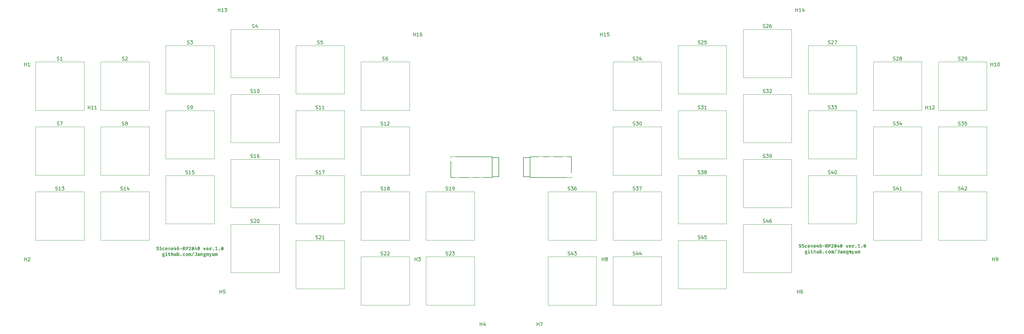
<source format=gto>
G04 #@! TF.GenerationSoftware,KiCad,Pcbnew,7.0.8*
G04 #@! TF.CreationDate,2023-12-05T18:43:10+09:00*
G04 #@! TF.ProjectId,Keyboard,4b657962-6f61-4726-942e-6b696361645f,rev?*
G04 #@! TF.SameCoordinates,Original*
G04 #@! TF.FileFunction,Legend,Top*
G04 #@! TF.FilePolarity,Positive*
%FSLAX46Y46*%
G04 Gerber Fmt 4.6, Leading zero omitted, Abs format (unit mm)*
G04 Created by KiCad (PCBNEW 7.0.8) date 2023-12-05 18:43:10*
%MOMM*%
%LPD*%
G01*
G04 APERTURE LIST*
%ADD10C,0.200000*%
%ADD11C,0.150000*%
%ADD12C,0.120000*%
%ADD13C,1.750000*%
%ADD14C,4.000000*%
%ADD15C,2.500000*%
%ADD16C,2.200000*%
%ADD17C,0.800000*%
%ADD18O,2.000000X1.600000*%
%ADD19O,2.500000X1.500000*%
%ADD20O,1.500000X2.500000*%
%ADD21R,1.600000X1.600000*%
%ADD22O,1.600000X1.600000*%
G04 APERTURE END LIST*
D10*
G36*
X236186091Y-85207885D02*
G01*
X236185902Y-85219675D01*
X236185332Y-85231294D01*
X236184383Y-85242741D01*
X236183054Y-85254016D01*
X236181345Y-85265120D01*
X236179256Y-85276052D01*
X236176788Y-85286812D01*
X236173940Y-85297400D01*
X236170713Y-85307817D01*
X236167105Y-85318061D01*
X236163118Y-85328135D01*
X236158751Y-85338036D01*
X236154005Y-85347766D01*
X236148879Y-85357324D01*
X236143373Y-85366710D01*
X236137487Y-85375924D01*
X236131278Y-85384899D01*
X236124741Y-85393628D01*
X236117875Y-85402111D01*
X236110681Y-85410347D01*
X236103159Y-85418337D01*
X236095309Y-85426082D01*
X236087131Y-85433580D01*
X236078625Y-85440832D01*
X236069790Y-85447837D01*
X236060627Y-85454597D01*
X236051136Y-85461111D01*
X236041316Y-85467378D01*
X236031169Y-85473399D01*
X236020693Y-85479174D01*
X236009889Y-85484703D01*
X235998757Y-85489986D01*
X235987317Y-85494984D01*
X235975588Y-85499660D01*
X235963572Y-85504013D01*
X235951267Y-85508044D01*
X235938674Y-85511753D01*
X235925793Y-85515139D01*
X235912624Y-85518202D01*
X235899167Y-85520943D01*
X235885422Y-85523362D01*
X235871388Y-85525458D01*
X235857067Y-85527232D01*
X235842457Y-85528683D01*
X235827559Y-85529811D01*
X235812373Y-85530618D01*
X235796899Y-85531101D01*
X235781137Y-85531263D01*
X235763729Y-85531110D01*
X235746676Y-85530652D01*
X235729977Y-85529889D01*
X235713634Y-85528820D01*
X235697646Y-85527446D01*
X235682012Y-85525767D01*
X235666734Y-85523783D01*
X235651810Y-85521493D01*
X235637241Y-85518898D01*
X235623028Y-85515997D01*
X235609169Y-85512792D01*
X235595665Y-85509281D01*
X235582516Y-85505464D01*
X235569722Y-85501343D01*
X235557282Y-85496916D01*
X235545198Y-85492184D01*
X235533450Y-85487226D01*
X235521957Y-85482124D01*
X235510720Y-85476877D01*
X235499738Y-85471484D01*
X235489013Y-85465947D01*
X235478543Y-85460264D01*
X235468328Y-85454437D01*
X235458370Y-85448464D01*
X235448667Y-85442347D01*
X235439220Y-85436084D01*
X235430028Y-85429677D01*
X235421092Y-85423124D01*
X235412412Y-85416426D01*
X235403988Y-85409584D01*
X235395819Y-85402596D01*
X235387906Y-85395464D01*
X235507096Y-85259176D01*
X235517547Y-85268275D01*
X235528199Y-85276979D01*
X235539054Y-85285288D01*
X235550110Y-85293202D01*
X235561368Y-85300721D01*
X235572827Y-85307845D01*
X235584489Y-85314574D01*
X235596352Y-85320908D01*
X235608417Y-85326848D01*
X235620683Y-85332392D01*
X235628973Y-85335868D01*
X235641633Y-85340670D01*
X235654516Y-85344999D01*
X235667622Y-85348856D01*
X235680951Y-85352240D01*
X235694504Y-85355153D01*
X235708280Y-85357593D01*
X235722279Y-85359560D01*
X235736501Y-85361056D01*
X235750947Y-85362079D01*
X235765616Y-85362630D01*
X235775519Y-85362735D01*
X235789148Y-85362447D01*
X235802284Y-85361584D01*
X235814925Y-85360146D01*
X235827073Y-85358133D01*
X235838728Y-85355544D01*
X235849888Y-85352380D01*
X235860555Y-85348640D01*
X235870728Y-85344325D01*
X235880407Y-85339435D01*
X235889593Y-85333970D01*
X235895442Y-85330006D01*
X235903648Y-85323588D01*
X235911047Y-85316697D01*
X235917639Y-85309334D01*
X235925172Y-85298782D01*
X235931271Y-85287390D01*
X235934903Y-85278296D01*
X235937728Y-85268729D01*
X235939746Y-85258689D01*
X235940956Y-85248178D01*
X235941360Y-85237194D01*
X235941021Y-85226876D01*
X235940003Y-85216987D01*
X235937591Y-85204469D01*
X235933974Y-85192715D01*
X235929150Y-85181724D01*
X235923120Y-85171497D01*
X235915884Y-85162032D01*
X235907443Y-85153331D01*
X235902770Y-85149267D01*
X235895002Y-85143307D01*
X235886080Y-85137334D01*
X235876003Y-85131349D01*
X235864771Y-85125350D01*
X235852384Y-85119339D01*
X235838842Y-85113314D01*
X235829172Y-85109291D01*
X235818990Y-85105262D01*
X235808293Y-85101227D01*
X235797084Y-85097187D01*
X235785361Y-85093141D01*
X235773125Y-85089089D01*
X235760376Y-85085031D01*
X235749575Y-85081592D01*
X235738970Y-85078116D01*
X235728562Y-85074601D01*
X235718351Y-85071048D01*
X235708336Y-85067457D01*
X235698518Y-85063828D01*
X235688896Y-85060160D01*
X235679471Y-85056454D01*
X235670242Y-85052711D01*
X235661210Y-85048929D01*
X235643735Y-85041250D01*
X235627046Y-85033419D01*
X235611144Y-85025436D01*
X235596027Y-85017299D01*
X235581697Y-85009010D01*
X235568153Y-85000569D01*
X235555395Y-84991974D01*
X235543424Y-84983227D01*
X235532238Y-84974328D01*
X235521839Y-84965276D01*
X235512225Y-84956071D01*
X235503323Y-84946624D01*
X235494995Y-84936848D01*
X235487241Y-84926742D01*
X235480062Y-84916305D01*
X235473457Y-84905538D01*
X235467426Y-84894441D01*
X235461970Y-84883014D01*
X235457088Y-84871257D01*
X235452780Y-84859170D01*
X235449047Y-84846753D01*
X235445888Y-84834006D01*
X235443303Y-84820928D01*
X235441293Y-84807520D01*
X235439857Y-84793783D01*
X235438995Y-84779715D01*
X235438708Y-84765317D01*
X235438906Y-84753700D01*
X235439498Y-84742297D01*
X235440486Y-84731108D01*
X235441868Y-84720132D01*
X235443646Y-84709370D01*
X235445818Y-84698822D01*
X235448385Y-84688487D01*
X235451348Y-84678367D01*
X235454705Y-84668459D01*
X235458458Y-84658766D01*
X235462605Y-84649286D01*
X235467147Y-84640020D01*
X235472085Y-84630968D01*
X235477417Y-84622130D01*
X235483144Y-84613505D01*
X235489267Y-84605094D01*
X235495751Y-84596883D01*
X235502505Y-84588920D01*
X235509528Y-84581206D01*
X235516820Y-84573739D01*
X235524381Y-84566521D01*
X235532211Y-84559550D01*
X235540310Y-84552828D01*
X235548679Y-84546353D01*
X235557316Y-84540127D01*
X235566222Y-84534149D01*
X235575397Y-84528419D01*
X235584842Y-84522937D01*
X235594555Y-84517702D01*
X235604538Y-84512716D01*
X235614789Y-84507979D01*
X235625310Y-84503489D01*
X235636063Y-84499230D01*
X235646952Y-84495245D01*
X235657976Y-84491536D01*
X235669136Y-84488101D01*
X235680431Y-84484941D01*
X235691862Y-84482056D01*
X235703428Y-84479446D01*
X235715130Y-84477110D01*
X235726967Y-84475050D01*
X235738940Y-84473264D01*
X235751048Y-84471752D01*
X235763292Y-84470516D01*
X235775671Y-84469554D01*
X235788185Y-84468867D01*
X235800835Y-84468455D01*
X235813621Y-84468318D01*
X235827955Y-84468446D01*
X235842075Y-84468829D01*
X235855982Y-84469468D01*
X235869675Y-84470363D01*
X235883154Y-84471514D01*
X235896419Y-84472920D01*
X235909471Y-84474582D01*
X235922309Y-84476500D01*
X235934933Y-84478673D01*
X235947344Y-84481102D01*
X235959541Y-84483787D01*
X235971524Y-84486728D01*
X235983293Y-84489924D01*
X235994849Y-84493376D01*
X236006191Y-84497083D01*
X236017320Y-84501046D01*
X236028279Y-84505216D01*
X236039053Y-84509602D01*
X236049643Y-84514207D01*
X236060047Y-84519029D01*
X236070266Y-84524068D01*
X236080300Y-84529325D01*
X236090149Y-84534799D01*
X236099813Y-84540491D01*
X236109291Y-84546401D01*
X236118585Y-84552528D01*
X236127693Y-84558873D01*
X236136617Y-84565435D01*
X236145355Y-84572214D01*
X236153909Y-84579212D01*
X236162277Y-84586426D01*
X236170460Y-84593859D01*
X236059085Y-84732344D01*
X236049583Y-84723452D01*
X236039943Y-84715002D01*
X236030165Y-84706994D01*
X236020250Y-84699429D01*
X236010198Y-84692305D01*
X236000009Y-84685624D01*
X235989682Y-84679385D01*
X235979218Y-84673589D01*
X235968616Y-84668234D01*
X235957877Y-84663322D01*
X235950641Y-84660293D01*
X235939723Y-84656102D01*
X235928765Y-84652324D01*
X235917769Y-84648958D01*
X235906735Y-84646004D01*
X235895662Y-84643463D01*
X235884550Y-84641333D01*
X235873399Y-84639616D01*
X235862210Y-84638311D01*
X235850982Y-84637418D01*
X235839716Y-84636937D01*
X235832183Y-84636845D01*
X235819776Y-84637069D01*
X235807832Y-84637738D01*
X235796351Y-84638855D01*
X235785335Y-84640417D01*
X235774782Y-84642427D01*
X235764692Y-84644882D01*
X235755067Y-84647785D01*
X235742954Y-84652349D01*
X235731665Y-84657707D01*
X235723740Y-84662247D01*
X235714180Y-84668971D01*
X235705895Y-84676443D01*
X235698884Y-84684663D01*
X235693148Y-84693632D01*
X235688687Y-84703348D01*
X235685500Y-84713812D01*
X235683588Y-84725025D01*
X235682951Y-84736985D01*
X235683386Y-84746886D01*
X235685058Y-84758106D01*
X235687983Y-84768604D01*
X235692162Y-84778382D01*
X235697594Y-84787438D01*
X235700781Y-84791695D01*
X235708486Y-84799853D01*
X235716324Y-84806519D01*
X235725449Y-84813066D01*
X235735863Y-84819495D01*
X235745121Y-84824551D01*
X235755204Y-84829531D01*
X235763307Y-84833217D01*
X235774958Y-84838197D01*
X235784403Y-84842057D01*
X235794453Y-84846025D01*
X235805108Y-84850100D01*
X235816369Y-84854282D01*
X235828235Y-84858572D01*
X235840706Y-84862969D01*
X235853783Y-84867474D01*
X235867465Y-84872085D01*
X235876923Y-84875220D01*
X235886650Y-84878401D01*
X235898327Y-84882140D01*
X235909792Y-84885969D01*
X235921042Y-84889888D01*
X235932079Y-84893896D01*
X235942902Y-84897993D01*
X235953511Y-84902181D01*
X235963907Y-84906458D01*
X235974089Y-84910825D01*
X235984057Y-84915281D01*
X235993811Y-84919827D01*
X236003352Y-84924463D01*
X236012679Y-84929189D01*
X236021792Y-84934004D01*
X236030692Y-84938909D01*
X236039378Y-84943903D01*
X236047850Y-84948988D01*
X236060165Y-84956822D01*
X236071921Y-84965030D01*
X236083120Y-84973612D01*
X236093760Y-84982567D01*
X236103842Y-84991896D01*
X236113366Y-85001598D01*
X236122332Y-85011674D01*
X236130740Y-85022123D01*
X236138589Y-85032946D01*
X236145881Y-85044142D01*
X236150432Y-85051814D01*
X236156805Y-85063686D01*
X236162551Y-85076128D01*
X236167670Y-85089142D01*
X236172162Y-85102727D01*
X236176027Y-85116883D01*
X236178256Y-85126637D01*
X236180206Y-85136646D01*
X236181878Y-85146908D01*
X236183271Y-85157423D01*
X236184385Y-85168193D01*
X236185221Y-85179216D01*
X236185778Y-85190493D01*
X236186057Y-85202024D01*
X236186091Y-85207885D01*
G37*
G36*
X236970844Y-84499581D02*
G01*
X236945687Y-84668108D01*
X236581521Y-84668108D01*
X236581521Y-84887194D01*
X236590714Y-84882901D01*
X236599976Y-84878936D01*
X236609307Y-84875299D01*
X236618707Y-84871990D01*
X236628175Y-84869010D01*
X236637712Y-84866357D01*
X236647317Y-84864033D01*
X236656992Y-84862037D01*
X236666609Y-84860263D01*
X236678372Y-84858377D01*
X236689850Y-84856861D01*
X236701041Y-84855715D01*
X236711946Y-84854939D01*
X236722565Y-84854532D01*
X236728799Y-84854466D01*
X236743106Y-84854809D01*
X236757178Y-84855840D01*
X236771013Y-84857557D01*
X236784612Y-84859961D01*
X236797975Y-84863052D01*
X236811102Y-84866830D01*
X236823993Y-84871296D01*
X236836647Y-84876448D01*
X236849066Y-84882286D01*
X236861248Y-84888812D01*
X236869239Y-84893545D01*
X236880918Y-84901124D01*
X236892142Y-84909301D01*
X236902911Y-84918074D01*
X236913225Y-84927445D01*
X236923084Y-84937412D01*
X236932488Y-84947975D01*
X236941437Y-84959136D01*
X236949930Y-84970893D01*
X236955340Y-84979063D01*
X236960547Y-84987498D01*
X236965552Y-84996198D01*
X236970355Y-85005163D01*
X236974939Y-85014371D01*
X236979228Y-85023798D01*
X236983221Y-85033445D01*
X236986918Y-85043311D01*
X236990319Y-85053397D01*
X236993425Y-85063702D01*
X236996234Y-85074226D01*
X236998748Y-85084970D01*
X237000967Y-85095933D01*
X237002889Y-85107116D01*
X237004516Y-85118518D01*
X237005847Y-85130140D01*
X237006882Y-85141981D01*
X237007621Y-85154041D01*
X237008065Y-85166321D01*
X237008213Y-85178820D01*
X237008020Y-85191348D01*
X237007442Y-85203714D01*
X237006478Y-85215917D01*
X237005129Y-85227959D01*
X237003395Y-85239838D01*
X237001275Y-85251555D01*
X236998769Y-85263110D01*
X236995879Y-85274502D01*
X236992602Y-85285733D01*
X236988941Y-85296801D01*
X236984893Y-85307707D01*
X236980461Y-85318451D01*
X236975643Y-85329032D01*
X236970439Y-85339452D01*
X236964850Y-85349709D01*
X236958876Y-85359804D01*
X236952588Y-85369655D01*
X236946000Y-85379240D01*
X236939109Y-85388561D01*
X236931917Y-85397616D01*
X236924424Y-85406406D01*
X236916629Y-85414930D01*
X236908533Y-85423190D01*
X236900135Y-85431184D01*
X236891436Y-85438913D01*
X236882435Y-85446377D01*
X236873133Y-85453575D01*
X236863529Y-85460508D01*
X236853624Y-85467177D01*
X236843418Y-85473579D01*
X236832909Y-85479717D01*
X236822100Y-85485589D01*
X236811053Y-85491120D01*
X236799774Y-85496294D01*
X236788263Y-85501111D01*
X236776518Y-85505571D01*
X236764540Y-85509675D01*
X236752330Y-85513421D01*
X236739887Y-85516811D01*
X236727211Y-85519844D01*
X236714303Y-85522520D01*
X236701161Y-85524840D01*
X236687787Y-85526802D01*
X236674180Y-85528408D01*
X236660340Y-85529657D01*
X236646268Y-85530549D01*
X236631962Y-85531084D01*
X236617424Y-85531263D01*
X236603997Y-85531110D01*
X236590764Y-85530652D01*
X236577725Y-85529889D01*
X236564881Y-85528820D01*
X236552232Y-85527446D01*
X236539778Y-85525767D01*
X236527518Y-85523783D01*
X236515453Y-85521493D01*
X236503582Y-85518898D01*
X236491906Y-85515997D01*
X236480425Y-85512792D01*
X236469138Y-85509281D01*
X236458046Y-85505464D01*
X236447149Y-85501343D01*
X236436446Y-85496916D01*
X236425938Y-85492184D01*
X236415636Y-85487198D01*
X236405551Y-85482009D01*
X236395684Y-85476619D01*
X236386035Y-85471026D01*
X236376603Y-85465231D01*
X236367388Y-85459234D01*
X236358391Y-85453034D01*
X236349612Y-85446632D01*
X236341050Y-85440028D01*
X236332706Y-85433222D01*
X236324579Y-85426213D01*
X236316670Y-85419002D01*
X236308978Y-85411589D01*
X236301504Y-85403974D01*
X236294247Y-85396156D01*
X236287208Y-85388136D01*
X236417878Y-85267480D01*
X236424706Y-85276032D01*
X236431728Y-85284193D01*
X236438943Y-85291963D01*
X236446351Y-85299343D01*
X236453953Y-85306331D01*
X236461747Y-85312930D01*
X236469735Y-85319137D01*
X236477916Y-85324954D01*
X236486290Y-85330380D01*
X236494857Y-85335415D01*
X236500676Y-85338555D01*
X236509555Y-85342876D01*
X236518516Y-85346772D01*
X236530591Y-85351306D01*
X236542811Y-85355084D01*
X236555176Y-85358107D01*
X236567686Y-85360374D01*
X236580340Y-85361885D01*
X236593140Y-85362641D01*
X236599595Y-85362735D01*
X236614112Y-85362306D01*
X236628079Y-85361018D01*
X236641497Y-85358871D01*
X236654366Y-85355866D01*
X236666685Y-85352002D01*
X236678454Y-85347279D01*
X236689674Y-85341698D01*
X236700345Y-85335258D01*
X236710465Y-85327959D01*
X236720037Y-85319802D01*
X236726112Y-85313886D01*
X236734667Y-85304465D01*
X236742381Y-85294521D01*
X236749253Y-85284052D01*
X236755284Y-85273060D01*
X236760473Y-85261544D01*
X236764821Y-85249504D01*
X236768327Y-85236940D01*
X236770992Y-85223852D01*
X236772815Y-85210241D01*
X236773797Y-85196106D01*
X236773984Y-85186392D01*
X236773839Y-85174939D01*
X236773404Y-85163906D01*
X236772679Y-85153293D01*
X236771664Y-85143100D01*
X236770358Y-85133326D01*
X236767857Y-85119453D01*
X236764703Y-85106524D01*
X236760896Y-85094540D01*
X236756437Y-85083501D01*
X236751325Y-85073406D01*
X236745560Y-85064255D01*
X236739143Y-85056049D01*
X236736859Y-85053524D01*
X236729740Y-85046409D01*
X236722213Y-85039994D01*
X236714278Y-85034279D01*
X236703064Y-85027747D01*
X236694178Y-85023665D01*
X236684883Y-85020282D01*
X236675181Y-85017600D01*
X236665071Y-85015617D01*
X236654553Y-85014334D01*
X236643627Y-85013751D01*
X236639895Y-85013712D01*
X236629508Y-85013970D01*
X236618863Y-85014742D01*
X236607961Y-85016030D01*
X236596801Y-85017834D01*
X236585384Y-85020152D01*
X236581521Y-85021039D01*
X236571850Y-85023609D01*
X236562072Y-85026740D01*
X236552186Y-85030431D01*
X236542194Y-85034683D01*
X236532094Y-85039495D01*
X236521886Y-85044867D01*
X236517773Y-85047173D01*
X236364877Y-85047173D01*
X236364877Y-84499581D01*
X236970844Y-84499581D01*
G37*
G36*
X237596594Y-85343684D02*
G01*
X237608230Y-85343405D01*
X237619690Y-85342570D01*
X237630975Y-85341177D01*
X237642084Y-85339227D01*
X237653018Y-85336719D01*
X237663776Y-85333655D01*
X237674358Y-85330033D01*
X237684765Y-85325854D01*
X237695077Y-85321179D01*
X237705373Y-85316191D01*
X237715655Y-85310891D01*
X237725920Y-85305277D01*
X237736171Y-85299350D01*
X237746406Y-85293111D01*
X237756626Y-85286558D01*
X237766831Y-85279692D01*
X237868192Y-85426727D01*
X237858565Y-85434976D01*
X237848551Y-85442964D01*
X237838151Y-85450690D01*
X237827365Y-85458154D01*
X237816192Y-85465356D01*
X237804633Y-85472296D01*
X237792688Y-85478974D01*
X237780356Y-85485391D01*
X237767638Y-85491545D01*
X237754533Y-85497438D01*
X237745582Y-85501221D01*
X237736509Y-85504859D01*
X237727302Y-85508262D01*
X237717962Y-85511430D01*
X237708488Y-85514364D01*
X237698880Y-85517063D01*
X237689139Y-85519527D01*
X237679264Y-85521757D01*
X237669256Y-85523752D01*
X237659114Y-85525512D01*
X237648839Y-85527038D01*
X237638430Y-85528329D01*
X237627887Y-85529385D01*
X237617211Y-85530206D01*
X237606402Y-85530793D01*
X237595458Y-85531145D01*
X237584382Y-85531263D01*
X237569189Y-85531066D01*
X237554263Y-85530476D01*
X237539605Y-85529494D01*
X237525214Y-85528118D01*
X237511090Y-85526349D01*
X237497233Y-85524187D01*
X237483643Y-85521632D01*
X237470320Y-85518684D01*
X237457265Y-85515343D01*
X237444476Y-85511609D01*
X237431955Y-85507481D01*
X237419701Y-85502961D01*
X237407714Y-85498047D01*
X237395994Y-85492741D01*
X237384541Y-85487041D01*
X237373356Y-85480949D01*
X237362494Y-85474475D01*
X237351950Y-85467695D01*
X237341725Y-85460607D01*
X237331819Y-85453212D01*
X237322232Y-85445509D01*
X237312963Y-85437500D01*
X237304013Y-85429183D01*
X237295381Y-85420560D01*
X237287068Y-85411628D01*
X237279074Y-85402390D01*
X237271399Y-85392845D01*
X237264042Y-85382992D01*
X237257004Y-85372832D01*
X237250284Y-85362365D01*
X237243883Y-85351590D01*
X237237801Y-85340509D01*
X237232063Y-85329161D01*
X237226696Y-85317588D01*
X237221698Y-85305790D01*
X237217071Y-85293767D01*
X237212814Y-85281519D01*
X237208927Y-85269045D01*
X237205410Y-85256346D01*
X237202264Y-85243422D01*
X237199487Y-85230273D01*
X237197081Y-85216899D01*
X237195045Y-85203300D01*
X237193379Y-85189475D01*
X237192084Y-85175426D01*
X237191158Y-85161151D01*
X237190603Y-85146651D01*
X237190418Y-85131926D01*
X237190607Y-85117190D01*
X237191174Y-85102658D01*
X237192118Y-85088331D01*
X237193440Y-85074208D01*
X237195141Y-85060289D01*
X237197219Y-85046574D01*
X237199674Y-85033063D01*
X237202508Y-85019757D01*
X237205719Y-85006655D01*
X237209309Y-84993757D01*
X237213276Y-84981063D01*
X237217621Y-84968573D01*
X237222343Y-84956287D01*
X237227444Y-84944206D01*
X237232922Y-84932329D01*
X237238778Y-84920655D01*
X237245012Y-84909209D01*
X237251563Y-84898074D01*
X237258430Y-84887250D01*
X237265614Y-84876738D01*
X237273115Y-84866536D01*
X237280933Y-84856645D01*
X237289067Y-84847065D01*
X237297518Y-84837796D01*
X237306286Y-84828838D01*
X237315371Y-84820192D01*
X237324773Y-84811856D01*
X237334491Y-84803831D01*
X237344526Y-84796117D01*
X237354877Y-84788715D01*
X237365546Y-84781623D01*
X237376531Y-84774842D01*
X237387836Y-84768424D01*
X237399402Y-84762420D01*
X237411230Y-84756831D01*
X237423319Y-84751655D01*
X237435669Y-84746893D01*
X237448281Y-84742545D01*
X237461154Y-84738612D01*
X237474289Y-84735092D01*
X237487685Y-84731986D01*
X237501343Y-84729295D01*
X237515262Y-84727018D01*
X237529442Y-84725154D01*
X237543884Y-84723705D01*
X237558587Y-84722670D01*
X237573552Y-84722049D01*
X237588778Y-84721842D01*
X237599571Y-84721932D01*
X237610214Y-84722204D01*
X237620706Y-84722658D01*
X237631047Y-84723292D01*
X237641238Y-84724108D01*
X237651277Y-84725105D01*
X237661166Y-84726283D01*
X237670905Y-84727643D01*
X237685229Y-84730022D01*
X237699215Y-84732809D01*
X237712861Y-84736004D01*
X237726168Y-84739607D01*
X237739136Y-84743617D01*
X237743384Y-84745045D01*
X237756018Y-84749593D01*
X237768460Y-84754536D01*
X237780708Y-84759874D01*
X237792763Y-84765607D01*
X237804625Y-84771735D01*
X237816293Y-84778258D01*
X237827768Y-84785176D01*
X237839051Y-84792489D01*
X237850140Y-84800197D01*
X237861035Y-84808300D01*
X237868192Y-84813921D01*
X237769762Y-84950209D01*
X237759985Y-84943324D01*
X237750070Y-84936837D01*
X237740018Y-84930746D01*
X237729828Y-84925052D01*
X237719501Y-84919755D01*
X237709037Y-84914855D01*
X237698435Y-84910351D01*
X237687696Y-84906245D01*
X237676892Y-84902524D01*
X237665974Y-84899299D01*
X237654941Y-84896571D01*
X237643794Y-84894338D01*
X237632532Y-84892602D01*
X237621155Y-84891362D01*
X237609665Y-84890617D01*
X237598059Y-84890369D01*
X237583939Y-84890842D01*
X237570339Y-84892258D01*
X237557258Y-84894620D01*
X237544696Y-84897926D01*
X237532654Y-84902176D01*
X237521131Y-84907371D01*
X237510128Y-84913510D01*
X237499645Y-84920594D01*
X237489681Y-84928623D01*
X237480236Y-84937596D01*
X237474228Y-84944103D01*
X237465848Y-84954776D01*
X237458291Y-84966737D01*
X237453712Y-84975427D01*
X237449499Y-84984689D01*
X237445652Y-84994524D01*
X237442171Y-85004931D01*
X237439057Y-85015910D01*
X237436309Y-85027462D01*
X237433928Y-85039586D01*
X237431913Y-85052283D01*
X237430264Y-85065553D01*
X237428982Y-85079394D01*
X237428066Y-85093808D01*
X237427517Y-85108795D01*
X237427334Y-85124354D01*
X237427420Y-85134597D01*
X237427681Y-85144565D01*
X237428397Y-85159002D01*
X237429504Y-85172821D01*
X237431002Y-85186022D01*
X237432890Y-85198604D01*
X237435169Y-85210568D01*
X237437839Y-85221914D01*
X237440899Y-85232641D01*
X237444350Y-85242751D01*
X237448192Y-85252242D01*
X237449560Y-85255268D01*
X237455368Y-85266805D01*
X237461680Y-85277479D01*
X237468496Y-85287291D01*
X237475816Y-85296240D01*
X237483639Y-85304327D01*
X237491966Y-85311551D01*
X237500797Y-85317913D01*
X237510132Y-85323412D01*
X237519924Y-85328163D01*
X237530007Y-85332281D01*
X237540380Y-85335765D01*
X237551043Y-85338616D01*
X237561995Y-85340833D01*
X237573238Y-85342417D01*
X237584771Y-85343367D01*
X237596594Y-85343684D01*
G37*
G36*
X238404160Y-84702978D02*
G01*
X238417463Y-84703539D01*
X238430538Y-84704474D01*
X238443384Y-84705783D01*
X238456000Y-84707466D01*
X238468388Y-84709523D01*
X238480547Y-84711954D01*
X238492477Y-84714759D01*
X238504177Y-84717938D01*
X238515649Y-84721491D01*
X238526892Y-84725418D01*
X238537906Y-84729719D01*
X238548691Y-84734394D01*
X238559246Y-84739443D01*
X238569573Y-84744865D01*
X238579671Y-84750662D01*
X238589545Y-84756810D01*
X238599138Y-84763287D01*
X238608451Y-84770091D01*
X238617483Y-84777224D01*
X238626235Y-84784685D01*
X238634706Y-84792474D01*
X238642897Y-84800591D01*
X238650807Y-84809036D01*
X238658437Y-84817810D01*
X238665786Y-84826912D01*
X238672855Y-84836342D01*
X238679643Y-84846100D01*
X238686151Y-84856187D01*
X238692378Y-84866601D01*
X238698325Y-84877344D01*
X238703991Y-84888415D01*
X238709344Y-84899791D01*
X238714352Y-84911447D01*
X238719015Y-84923383D01*
X238723332Y-84935600D01*
X238727304Y-84948097D01*
X238730930Y-84960875D01*
X238734211Y-84973934D01*
X238737147Y-84987273D01*
X238739737Y-85000892D01*
X238741982Y-85014792D01*
X238743882Y-85028972D01*
X238745436Y-85043433D01*
X238746645Y-85058175D01*
X238747508Y-85073197D01*
X238748026Y-85088499D01*
X238748199Y-85104082D01*
X238748123Y-85114279D01*
X238747894Y-85124842D01*
X238747512Y-85135772D01*
X238747053Y-85145637D01*
X238746978Y-85147069D01*
X238746413Y-85158105D01*
X238745695Y-85168501D01*
X238744825Y-85178255D01*
X238743802Y-85187369D01*
X238249943Y-85187369D01*
X238251527Y-85198885D01*
X238253409Y-85209988D01*
X238255588Y-85220676D01*
X238258065Y-85230951D01*
X238260839Y-85240811D01*
X238263911Y-85250257D01*
X238269077Y-85263650D01*
X238274913Y-85276112D01*
X238281419Y-85287642D01*
X238288595Y-85298240D01*
X238296440Y-85307906D01*
X238304955Y-85316641D01*
X238311004Y-85321946D01*
X238320502Y-85329236D01*
X238330404Y-85335808D01*
X238340710Y-85341664D01*
X238351419Y-85346802D01*
X238362531Y-85351223D01*
X238374047Y-85354928D01*
X238385967Y-85357915D01*
X238398290Y-85360186D01*
X238411017Y-85361739D01*
X238424148Y-85362576D01*
X238433126Y-85362735D01*
X238442896Y-85362585D01*
X238455829Y-85361917D01*
X238468656Y-85360715D01*
X238481375Y-85358978D01*
X238493988Y-85356708D01*
X238506494Y-85353903D01*
X238518893Y-85350563D01*
X238531186Y-85346690D01*
X238534242Y-85345638D01*
X238546397Y-85341123D01*
X238558437Y-85336250D01*
X238570363Y-85331018D01*
X238579233Y-85326858D01*
X238588038Y-85322497D01*
X238596778Y-85317934D01*
X238605454Y-85313169D01*
X238614066Y-85308202D01*
X238622613Y-85303034D01*
X238628276Y-85299476D01*
X238719378Y-85425750D01*
X238709104Y-85434259D01*
X238698430Y-85442476D01*
X238687356Y-85450402D01*
X238675884Y-85458036D01*
X238664012Y-85465377D01*
X238651741Y-85472427D01*
X238639071Y-85479184D01*
X238626001Y-85485650D01*
X238617066Y-85489799D01*
X238607954Y-85493817D01*
X238598664Y-85497706D01*
X238589197Y-85501465D01*
X238579558Y-85505073D01*
X238569753Y-85508449D01*
X238559782Y-85511591D01*
X238549645Y-85514501D01*
X238539342Y-85517179D01*
X238528873Y-85519623D01*
X238518238Y-85521834D01*
X238507436Y-85523813D01*
X238496469Y-85525559D01*
X238485336Y-85527072D01*
X238474037Y-85528353D01*
X238462572Y-85529400D01*
X238450941Y-85530215D01*
X238439144Y-85530797D01*
X238427181Y-85531146D01*
X238415052Y-85531263D01*
X238398883Y-85531056D01*
X238383044Y-85530434D01*
X238367536Y-85529399D01*
X238352358Y-85527950D01*
X238337509Y-85526087D01*
X238322991Y-85523809D01*
X238308803Y-85521118D01*
X238294945Y-85518012D01*
X238281417Y-85514493D01*
X238268220Y-85510559D01*
X238255352Y-85506211D01*
X238242815Y-85501450D01*
X238230607Y-85496274D01*
X238218730Y-85490684D01*
X238207183Y-85484680D01*
X238195966Y-85478262D01*
X238185114Y-85471451D01*
X238174602Y-85464329D01*
X238164430Y-85456895D01*
X238154597Y-85449151D01*
X238145104Y-85441096D01*
X238135951Y-85432730D01*
X238127137Y-85424052D01*
X238118663Y-85415064D01*
X238110528Y-85405765D01*
X238102734Y-85396154D01*
X238095279Y-85386233D01*
X238088163Y-85376000D01*
X238081387Y-85365457D01*
X238074951Y-85354602D01*
X238068855Y-85343437D01*
X238063098Y-85331960D01*
X238057715Y-85320220D01*
X238052679Y-85308261D01*
X238047991Y-85296085D01*
X238043650Y-85283692D01*
X238039656Y-85271081D01*
X238036010Y-85258253D01*
X238032710Y-85245207D01*
X238029758Y-85231943D01*
X238027154Y-85218462D01*
X238024897Y-85204763D01*
X238022986Y-85190847D01*
X238021424Y-85176714D01*
X238020208Y-85162362D01*
X238019340Y-85147794D01*
X238018819Y-85133007D01*
X238018645Y-85118004D01*
X238018813Y-85103736D01*
X238019317Y-85089630D01*
X238020157Y-85075686D01*
X238021332Y-85061904D01*
X238022843Y-85048285D01*
X238023063Y-85046685D01*
X238247013Y-85046685D01*
X238527159Y-85046685D01*
X238526946Y-85036192D01*
X238526491Y-85025962D01*
X238525794Y-85015996D01*
X238524293Y-85001540D01*
X238522247Y-84987677D01*
X238519656Y-84974407D01*
X238516520Y-84961728D01*
X238512839Y-84949643D01*
X238508612Y-84938149D01*
X238503840Y-84927249D01*
X238498523Y-84916940D01*
X238494675Y-84910397D01*
X238488406Y-84901231D01*
X238481417Y-84892966D01*
X238473706Y-84885603D01*
X238465274Y-84879142D01*
X238456121Y-84873582D01*
X238446246Y-84868924D01*
X238435650Y-84865167D01*
X238424333Y-84862312D01*
X238412294Y-84860358D01*
X238399535Y-84859307D01*
X238390627Y-84859106D01*
X238379387Y-84859499D01*
X238368562Y-84860678D01*
X238358155Y-84862642D01*
X238348163Y-84865392D01*
X238338589Y-84868927D01*
X238329430Y-84873249D01*
X238320688Y-84878355D01*
X238312363Y-84884248D01*
X238304454Y-84890926D01*
X238296961Y-84898390D01*
X238292197Y-84903803D01*
X238285492Y-84912653D01*
X238279297Y-84922444D01*
X238273614Y-84933176D01*
X238268441Y-84944847D01*
X238263779Y-84957459D01*
X238259628Y-84971011D01*
X238257145Y-84980567D01*
X238254888Y-84990542D01*
X238252859Y-85000935D01*
X238251057Y-85011746D01*
X238249482Y-85022974D01*
X238248134Y-85034621D01*
X238247013Y-85046685D01*
X238023063Y-85046685D01*
X238024690Y-85034828D01*
X238026873Y-85021533D01*
X238029392Y-85008400D01*
X238032247Y-84995429D01*
X238035437Y-84982621D01*
X238038963Y-84969974D01*
X238042825Y-84957490D01*
X238047023Y-84945168D01*
X238051557Y-84933009D01*
X238056427Y-84921011D01*
X238061632Y-84909176D01*
X238067191Y-84897541D01*
X238073058Y-84886206D01*
X238079235Y-84875170D01*
X238085721Y-84864434D01*
X238092516Y-84853997D01*
X238099620Y-84843860D01*
X238107033Y-84834023D01*
X238114755Y-84824485D01*
X238122786Y-84815247D01*
X238131127Y-84806308D01*
X238139777Y-84797669D01*
X238148735Y-84789329D01*
X238158003Y-84781289D01*
X238167580Y-84773549D01*
X238177466Y-84766108D01*
X238187661Y-84758967D01*
X238198186Y-84752164D01*
X238208998Y-84745800D01*
X238220099Y-84739876D01*
X238231488Y-84734390D01*
X238243165Y-84729343D01*
X238255130Y-84724735D01*
X238267383Y-84720565D01*
X238279924Y-84716835D01*
X238292754Y-84713543D01*
X238305871Y-84710691D01*
X238319277Y-84708277D01*
X238332971Y-84706302D01*
X238346953Y-84704766D01*
X238361223Y-84703669D01*
X238375781Y-84703010D01*
X238390627Y-84702791D01*
X238404160Y-84702978D01*
G37*
G36*
X238914040Y-85500000D02*
G01*
X238914040Y-84734054D01*
X239112121Y-84734054D01*
X239127752Y-84819295D01*
X239137373Y-84808480D01*
X239147092Y-84798203D01*
X239156910Y-84788462D01*
X239166827Y-84779258D01*
X239176843Y-84770590D01*
X239186957Y-84762460D01*
X239197170Y-84754865D01*
X239207482Y-84747808D01*
X239217893Y-84741287D01*
X239228402Y-84735303D01*
X239235463Y-84731612D01*
X239246271Y-84726461D01*
X239257354Y-84721817D01*
X239268711Y-84717680D01*
X239280343Y-84714049D01*
X239292250Y-84710925D01*
X239304431Y-84708307D01*
X239316888Y-84706196D01*
X239329619Y-84704592D01*
X239342625Y-84703494D01*
X239355906Y-84702903D01*
X239364912Y-84702791D01*
X239376931Y-84703027D01*
X239388626Y-84703733D01*
X239399997Y-84704912D01*
X239411043Y-84706561D01*
X239421765Y-84708682D01*
X239432163Y-84711274D01*
X239442236Y-84714338D01*
X239451985Y-84717873D01*
X239461409Y-84721879D01*
X239470509Y-84726356D01*
X239479284Y-84731305D01*
X239487736Y-84736725D01*
X239495862Y-84742617D01*
X239503665Y-84748979D01*
X239511143Y-84755813D01*
X239518297Y-84763119D01*
X239525099Y-84770853D01*
X239531463Y-84778972D01*
X239537388Y-84787476D01*
X239542873Y-84796366D01*
X239547921Y-84805642D01*
X239552529Y-84815303D01*
X239556698Y-84825349D01*
X239560428Y-84835781D01*
X239563720Y-84846598D01*
X239566573Y-84857801D01*
X239568986Y-84869389D01*
X239570961Y-84881363D01*
X239572497Y-84893722D01*
X239573595Y-84906466D01*
X239574253Y-84919596D01*
X239574472Y-84933112D01*
X239574472Y-85500000D01*
X239347571Y-85500000D01*
X239347571Y-84998569D01*
X239347436Y-84985579D01*
X239347030Y-84973353D01*
X239346354Y-84961891D01*
X239345407Y-84951193D01*
X239344190Y-84941260D01*
X239342146Y-84929204D01*
X239339622Y-84918507D01*
X239336616Y-84909169D01*
X239332183Y-84899406D01*
X239325460Y-84889861D01*
X239316831Y-84882290D01*
X239308183Y-84877490D01*
X239298212Y-84874061D01*
X239286917Y-84872004D01*
X239276928Y-84871346D01*
X239274298Y-84871318D01*
X239263156Y-84871897D01*
X239252168Y-84873632D01*
X239241336Y-84876524D01*
X239230659Y-84880573D01*
X239220136Y-84885779D01*
X239209769Y-84892141D01*
X239205666Y-84895010D01*
X239197545Y-84901158D01*
X239189424Y-84907879D01*
X239181302Y-84915171D01*
X239173181Y-84923037D01*
X239165060Y-84931475D01*
X239156939Y-84940485D01*
X239148818Y-84950068D01*
X239140697Y-84960223D01*
X239140697Y-85500000D01*
X238914040Y-85500000D01*
G37*
G36*
X240125583Y-84702978D02*
G01*
X240138887Y-84703539D01*
X240151962Y-84704474D01*
X240164807Y-84705783D01*
X240177424Y-84707466D01*
X240189812Y-84709523D01*
X240201970Y-84711954D01*
X240213900Y-84714759D01*
X240225601Y-84717938D01*
X240237073Y-84721491D01*
X240248316Y-84725418D01*
X240259329Y-84729719D01*
X240270114Y-84734394D01*
X240280670Y-84739443D01*
X240290997Y-84744865D01*
X240301095Y-84750662D01*
X240310969Y-84756810D01*
X240320562Y-84763287D01*
X240329874Y-84770091D01*
X240338907Y-84777224D01*
X240347658Y-84784685D01*
X240356130Y-84792474D01*
X240364320Y-84800591D01*
X240372231Y-84809036D01*
X240379860Y-84817810D01*
X240387210Y-84826912D01*
X240394278Y-84836342D01*
X240401067Y-84846100D01*
X240407574Y-84856187D01*
X240413801Y-84866601D01*
X240419748Y-84877344D01*
X240425414Y-84888415D01*
X240430768Y-84899791D01*
X240435776Y-84911447D01*
X240440438Y-84923383D01*
X240444755Y-84935600D01*
X240448727Y-84948097D01*
X240452354Y-84960875D01*
X240455635Y-84973934D01*
X240458570Y-84987273D01*
X240461161Y-85000892D01*
X240463406Y-85014792D01*
X240465305Y-85028972D01*
X240466859Y-85043433D01*
X240468068Y-85058175D01*
X240468932Y-85073197D01*
X240469450Y-85088499D01*
X240469622Y-85104082D01*
X240469546Y-85114279D01*
X240469317Y-85124842D01*
X240468935Y-85135772D01*
X240468476Y-85145637D01*
X240468401Y-85147069D01*
X240467836Y-85158105D01*
X240467119Y-85168501D01*
X240466249Y-85178255D01*
X240465226Y-85187369D01*
X239971367Y-85187369D01*
X239972951Y-85198885D01*
X239974832Y-85209988D01*
X239977011Y-85220676D01*
X239979488Y-85230951D01*
X239982263Y-85240811D01*
X239985335Y-85250257D01*
X239990501Y-85263650D01*
X239996337Y-85276112D01*
X240002843Y-85287642D01*
X240010018Y-85298240D01*
X240017864Y-85307906D01*
X240026379Y-85316641D01*
X240032428Y-85321946D01*
X240041926Y-85329236D01*
X240051828Y-85335808D01*
X240062133Y-85341664D01*
X240072842Y-85346802D01*
X240083955Y-85351223D01*
X240095471Y-85354928D01*
X240107391Y-85357915D01*
X240119714Y-85360186D01*
X240132441Y-85361739D01*
X240145571Y-85362576D01*
X240154549Y-85362735D01*
X240164319Y-85362585D01*
X240177253Y-85361917D01*
X240190079Y-85360715D01*
X240202799Y-85358978D01*
X240215412Y-85356708D01*
X240227918Y-85353903D01*
X240240317Y-85350563D01*
X240252609Y-85346690D01*
X240255666Y-85345638D01*
X240267821Y-85341123D01*
X240279861Y-85336250D01*
X240291787Y-85331018D01*
X240300656Y-85326858D01*
X240309461Y-85322497D01*
X240318202Y-85317934D01*
X240326878Y-85313169D01*
X240335489Y-85308202D01*
X240344037Y-85303034D01*
X240349699Y-85299476D01*
X240440802Y-85425750D01*
X240430527Y-85434259D01*
X240419853Y-85442476D01*
X240408780Y-85450402D01*
X240397307Y-85458036D01*
X240385436Y-85465377D01*
X240373165Y-85472427D01*
X240360494Y-85479184D01*
X240347425Y-85485650D01*
X240338490Y-85489799D01*
X240329377Y-85493817D01*
X240320088Y-85497706D01*
X240310620Y-85501465D01*
X240300981Y-85505073D01*
X240291176Y-85508449D01*
X240281205Y-85511591D01*
X240271068Y-85514501D01*
X240260765Y-85517179D01*
X240250296Y-85519623D01*
X240239661Y-85521834D01*
X240228860Y-85523813D01*
X240217893Y-85525559D01*
X240206760Y-85527072D01*
X240195461Y-85528353D01*
X240183996Y-85529400D01*
X240172365Y-85530215D01*
X240160567Y-85530797D01*
X240148604Y-85531146D01*
X240136475Y-85531263D01*
X240120306Y-85531056D01*
X240104468Y-85530434D01*
X240088959Y-85529399D01*
X240073781Y-85527950D01*
X240058933Y-85526087D01*
X240044415Y-85523809D01*
X240030227Y-85521118D01*
X240016369Y-85518012D01*
X240002841Y-85514493D01*
X239989643Y-85510559D01*
X239976776Y-85506211D01*
X239964238Y-85501450D01*
X239952031Y-85496274D01*
X239940154Y-85490684D01*
X239928606Y-85484680D01*
X239917389Y-85478262D01*
X239906538Y-85471451D01*
X239896026Y-85464329D01*
X239885853Y-85456895D01*
X239876021Y-85449151D01*
X239866528Y-85441096D01*
X239857374Y-85432730D01*
X239848561Y-85424052D01*
X239840086Y-85415064D01*
X239831952Y-85405765D01*
X239824157Y-85396154D01*
X239816702Y-85386233D01*
X239809587Y-85376000D01*
X239802811Y-85365457D01*
X239796375Y-85354602D01*
X239790278Y-85343437D01*
X239784521Y-85331960D01*
X239779138Y-85320220D01*
X239774103Y-85308261D01*
X239769414Y-85296085D01*
X239765073Y-85283692D01*
X239761080Y-85271081D01*
X239757433Y-85258253D01*
X239754134Y-85245207D01*
X239751182Y-85231943D01*
X239748577Y-85218462D01*
X239746320Y-85204763D01*
X239744410Y-85190847D01*
X239742847Y-85176714D01*
X239741632Y-85162362D01*
X239740764Y-85147794D01*
X239740243Y-85133007D01*
X239740069Y-85118004D01*
X239740237Y-85103736D01*
X239740741Y-85089630D01*
X239741580Y-85075686D01*
X239742756Y-85061904D01*
X239744267Y-85048285D01*
X239744487Y-85046685D01*
X239968436Y-85046685D01*
X240248583Y-85046685D01*
X240248370Y-85036192D01*
X240247915Y-85025962D01*
X240247217Y-85015996D01*
X240245717Y-85001540D01*
X240243671Y-84987677D01*
X240241080Y-84974407D01*
X240237944Y-84961728D01*
X240234262Y-84949643D01*
X240230035Y-84938149D01*
X240225263Y-84927249D01*
X240219946Y-84916940D01*
X240216098Y-84910397D01*
X240209830Y-84901231D01*
X240202841Y-84892966D01*
X240195130Y-84885603D01*
X240186698Y-84879142D01*
X240177544Y-84873582D01*
X240167670Y-84868924D01*
X240157074Y-84865167D01*
X240145756Y-84862312D01*
X240133718Y-84860358D01*
X240120958Y-84859307D01*
X240112051Y-84859106D01*
X240100810Y-84859499D01*
X240089986Y-84860678D01*
X240079578Y-84862642D01*
X240069587Y-84865392D01*
X240060012Y-84868927D01*
X240050854Y-84873249D01*
X240042112Y-84878355D01*
X240033786Y-84884248D01*
X240025877Y-84890926D01*
X240018385Y-84898390D01*
X240013621Y-84903803D01*
X240006916Y-84912653D01*
X240000721Y-84922444D01*
X239995037Y-84933176D01*
X239989865Y-84944847D01*
X239985203Y-84957459D01*
X239981052Y-84971011D01*
X239978568Y-84980567D01*
X239976312Y-84990542D01*
X239974283Y-85000935D01*
X239972480Y-85011746D01*
X239970905Y-85022974D01*
X239969557Y-85034621D01*
X239968436Y-85046685D01*
X239744487Y-85046685D01*
X239746114Y-85034828D01*
X239748297Y-85021533D01*
X239750816Y-85008400D01*
X239753670Y-84995429D01*
X239756861Y-84982621D01*
X239760387Y-84969974D01*
X239764249Y-84957490D01*
X239768447Y-84945168D01*
X239772981Y-84933009D01*
X239777850Y-84921011D01*
X239783056Y-84909176D01*
X239788614Y-84897541D01*
X239794482Y-84886206D01*
X239800658Y-84875170D01*
X239807144Y-84864434D01*
X239813939Y-84853997D01*
X239821043Y-84843860D01*
X239828456Y-84834023D01*
X239836179Y-84824485D01*
X239844210Y-84815247D01*
X239852550Y-84806308D01*
X239861200Y-84797669D01*
X239870159Y-84789329D01*
X239879427Y-84781289D01*
X239889004Y-84773549D01*
X239898890Y-84766108D01*
X239909085Y-84758967D01*
X239919609Y-84752164D01*
X239930422Y-84745800D01*
X239941523Y-84739876D01*
X239952911Y-84734390D01*
X239964588Y-84729343D01*
X239976553Y-84724735D01*
X239988807Y-84720565D01*
X240001348Y-84716835D01*
X240014177Y-84713543D01*
X240027295Y-84710691D01*
X240040700Y-84708277D01*
X240054394Y-84706302D01*
X240068376Y-84704766D01*
X240082646Y-84703669D01*
X240097205Y-84703010D01*
X240112051Y-84702791D01*
X240125583Y-84702978D01*
G37*
G36*
X241229706Y-84874738D02*
G01*
X241229706Y-85112630D01*
X241329601Y-85112630D01*
X241329601Y-85281158D01*
X241229706Y-85281158D01*
X241229706Y-85500000D01*
X241012330Y-85500000D01*
X241010865Y-85281158D01*
X240598827Y-85281158D01*
X240598827Y-85133391D01*
X240875066Y-84468562D01*
X241068262Y-84540614D01*
X240832812Y-85112630D01*
X241011597Y-85112630D01*
X241038220Y-84874738D01*
X241229706Y-84874738D01*
G37*
G36*
X241911193Y-84471896D02*
G01*
X241923249Y-84472373D01*
X241935099Y-84473167D01*
X241946742Y-84474279D01*
X241958180Y-84475708D01*
X241969411Y-84477456D01*
X241980436Y-84479521D01*
X241991255Y-84481904D01*
X242001868Y-84484604D01*
X242012276Y-84487622D01*
X242019099Y-84489811D01*
X242029154Y-84493268D01*
X242038986Y-84496952D01*
X242048594Y-84500864D01*
X242057979Y-84505004D01*
X242067141Y-84509371D01*
X242076080Y-84513965D01*
X242084796Y-84518787D01*
X242093288Y-84523837D01*
X242101557Y-84529114D01*
X242112235Y-84536505D01*
X242114842Y-84538415D01*
X242028869Y-84681786D01*
X242019767Y-84675350D01*
X242010474Y-84669474D01*
X242000991Y-84664158D01*
X241991316Y-84659403D01*
X241981451Y-84655209D01*
X241971395Y-84651575D01*
X241967320Y-84650279D01*
X241957186Y-84647394D01*
X241947088Y-84644998D01*
X241937027Y-84643091D01*
X241927000Y-84641673D01*
X241917010Y-84640744D01*
X241907055Y-84640304D01*
X241903084Y-84640265D01*
X241893050Y-84640544D01*
X241883220Y-84641383D01*
X241868858Y-84643689D01*
X241854955Y-84647253D01*
X241841512Y-84652075D01*
X241828529Y-84658155D01*
X241816004Y-84665493D01*
X241807910Y-84671084D01*
X241800020Y-84677234D01*
X241792334Y-84683943D01*
X241784852Y-84691211D01*
X241777574Y-84699039D01*
X241770501Y-84707425D01*
X241767040Y-84711828D01*
X241760352Y-84720993D01*
X241754027Y-84730657D01*
X241748064Y-84740822D01*
X241742463Y-84751487D01*
X241737226Y-84762651D01*
X241732350Y-84774316D01*
X241727838Y-84786480D01*
X241723687Y-84799145D01*
X241719900Y-84812309D01*
X241716475Y-84825973D01*
X241713412Y-84840137D01*
X241710712Y-84854801D01*
X241708374Y-84869966D01*
X241706400Y-84885630D01*
X241704787Y-84901793D01*
X241703537Y-84918457D01*
X241711971Y-84909927D01*
X241720602Y-84901831D01*
X241729430Y-84894168D01*
X241738456Y-84886939D01*
X241747680Y-84880143D01*
X241757101Y-84873781D01*
X241766719Y-84867853D01*
X241776535Y-84862358D01*
X241786549Y-84857297D01*
X241796760Y-84852669D01*
X241803677Y-84849825D01*
X241814095Y-84845897D01*
X241824465Y-84842355D01*
X241834788Y-84839199D01*
X241845065Y-84836430D01*
X241855293Y-84834047D01*
X241865475Y-84832051D01*
X241875609Y-84830441D01*
X241885697Y-84829217D01*
X241895737Y-84828380D01*
X241905729Y-84827929D01*
X241912365Y-84827843D01*
X241926799Y-84828187D01*
X241940976Y-84829217D01*
X241954895Y-84830934D01*
X241968556Y-84833339D01*
X241981960Y-84836430D01*
X241995106Y-84840208D01*
X242007995Y-84844673D01*
X242020626Y-84849825D01*
X242032999Y-84855664D01*
X242045115Y-84862190D01*
X242053049Y-84866922D01*
X242064682Y-84874565D01*
X242075861Y-84882839D01*
X242086584Y-84891744D01*
X242096852Y-84901280D01*
X242106665Y-84911447D01*
X242116023Y-84922246D01*
X242124926Y-84933675D01*
X242130609Y-84941646D01*
X242136089Y-84949897D01*
X242141367Y-84958428D01*
X242146443Y-84967240D01*
X242151316Y-84976332D01*
X242153677Y-84980983D01*
X242158202Y-84990454D01*
X242162435Y-85000179D01*
X242166377Y-85010161D01*
X242170026Y-85020398D01*
X242173383Y-85030891D01*
X242176449Y-85041640D01*
X242179222Y-85052644D01*
X242181704Y-85063904D01*
X242183893Y-85075420D01*
X242185791Y-85087191D01*
X242187397Y-85099218D01*
X242188710Y-85111501D01*
X242189732Y-85124039D01*
X242190462Y-85136833D01*
X242190900Y-85149883D01*
X242191046Y-85163189D01*
X242190877Y-85175790D01*
X242190371Y-85188254D01*
X242189526Y-85200581D01*
X242188344Y-85212770D01*
X242186824Y-85224822D01*
X242184967Y-85236736D01*
X242182771Y-85248513D01*
X242180238Y-85260153D01*
X242177367Y-85271655D01*
X242174159Y-85283020D01*
X242170613Y-85294248D01*
X242166729Y-85305338D01*
X242162507Y-85316291D01*
X242157947Y-85327106D01*
X242153050Y-85337784D01*
X242147815Y-85348325D01*
X242142300Y-85358634D01*
X242136500Y-85368681D01*
X242130416Y-85378464D01*
X242124047Y-85387984D01*
X242117394Y-85397240D01*
X242110457Y-85406233D01*
X242103236Y-85414963D01*
X242095730Y-85423429D01*
X242087940Y-85431632D01*
X242079866Y-85439572D01*
X242071507Y-85447249D01*
X242062864Y-85454662D01*
X242053937Y-85461812D01*
X242044725Y-85468698D01*
X242035230Y-85475321D01*
X242025449Y-85481681D01*
X242015443Y-85487685D01*
X242005208Y-85493302D01*
X241994743Y-85498531D01*
X241984050Y-85503373D01*
X241973128Y-85507828D01*
X241961977Y-85511895D01*
X241950597Y-85515575D01*
X241938987Y-85518867D01*
X241927149Y-85521772D01*
X241915082Y-85524290D01*
X241902786Y-85526421D01*
X241890261Y-85528164D01*
X241877507Y-85529519D01*
X241864524Y-85530488D01*
X241851312Y-85531069D01*
X241837871Y-85531263D01*
X241825588Y-85531114D01*
X241813531Y-85530667D01*
X241801698Y-85529923D01*
X241790091Y-85528881D01*
X241778709Y-85527542D01*
X241767552Y-85525905D01*
X241756620Y-85523970D01*
X241745913Y-85521737D01*
X241735432Y-85519207D01*
X241725176Y-85516379D01*
X241715145Y-85513253D01*
X241705339Y-85509830D01*
X241695758Y-85506109D01*
X241686402Y-85502091D01*
X241677272Y-85497775D01*
X241668366Y-85493161D01*
X241659674Y-85488257D01*
X241651182Y-85483131D01*
X241642890Y-85477785D01*
X241634798Y-85472217D01*
X241626907Y-85466428D01*
X241615446Y-85457329D01*
X241604436Y-85447732D01*
X241593876Y-85437636D01*
X241583768Y-85427043D01*
X241577279Y-85419705D01*
X241570991Y-85412145D01*
X241564903Y-85404363D01*
X241559015Y-85396360D01*
X241553328Y-85388136D01*
X241547864Y-85379722D01*
X241542585Y-85371150D01*
X241537491Y-85362419D01*
X241532583Y-85353530D01*
X241527859Y-85344483D01*
X241523320Y-85335277D01*
X241518967Y-85325913D01*
X241514799Y-85316390D01*
X241510815Y-85306709D01*
X241507017Y-85296870D01*
X241503404Y-85286872D01*
X241499976Y-85276716D01*
X241496733Y-85266401D01*
X241493675Y-85255928D01*
X241490803Y-85245297D01*
X241488115Y-85234508D01*
X241485601Y-85223597D01*
X241483249Y-85212602D01*
X241481060Y-85201523D01*
X241479032Y-85190361D01*
X241477167Y-85179114D01*
X241475464Y-85167783D01*
X241473923Y-85156369D01*
X241472545Y-85144870D01*
X241471328Y-85133288D01*
X241470274Y-85121622D01*
X241469382Y-85109871D01*
X241468652Y-85098037D01*
X241468084Y-85086119D01*
X241467679Y-85074116D01*
X241467447Y-85062561D01*
X241703537Y-85062561D01*
X241703918Y-85081159D01*
X241704510Y-85099159D01*
X241705315Y-85116559D01*
X241706331Y-85133360D01*
X241707559Y-85149563D01*
X241708998Y-85165165D01*
X241710650Y-85180169D01*
X241712513Y-85194574D01*
X241714588Y-85208379D01*
X241716875Y-85221586D01*
X241719374Y-85234193D01*
X241722084Y-85246201D01*
X241725007Y-85257609D01*
X241728141Y-85268419D01*
X241731487Y-85278630D01*
X241735045Y-85288241D01*
X241738920Y-85297262D01*
X241745413Y-85309702D01*
X241752722Y-85320832D01*
X241760846Y-85330653D01*
X241769786Y-85339165D01*
X241779542Y-85346367D01*
X241790114Y-85352259D01*
X241801501Y-85356842D01*
X241813704Y-85360116D01*
X241826723Y-85362080D01*
X241840558Y-85362735D01*
X241852255Y-85362248D01*
X241863352Y-85360786D01*
X241873848Y-85358349D01*
X241883743Y-85354938D01*
X241893036Y-85350553D01*
X241901729Y-85345192D01*
X241909820Y-85338858D01*
X241917311Y-85331548D01*
X241924200Y-85323264D01*
X241930489Y-85314006D01*
X241934347Y-85307292D01*
X241939672Y-85296692D01*
X241944473Y-85285685D01*
X241948751Y-85274270D01*
X241952505Y-85262447D01*
X241955735Y-85250216D01*
X241958441Y-85237577D01*
X241960623Y-85224530D01*
X241962282Y-85211075D01*
X241963417Y-85197213D01*
X241964028Y-85182943D01*
X241964144Y-85173203D01*
X241964031Y-85160467D01*
X241963690Y-85148210D01*
X241963123Y-85136432D01*
X241962328Y-85125133D01*
X241961306Y-85114312D01*
X241960057Y-85103971D01*
X241958581Y-85094109D01*
X241955942Y-85080214D01*
X241952791Y-85067396D01*
X241949129Y-85055656D01*
X241944957Y-85044993D01*
X241940274Y-85035408D01*
X241935080Y-85026901D01*
X241927447Y-85016883D01*
X241919082Y-85008201D01*
X241909984Y-85000855D01*
X241900153Y-84994844D01*
X241889589Y-84990169D01*
X241878293Y-84986830D01*
X241866264Y-84984826D01*
X241853502Y-84984159D01*
X241843071Y-84984465D01*
X241832780Y-84985384D01*
X241822630Y-84986915D01*
X241812622Y-84989059D01*
X241802755Y-84991815D01*
X241793029Y-84995184D01*
X241783445Y-84999165D01*
X241774001Y-85003759D01*
X241764699Y-85008965D01*
X241755538Y-85014784D01*
X241746518Y-85021216D01*
X241737640Y-85028260D01*
X241728902Y-85035916D01*
X241720306Y-85044185D01*
X241711851Y-85053067D01*
X241703537Y-85062561D01*
X241467447Y-85062561D01*
X241467436Y-85062030D01*
X241467354Y-85049860D01*
X241467405Y-85039259D01*
X241467558Y-85028736D01*
X241467812Y-85018290D01*
X241468167Y-85007923D01*
X241468625Y-84997633D01*
X241469183Y-84987421D01*
X241469844Y-84977286D01*
X241470606Y-84967230D01*
X241471470Y-84957251D01*
X241472435Y-84947349D01*
X241473502Y-84937526D01*
X241474670Y-84927780D01*
X241477312Y-84908523D01*
X241480360Y-84889576D01*
X241483815Y-84870940D01*
X241487676Y-84852615D01*
X241491944Y-84834601D01*
X241496618Y-84816898D01*
X241501698Y-84799506D01*
X241507185Y-84782425D01*
X241513078Y-84765656D01*
X241519378Y-84749197D01*
X241526055Y-84733116D01*
X241533079Y-84717480D01*
X241540450Y-84702288D01*
X241548168Y-84687541D01*
X241556234Y-84673238D01*
X241564647Y-84659380D01*
X241573407Y-84645967D01*
X241582515Y-84632998D01*
X241591970Y-84620474D01*
X241601772Y-84608395D01*
X241611921Y-84596760D01*
X241622418Y-84585570D01*
X241633262Y-84574824D01*
X241644453Y-84564523D01*
X241655992Y-84554666D01*
X241667878Y-84545254D01*
X241680115Y-84536352D01*
X241692646Y-84528024D01*
X241705470Y-84520270D01*
X241718589Y-84513090D01*
X241732001Y-84506485D01*
X241745707Y-84500455D01*
X241759707Y-84494998D01*
X241774001Y-84490116D01*
X241788589Y-84485809D01*
X241803471Y-84482075D01*
X241818646Y-84478917D01*
X241834116Y-84476332D01*
X241849879Y-84474322D01*
X241865936Y-84472886D01*
X241882287Y-84472024D01*
X241898932Y-84471737D01*
X241911193Y-84471896D01*
G37*
G36*
X242376182Y-85140474D02*
G01*
X242376182Y-84968527D01*
X242997780Y-84968527D01*
X242997780Y-85140474D01*
X242376182Y-85140474D01*
G37*
G36*
X243525965Y-84487442D02*
G01*
X243538358Y-84487661D01*
X243550557Y-84488026D01*
X243562561Y-84488536D01*
X243574371Y-84489193D01*
X243585986Y-84489996D01*
X243597406Y-84490945D01*
X243608631Y-84492040D01*
X243619662Y-84493281D01*
X243630499Y-84494667D01*
X243641141Y-84496200D01*
X243651588Y-84497879D01*
X243661840Y-84499703D01*
X243671898Y-84501674D01*
X243681761Y-84503791D01*
X243691430Y-84506053D01*
X243700904Y-84508462D01*
X243719268Y-84513717D01*
X243736853Y-84519556D01*
X243753660Y-84525979D01*
X243769689Y-84532985D01*
X243784939Y-84540576D01*
X243799410Y-84548750D01*
X243813103Y-84557509D01*
X243819657Y-84562107D01*
X243832198Y-84571736D01*
X243843929Y-84582001D01*
X243854851Y-84592902D01*
X243864964Y-84604437D01*
X243874268Y-84616608D01*
X243882764Y-84629415D01*
X243890450Y-84642857D01*
X243897327Y-84656934D01*
X243903394Y-84671647D01*
X243908653Y-84686995D01*
X243913103Y-84702979D01*
X243916744Y-84719598D01*
X243919576Y-84736852D01*
X243921598Y-84754742D01*
X243922812Y-84773267D01*
X243923216Y-84792428D01*
X243922989Y-84805763D01*
X243922308Y-84818779D01*
X243921173Y-84831477D01*
X243919583Y-84843856D01*
X243917540Y-84855917D01*
X243915042Y-84867659D01*
X243912090Y-84879082D01*
X243908684Y-84890186D01*
X243904824Y-84900972D01*
X243900509Y-84911439D01*
X243895741Y-84921588D01*
X243890518Y-84931417D01*
X243884842Y-84940929D01*
X243878711Y-84950121D01*
X243872126Y-84958995D01*
X243865086Y-84967550D01*
X243857722Y-84975785D01*
X243850161Y-84983758D01*
X243842403Y-84991470D01*
X243834449Y-84998920D01*
X243826299Y-85006109D01*
X243817951Y-85013037D01*
X243809408Y-85019703D01*
X243800667Y-85026107D01*
X243791731Y-85032251D01*
X243782597Y-85038132D01*
X243773267Y-85043753D01*
X243763741Y-85049112D01*
X243754018Y-85054210D01*
X243744098Y-85059046D01*
X243733982Y-85063621D01*
X243723670Y-85067934D01*
X243984277Y-85491939D01*
X243717808Y-85491939D01*
X243502630Y-85109211D01*
X243435708Y-85109211D01*
X243435708Y-85491939D01*
X243200257Y-85491939D01*
X243200257Y-84655896D01*
X243435708Y-84655896D01*
X243435708Y-84940683D01*
X243523391Y-84940683D01*
X243537449Y-84940372D01*
X243550862Y-84939438D01*
X243563632Y-84937882D01*
X243575758Y-84935703D01*
X243587240Y-84932902D01*
X243598078Y-84929478D01*
X243608271Y-84925431D01*
X243617821Y-84920762D01*
X243626727Y-84915471D01*
X243634989Y-84909557D01*
X243640139Y-84905268D01*
X243647341Y-84898208D01*
X243653835Y-84890402D01*
X243659620Y-84881848D01*
X243664697Y-84872547D01*
X243669065Y-84862499D01*
X243672725Y-84851705D01*
X243675677Y-84840163D01*
X243677920Y-84827874D01*
X243679455Y-84814838D01*
X243680281Y-84801055D01*
X243680439Y-84791451D01*
X243680070Y-84778509D01*
X243678962Y-84766246D01*
X243677116Y-84754661D01*
X243674531Y-84743755D01*
X243671208Y-84733527D01*
X243667147Y-84723977D01*
X243662347Y-84715106D01*
X243656808Y-84706912D01*
X243650532Y-84699398D01*
X243643516Y-84692561D01*
X243638429Y-84688381D01*
X243630240Y-84682575D01*
X243621333Y-84677341D01*
X243611710Y-84672678D01*
X243601369Y-84668585D01*
X243590312Y-84665064D01*
X243578537Y-84662114D01*
X243566046Y-84659735D01*
X243552837Y-84657926D01*
X243538912Y-84656689D01*
X243524269Y-84656023D01*
X243514110Y-84655896D01*
X243435708Y-84655896D01*
X243200257Y-84655896D01*
X243200257Y-84487369D01*
X243513377Y-84487369D01*
X243525965Y-84487442D01*
G37*
G36*
X244393005Y-84499660D02*
G01*
X244405392Y-84499899D01*
X244417601Y-84500296D01*
X244429631Y-84500852D01*
X244441483Y-84501566D01*
X244453156Y-84502440D01*
X244464652Y-84503473D01*
X244475968Y-84504664D01*
X244487107Y-84506014D01*
X244498067Y-84507523D01*
X244508848Y-84509191D01*
X244519451Y-84511018D01*
X244529876Y-84513004D01*
X244540122Y-84515148D01*
X244550190Y-84517452D01*
X244560080Y-84519914D01*
X244569791Y-84522535D01*
X244579323Y-84525315D01*
X244588677Y-84528254D01*
X244606851Y-84534608D01*
X244624310Y-84541597D01*
X244641056Y-84549222D01*
X244657088Y-84557483D01*
X244672407Y-84566379D01*
X244687012Y-84575910D01*
X244694047Y-84580914D01*
X244707533Y-84591408D01*
X244720150Y-84602556D01*
X244731897Y-84614359D01*
X244742773Y-84626816D01*
X244752779Y-84639928D01*
X244761916Y-84653694D01*
X244770182Y-84668115D01*
X244777578Y-84683190D01*
X244784104Y-84698920D01*
X244789759Y-84715304D01*
X244794545Y-84732343D01*
X244798461Y-84750037D01*
X244801506Y-84768384D01*
X244803681Y-84787387D01*
X244804443Y-84797133D01*
X244804986Y-84807043D01*
X244805313Y-84817117D01*
X244805421Y-84827355D01*
X244805228Y-84841820D01*
X244804647Y-84855969D01*
X244803678Y-84869801D01*
X244802323Y-84883317D01*
X244800580Y-84896515D01*
X244798449Y-84909397D01*
X244795931Y-84921963D01*
X244793026Y-84934211D01*
X244789734Y-84946143D01*
X244786054Y-84957757D01*
X244781987Y-84969056D01*
X244777532Y-84980037D01*
X244772690Y-84990702D01*
X244767461Y-85001050D01*
X244761844Y-85011081D01*
X244755840Y-85020795D01*
X244749517Y-85030169D01*
X244742884Y-85039239D01*
X244735939Y-85048006D01*
X244728683Y-85056470D01*
X244721117Y-85064630D01*
X244713239Y-85072487D01*
X244705050Y-85080040D01*
X244696550Y-85087290D01*
X244687739Y-85094237D01*
X244678617Y-85100880D01*
X244669185Y-85107220D01*
X244659441Y-85113256D01*
X244649386Y-85118989D01*
X244639020Y-85124419D01*
X244628343Y-85129545D01*
X244617354Y-85134368D01*
X244606129Y-85138893D01*
X244594678Y-85143126D01*
X244583002Y-85147068D01*
X244571101Y-85150717D01*
X244558975Y-85154074D01*
X244546623Y-85157140D01*
X244534047Y-85159913D01*
X244521245Y-85162395D01*
X244508218Y-85164584D01*
X244494966Y-85166482D01*
X244481489Y-85168088D01*
X244467786Y-85169402D01*
X244453859Y-85170423D01*
X244439706Y-85171153D01*
X244425328Y-85171591D01*
X244410725Y-85171737D01*
X244303014Y-85171737D01*
X244303014Y-85507571D01*
X244067320Y-85507571D01*
X244067320Y-84668108D01*
X244303014Y-84668108D01*
X244303014Y-85003210D01*
X244395582Y-85003210D01*
X244410069Y-85002842D01*
X244423947Y-85001741D01*
X244437214Y-84999906D01*
X244449873Y-84997336D01*
X244461921Y-84994033D01*
X244473360Y-84989995D01*
X244484189Y-84985223D01*
X244494409Y-84979716D01*
X244504019Y-84973476D01*
X244513019Y-84966502D01*
X244518680Y-84961444D01*
X244526581Y-84953186D01*
X244533704Y-84944073D01*
X244540050Y-84934106D01*
X244545620Y-84923285D01*
X244550412Y-84911609D01*
X244554427Y-84899079D01*
X244557665Y-84885695D01*
X244560125Y-84871456D01*
X244561334Y-84861489D01*
X244562198Y-84851142D01*
X244562716Y-84840415D01*
X244562888Y-84829309D01*
X244562713Y-84819391D01*
X244561310Y-84800500D01*
X244558506Y-84782869D01*
X244554298Y-84766497D01*
X244548688Y-84751385D01*
X244541676Y-84737532D01*
X244533261Y-84724938D01*
X244523443Y-84713603D01*
X244512223Y-84703528D01*
X244499601Y-84694713D01*
X244485576Y-84687156D01*
X244470149Y-84680860D01*
X244453319Y-84675822D01*
X244435087Y-84672044D01*
X244415452Y-84669525D01*
X244405108Y-84668738D01*
X244394414Y-84668266D01*
X244383370Y-84668108D01*
X244303014Y-84668108D01*
X244067320Y-84668108D01*
X244067320Y-84499581D01*
X244380439Y-84499581D01*
X244393005Y-84499660D01*
G37*
G36*
X245234800Y-84471737D02*
G01*
X245248822Y-84471894D01*
X245262556Y-84472363D01*
X245276002Y-84473145D01*
X245289160Y-84474241D01*
X245302029Y-84475649D01*
X245314611Y-84477370D01*
X245326904Y-84479404D01*
X245338909Y-84481751D01*
X245350626Y-84484411D01*
X245362055Y-84487384D01*
X245373195Y-84490670D01*
X245384048Y-84494269D01*
X245394612Y-84498180D01*
X245404889Y-84502405D01*
X245414877Y-84506942D01*
X245424577Y-84511793D01*
X245433984Y-84516901D01*
X245443094Y-84522211D01*
X245451906Y-84527724D01*
X245460420Y-84533439D01*
X245468636Y-84539356D01*
X245476555Y-84545476D01*
X245484176Y-84551797D01*
X245491500Y-84558321D01*
X245501927Y-84568486D01*
X245511684Y-84579107D01*
X245520772Y-84590182D01*
X245529189Y-84601712D01*
X245536937Y-84613698D01*
X245539371Y-84617794D01*
X245546268Y-84630258D01*
X245552486Y-84642919D01*
X245558026Y-84655777D01*
X245562887Y-84668833D01*
X245567070Y-84682087D01*
X245570575Y-84695538D01*
X245573402Y-84709186D01*
X245575550Y-84723032D01*
X245577019Y-84737076D01*
X245577811Y-84751317D01*
X245577962Y-84760921D01*
X245577781Y-84772392D01*
X245577240Y-84783816D01*
X245576339Y-84795192D01*
X245575076Y-84806522D01*
X245573454Y-84817804D01*
X245571470Y-84829039D01*
X245569126Y-84840226D01*
X245566421Y-84851367D01*
X245563356Y-84862460D01*
X245559930Y-84873506D01*
X245557445Y-84880844D01*
X245553369Y-84891893D01*
X245548833Y-84903058D01*
X245543837Y-84914338D01*
X245538383Y-84925735D01*
X245532469Y-84937248D01*
X245526095Y-84948876D01*
X245519262Y-84960620D01*
X245511970Y-84972481D01*
X245504219Y-84984457D01*
X245496008Y-84996549D01*
X245490278Y-85004675D01*
X245484328Y-85012882D01*
X245478139Y-85021200D01*
X245471711Y-85029628D01*
X245465045Y-85038167D01*
X245458140Y-85046816D01*
X245450997Y-85055577D01*
X245443616Y-85064448D01*
X245435995Y-85073429D01*
X245428137Y-85082522D01*
X245420039Y-85091725D01*
X245411704Y-85101038D01*
X245403129Y-85110463D01*
X245394317Y-85119998D01*
X245385265Y-85129643D01*
X245375976Y-85139400D01*
X245366447Y-85149267D01*
X245356658Y-85159281D01*
X245346587Y-85169478D01*
X245336234Y-85179858D01*
X245325598Y-85190422D01*
X245314679Y-85201168D01*
X245303478Y-85212098D01*
X245291995Y-85223211D01*
X245280230Y-85234508D01*
X245268181Y-85245987D01*
X245255851Y-85257650D01*
X245243238Y-85269495D01*
X245230343Y-85281524D01*
X245217165Y-85293736D01*
X245203705Y-85306132D01*
X245189963Y-85318710D01*
X245175938Y-85331472D01*
X245600920Y-85331472D01*
X245576496Y-85500000D01*
X244915331Y-85500000D01*
X244915331Y-85345150D01*
X244922955Y-85337565D01*
X244930501Y-85330048D01*
X244937970Y-85322596D01*
X244945361Y-85315211D01*
X244952674Y-85307892D01*
X244959910Y-85300639D01*
X244967068Y-85293453D01*
X244974147Y-85286333D01*
X244981150Y-85279279D01*
X244988074Y-85272292D01*
X245001690Y-85258516D01*
X245014994Y-85245005D01*
X245027988Y-85231760D01*
X245040670Y-85218780D01*
X245053042Y-85206065D01*
X245065102Y-85193615D01*
X245076852Y-85181431D01*
X245088290Y-85169511D01*
X245099417Y-85157857D01*
X245110234Y-85146468D01*
X245120739Y-85135345D01*
X245130990Y-85124448D01*
X245140981Y-85113741D01*
X245150712Y-85103222D01*
X245160184Y-85092892D01*
X245169397Y-85082752D01*
X245178350Y-85072800D01*
X245187043Y-85063037D01*
X245195477Y-85053463D01*
X245203652Y-85044077D01*
X245211567Y-85034881D01*
X245219222Y-85025874D01*
X245226618Y-85017055D01*
X245233755Y-85008425D01*
X245240632Y-84999985D01*
X245247249Y-84991733D01*
X245253607Y-84983670D01*
X245259754Y-84975727D01*
X245265678Y-84967897D01*
X245274145Y-84956363D01*
X245282110Y-84945083D01*
X245289573Y-84934055D01*
X245296533Y-84923281D01*
X245302991Y-84912760D01*
X245308946Y-84902493D01*
X245314399Y-84892479D01*
X245319350Y-84882718D01*
X245323799Y-84873210D01*
X245325170Y-84870097D01*
X245329011Y-84860835D01*
X245332475Y-84851642D01*
X245336505Y-84839491D01*
X245339863Y-84827462D01*
X245342550Y-84815555D01*
X245344565Y-84803770D01*
X245345908Y-84792107D01*
X245346580Y-84780567D01*
X245346664Y-84774842D01*
X245346357Y-84763394D01*
X245345436Y-84752406D01*
X245343901Y-84741876D01*
X245341752Y-84731806D01*
X245338989Y-84722196D01*
X245334351Y-84710096D01*
X245328620Y-84698813D01*
X245321799Y-84688347D01*
X245313886Y-84678697D01*
X245311737Y-84676413D01*
X245302608Y-84667940D01*
X245292564Y-84660598D01*
X245281603Y-84654385D01*
X245269727Y-84649302D01*
X245260219Y-84646231D01*
X245250195Y-84643795D01*
X245239657Y-84641994D01*
X245228603Y-84640829D01*
X245217034Y-84640300D01*
X245213063Y-84640265D01*
X245202569Y-84640497D01*
X245192337Y-84641192D01*
X245182368Y-84642351D01*
X245172660Y-84643974D01*
X245160123Y-84646859D01*
X245148052Y-84650569D01*
X245136447Y-84655102D01*
X245125307Y-84660461D01*
X245114633Y-84666643D01*
X245104295Y-84673753D01*
X245094040Y-84681893D01*
X245086404Y-84688674D01*
X245078816Y-84696035D01*
X245071275Y-84703976D01*
X245063781Y-84712496D01*
X245056334Y-84721595D01*
X245048934Y-84731275D01*
X245041582Y-84741534D01*
X245034277Y-84752372D01*
X244895059Y-84636113D01*
X244902151Y-84626858D01*
X244909446Y-84617840D01*
X244916943Y-84609059D01*
X244924642Y-84600514D01*
X244932544Y-84592206D01*
X244940648Y-84584135D01*
X244948954Y-84576300D01*
X244957463Y-84568702D01*
X244966173Y-84561340D01*
X244975086Y-84554215D01*
X244984201Y-84547326D01*
X244993519Y-84540675D01*
X245003039Y-84534259D01*
X245012761Y-84528081D01*
X245022685Y-84522139D01*
X245032812Y-84516434D01*
X245043218Y-84511021D01*
X245053919Y-84505958D01*
X245064917Y-84501244D01*
X245076210Y-84496879D01*
X245087800Y-84492863D01*
X245099684Y-84489197D01*
X245111865Y-84485879D01*
X245124342Y-84482911D01*
X245137114Y-84480292D01*
X245150182Y-84478023D01*
X245163545Y-84476102D01*
X245177205Y-84474531D01*
X245191160Y-84473308D01*
X245205411Y-84472435D01*
X245219958Y-84471912D01*
X245234800Y-84471737D01*
G37*
G36*
X246140993Y-84471873D02*
G01*
X246151865Y-84472282D01*
X246162567Y-84472963D01*
X246173097Y-84473916D01*
X246183457Y-84475142D01*
X246193646Y-84476640D01*
X246203665Y-84478411D01*
X246213512Y-84480454D01*
X246223189Y-84482769D01*
X246232695Y-84485357D01*
X246251194Y-84491349D01*
X246269010Y-84498431D01*
X246286144Y-84506603D01*
X246302594Y-84515864D01*
X246318361Y-84526215D01*
X246333445Y-84537655D01*
X246347846Y-84550185D01*
X246361563Y-84563804D01*
X246368166Y-84571023D01*
X246374598Y-84578513D01*
X246380859Y-84586276D01*
X246386949Y-84594312D01*
X246392869Y-84602620D01*
X246398618Y-84611200D01*
X246404207Y-84620023D01*
X246409620Y-84629061D01*
X246414855Y-84638313D01*
X246419912Y-84647779D01*
X246424793Y-84657459D01*
X246429495Y-84667354D01*
X246434020Y-84677462D01*
X246438368Y-84687785D01*
X246442538Y-84698322D01*
X246446531Y-84709073D01*
X246450346Y-84720039D01*
X246453984Y-84731218D01*
X246457445Y-84742612D01*
X246460728Y-84754220D01*
X246463833Y-84766042D01*
X246466761Y-84778079D01*
X246469512Y-84790329D01*
X246472085Y-84802794D01*
X246474481Y-84815473D01*
X246476699Y-84828366D01*
X246478740Y-84841473D01*
X246480603Y-84854795D01*
X246482289Y-84868330D01*
X246483797Y-84882080D01*
X246485128Y-84896044D01*
X246486282Y-84910223D01*
X246487258Y-84924615D01*
X246488056Y-84939222D01*
X246488677Y-84954043D01*
X246489121Y-84969078D01*
X246489387Y-84984327D01*
X246489476Y-84999790D01*
X246489387Y-85015285D01*
X246489121Y-85030568D01*
X246488677Y-85045638D01*
X246488056Y-85060496D01*
X246487258Y-85075142D01*
X246486282Y-85089575D01*
X246485128Y-85103796D01*
X246483797Y-85117805D01*
X246482289Y-85131602D01*
X246480603Y-85145186D01*
X246478740Y-85158558D01*
X246476699Y-85171718D01*
X246474481Y-85184666D01*
X246472085Y-85197401D01*
X246469512Y-85209924D01*
X246466761Y-85222234D01*
X246463833Y-85234333D01*
X246460728Y-85246219D01*
X246457445Y-85257893D01*
X246453984Y-85269354D01*
X246450346Y-85280603D01*
X246446531Y-85291640D01*
X246442538Y-85302465D01*
X246438368Y-85313077D01*
X246434020Y-85323478D01*
X246429495Y-85333665D01*
X246424793Y-85343641D01*
X246419912Y-85353404D01*
X246414855Y-85362955D01*
X246409620Y-85372294D01*
X246404207Y-85381420D01*
X246398618Y-85390334D01*
X246392869Y-85399005D01*
X246386949Y-85407400D01*
X246380859Y-85415520D01*
X246374598Y-85423364D01*
X246368166Y-85430934D01*
X246361563Y-85438228D01*
X246347846Y-85451991D01*
X246333445Y-85464652D01*
X246318361Y-85476213D01*
X246302594Y-85486672D01*
X246286144Y-85496031D01*
X246269010Y-85504288D01*
X246251194Y-85511445D01*
X246232695Y-85517500D01*
X246223189Y-85520115D01*
X246213512Y-85522455D01*
X246203665Y-85524519D01*
X246193646Y-85526308D01*
X246183457Y-85527822D01*
X246173097Y-85529061D01*
X246162567Y-85530024D01*
X246151865Y-85530712D01*
X246140993Y-85531125D01*
X246129950Y-85531263D01*
X246118818Y-85531125D01*
X246107860Y-85530712D01*
X246097076Y-85530024D01*
X246086468Y-85529061D01*
X246076033Y-85527822D01*
X246065774Y-85526308D01*
X246055689Y-85524519D01*
X246045778Y-85522455D01*
X246036042Y-85520115D01*
X246026481Y-85517500D01*
X246017094Y-85514610D01*
X245998845Y-85508004D01*
X245981294Y-85500297D01*
X245964441Y-85491489D01*
X245948287Y-85481580D01*
X245932831Y-85470570D01*
X245918073Y-85458459D01*
X245904014Y-85445247D01*
X245890653Y-85430934D01*
X245884234Y-85423364D01*
X245877991Y-85415520D01*
X245871921Y-85407400D01*
X245866026Y-85399005D01*
X245860306Y-85390334D01*
X245854761Y-85381420D01*
X245849393Y-85372294D01*
X245844200Y-85362955D01*
X245839183Y-85353404D01*
X245834342Y-85343641D01*
X245830822Y-85336113D01*
X246042267Y-85336113D01*
X246050571Y-85343104D01*
X246059608Y-85348935D01*
X246069378Y-85353606D01*
X246079881Y-85357117D01*
X246089790Y-85359306D01*
X246100283Y-85360958D01*
X246111361Y-85362071D01*
X246121322Y-85362598D01*
X246129950Y-85362735D01*
X246142357Y-85362201D01*
X246154176Y-85360598D01*
X246165408Y-85357926D01*
X246176051Y-85354187D01*
X246186107Y-85349378D01*
X246195575Y-85343501D01*
X246204456Y-85336555D01*
X246212749Y-85328541D01*
X246220481Y-85319233D01*
X246227678Y-85308528D01*
X246232726Y-85299583D01*
X246237473Y-85289852D01*
X246241919Y-85279336D01*
X246246065Y-85268034D01*
X246249910Y-85255946D01*
X246253455Y-85243072D01*
X246256700Y-85229413D01*
X246259643Y-85214968D01*
X246261477Y-85204868D01*
X246263193Y-85194352D01*
X246264790Y-85183421D01*
X246266268Y-85172073D01*
X246267629Y-85160309D01*
X246268871Y-85148130D01*
X246269995Y-85135534D01*
X246271001Y-85122522D01*
X246271888Y-85109095D01*
X246272657Y-85095251D01*
X246273308Y-85080991D01*
X246273840Y-85066316D01*
X246274254Y-85051224D01*
X246274550Y-85035717D01*
X246274727Y-85019793D01*
X246274786Y-85003454D01*
X246274773Y-84993266D01*
X246274733Y-84983281D01*
X246274666Y-84973498D01*
X246274516Y-84959202D01*
X246274306Y-84945362D01*
X246274035Y-84931977D01*
X246273704Y-84919047D01*
X246273314Y-84906572D01*
X246272863Y-84894552D01*
X246272352Y-84882987D01*
X246271781Y-84871877D01*
X246271367Y-84864724D01*
X246042267Y-85336113D01*
X245830822Y-85336113D01*
X245829678Y-85333665D01*
X245825189Y-85323478D01*
X245820876Y-85313077D01*
X245816740Y-85302465D01*
X245812779Y-85291640D01*
X245808995Y-85280603D01*
X245805386Y-85269354D01*
X245801953Y-85257893D01*
X245798697Y-85246219D01*
X245795617Y-85234333D01*
X245792712Y-85222234D01*
X245789984Y-85209924D01*
X245787431Y-85197401D01*
X245785055Y-85184666D01*
X245782855Y-85171718D01*
X245780830Y-85158558D01*
X245778982Y-85145186D01*
X245777310Y-85131602D01*
X245775814Y-85117805D01*
X245774493Y-85103796D01*
X245773349Y-85089575D01*
X245772381Y-85075142D01*
X245771589Y-85060496D01*
X245770973Y-85045638D01*
X245770533Y-85030568D01*
X245770269Y-85015285D01*
X245770185Y-85000523D01*
X245983405Y-85000523D01*
X245983424Y-85012353D01*
X245983482Y-85023939D01*
X245983579Y-85035280D01*
X245983714Y-85046376D01*
X245983888Y-85057227D01*
X245984100Y-85067834D01*
X245984351Y-85078196D01*
X245984641Y-85088313D01*
X245984970Y-85098185D01*
X245985468Y-85110968D01*
X245985603Y-85114096D01*
X245986183Y-85126319D01*
X245986824Y-85138200D01*
X245987526Y-85149736D01*
X245988290Y-85160929D01*
X245989114Y-85171779D01*
X245989999Y-85182285D01*
X245990946Y-85192448D01*
X245991953Y-85202267D01*
X246234731Y-84696685D01*
X246229115Y-84687169D01*
X246223105Y-84678619D01*
X246216702Y-84671036D01*
X246208499Y-84663210D01*
X246199729Y-84656776D01*
X246191988Y-84652477D01*
X246182068Y-84648327D01*
X246171357Y-84645035D01*
X246159857Y-84642602D01*
X246149670Y-84641231D01*
X246138934Y-84640455D01*
X246129950Y-84640265D01*
X246116023Y-84640990D01*
X246102817Y-84643167D01*
X246090332Y-84646795D01*
X246078568Y-84651874D01*
X246067525Y-84658404D01*
X246057204Y-84666385D01*
X246047604Y-84675818D01*
X246038726Y-84686701D01*
X246030568Y-84699036D01*
X246025531Y-84708065D01*
X246020814Y-84717740D01*
X246018576Y-84722819D01*
X246014317Y-84733549D01*
X246010332Y-84745163D01*
X246006623Y-84757661D01*
X246003188Y-84771041D01*
X246000028Y-84785306D01*
X245997143Y-84800454D01*
X245994533Y-84816485D01*
X245992197Y-84833400D01*
X245990137Y-84851198D01*
X245988351Y-84869880D01*
X245986839Y-84889445D01*
X245986187Y-84899559D01*
X245985603Y-84909894D01*
X245985088Y-84920449D01*
X245984641Y-84931226D01*
X245984263Y-84942223D01*
X245983954Y-84953441D01*
X245983714Y-84964880D01*
X245983542Y-84976540D01*
X245983439Y-84988421D01*
X245983405Y-85000523D01*
X245770185Y-85000523D01*
X245770181Y-84999790D01*
X245770269Y-84984327D01*
X245770533Y-84969078D01*
X245770973Y-84954043D01*
X245771589Y-84939222D01*
X245772381Y-84924615D01*
X245773349Y-84910223D01*
X245774493Y-84896044D01*
X245775814Y-84882080D01*
X245777310Y-84868330D01*
X245778982Y-84854795D01*
X245780830Y-84841473D01*
X245782855Y-84828366D01*
X245785055Y-84815473D01*
X245787431Y-84802794D01*
X245789984Y-84790329D01*
X245792712Y-84778079D01*
X245795617Y-84766042D01*
X245798697Y-84754220D01*
X245801953Y-84742612D01*
X245805386Y-84731218D01*
X245808995Y-84720039D01*
X245812779Y-84709073D01*
X245816740Y-84698322D01*
X245820876Y-84687785D01*
X245825189Y-84677462D01*
X245829678Y-84667354D01*
X245834342Y-84657459D01*
X245839183Y-84647779D01*
X245844200Y-84638313D01*
X245849393Y-84629061D01*
X245854761Y-84620023D01*
X245860306Y-84611200D01*
X245866026Y-84602620D01*
X245871921Y-84594312D01*
X245877991Y-84586276D01*
X245884234Y-84578513D01*
X245890653Y-84571023D01*
X245897246Y-84563804D01*
X245910956Y-84550185D01*
X245925365Y-84537655D01*
X245940471Y-84526215D01*
X245956277Y-84515864D01*
X245972780Y-84506603D01*
X245989982Y-84498431D01*
X246007882Y-84491349D01*
X246026481Y-84485357D01*
X246036042Y-84482769D01*
X246045778Y-84480454D01*
X246055689Y-84478411D01*
X246065774Y-84476640D01*
X246076033Y-84475142D01*
X246086468Y-84473916D01*
X246097076Y-84472963D01*
X246107860Y-84472282D01*
X246118818Y-84471873D01*
X246129950Y-84471737D01*
X246140993Y-84471873D01*
G37*
G36*
X247254689Y-84874738D02*
G01*
X247254689Y-85112630D01*
X247354584Y-85112630D01*
X247354584Y-85281158D01*
X247254689Y-85281158D01*
X247254689Y-85500000D01*
X247037313Y-85500000D01*
X247035847Y-85281158D01*
X246623809Y-85281158D01*
X246623809Y-85133391D01*
X246900048Y-84468562D01*
X247093244Y-84540614D01*
X246857794Y-85112630D01*
X247036580Y-85112630D01*
X247063202Y-84874738D01*
X247254689Y-84874738D01*
G37*
G36*
X247862417Y-84471873D02*
G01*
X247873289Y-84472282D01*
X247883990Y-84472963D01*
X247894521Y-84473916D01*
X247904881Y-84475142D01*
X247915070Y-84476640D01*
X247925088Y-84478411D01*
X247934936Y-84480454D01*
X247944612Y-84482769D01*
X247954118Y-84485357D01*
X247972618Y-84491349D01*
X247990434Y-84498431D01*
X248007567Y-84506603D01*
X248024017Y-84515864D01*
X248039784Y-84526215D01*
X248054868Y-84537655D01*
X248069269Y-84550185D01*
X248082987Y-84563804D01*
X248089589Y-84571023D01*
X248096021Y-84578513D01*
X248102282Y-84586276D01*
X248108373Y-84594312D01*
X248114292Y-84602620D01*
X248120041Y-84611200D01*
X248125631Y-84620023D01*
X248131043Y-84629061D01*
X248136279Y-84638313D01*
X248141336Y-84647779D01*
X248146216Y-84657459D01*
X248150919Y-84667354D01*
X248155444Y-84677462D01*
X248159792Y-84687785D01*
X248163962Y-84698322D01*
X248167955Y-84709073D01*
X248171770Y-84720039D01*
X248175408Y-84731218D01*
X248178868Y-84742612D01*
X248182151Y-84754220D01*
X248185257Y-84766042D01*
X248188185Y-84778079D01*
X248190935Y-84790329D01*
X248193509Y-84802794D01*
X248195904Y-84815473D01*
X248198123Y-84828366D01*
X248200163Y-84841473D01*
X248202027Y-84854795D01*
X248203712Y-84868330D01*
X248205221Y-84882080D01*
X248206552Y-84896044D01*
X248207705Y-84910223D01*
X248208681Y-84924615D01*
X248209480Y-84939222D01*
X248210101Y-84954043D01*
X248210545Y-84969078D01*
X248210811Y-84984327D01*
X248210899Y-84999790D01*
X248210811Y-85015285D01*
X248210545Y-85030568D01*
X248210101Y-85045638D01*
X248209480Y-85060496D01*
X248208681Y-85075142D01*
X248207705Y-85089575D01*
X248206552Y-85103796D01*
X248205221Y-85117805D01*
X248203712Y-85131602D01*
X248202027Y-85145186D01*
X248200163Y-85158558D01*
X248198123Y-85171718D01*
X248195904Y-85184666D01*
X248193509Y-85197401D01*
X248190935Y-85209924D01*
X248188185Y-85222234D01*
X248185257Y-85234333D01*
X248182151Y-85246219D01*
X248178868Y-85257893D01*
X248175408Y-85269354D01*
X248171770Y-85280603D01*
X248167955Y-85291640D01*
X248163962Y-85302465D01*
X248159792Y-85313077D01*
X248155444Y-85323478D01*
X248150919Y-85333665D01*
X248146216Y-85343641D01*
X248141336Y-85353404D01*
X248136279Y-85362955D01*
X248131043Y-85372294D01*
X248125631Y-85381420D01*
X248120041Y-85390334D01*
X248114292Y-85399005D01*
X248108373Y-85407400D01*
X248102282Y-85415520D01*
X248096021Y-85423364D01*
X248089589Y-85430934D01*
X248082987Y-85438228D01*
X248069269Y-85451991D01*
X248054868Y-85464652D01*
X248039784Y-85476213D01*
X248024017Y-85486672D01*
X248007567Y-85496031D01*
X247990434Y-85504288D01*
X247972618Y-85511445D01*
X247954118Y-85517500D01*
X247944612Y-85520115D01*
X247934936Y-85522455D01*
X247925088Y-85524519D01*
X247915070Y-85526308D01*
X247904881Y-85527822D01*
X247894521Y-85529061D01*
X247883990Y-85530024D01*
X247873289Y-85530712D01*
X247862417Y-85531125D01*
X247851374Y-85531263D01*
X247840241Y-85531125D01*
X247829283Y-85530712D01*
X247818500Y-85530024D01*
X247807891Y-85529061D01*
X247797457Y-85527822D01*
X247787197Y-85526308D01*
X247777112Y-85524519D01*
X247767202Y-85522455D01*
X247757466Y-85520115D01*
X247747905Y-85517500D01*
X247738518Y-85514610D01*
X247720269Y-85508004D01*
X247702717Y-85500297D01*
X247685865Y-85491489D01*
X247669710Y-85481580D01*
X247654254Y-85470570D01*
X247639497Y-85458459D01*
X247625437Y-85445247D01*
X247612077Y-85430934D01*
X247605658Y-85423364D01*
X247599414Y-85415520D01*
X247593345Y-85407400D01*
X247587450Y-85399005D01*
X247581730Y-85390334D01*
X247576185Y-85381420D01*
X247570816Y-85372294D01*
X247565623Y-85362955D01*
X247560607Y-85353404D01*
X247555766Y-85343641D01*
X247552246Y-85336113D01*
X247763691Y-85336113D01*
X247771995Y-85343104D01*
X247781032Y-85348935D01*
X247790802Y-85353606D01*
X247801304Y-85357117D01*
X247811213Y-85359306D01*
X247821707Y-85360958D01*
X247832785Y-85362071D01*
X247842746Y-85362598D01*
X247851374Y-85362735D01*
X247863781Y-85362201D01*
X247875600Y-85360598D01*
X247886831Y-85357926D01*
X247897475Y-85354187D01*
X247907531Y-85349378D01*
X247916999Y-85343501D01*
X247925880Y-85336555D01*
X247934172Y-85328541D01*
X247941904Y-85319233D01*
X247949102Y-85308528D01*
X247954149Y-85299583D01*
X247958896Y-85289852D01*
X247963343Y-85279336D01*
X247967489Y-85268034D01*
X247971334Y-85255946D01*
X247974879Y-85243072D01*
X247978123Y-85229413D01*
X247981067Y-85214968D01*
X247982901Y-85204868D01*
X247984616Y-85194352D01*
X247986213Y-85183421D01*
X247987692Y-85172073D01*
X247989053Y-85160309D01*
X247990295Y-85148130D01*
X247991419Y-85135534D01*
X247992424Y-85122522D01*
X247993312Y-85109095D01*
X247994081Y-85095251D01*
X247994731Y-85080991D01*
X247995264Y-85066316D01*
X247995678Y-85051224D01*
X247995973Y-85035717D01*
X247996151Y-85019793D01*
X247996210Y-85003454D01*
X247996197Y-84993266D01*
X247996157Y-84983281D01*
X247996090Y-84973498D01*
X247995940Y-84959202D01*
X247995729Y-84945362D01*
X247995459Y-84931977D01*
X247995128Y-84919047D01*
X247994737Y-84906572D01*
X247994287Y-84894552D01*
X247993776Y-84882987D01*
X247993205Y-84871877D01*
X247992791Y-84864724D01*
X247763691Y-85336113D01*
X247552246Y-85336113D01*
X247551101Y-85333665D01*
X247546613Y-85323478D01*
X247542300Y-85313077D01*
X247538163Y-85302465D01*
X247534203Y-85291640D01*
X247530418Y-85280603D01*
X247526810Y-85269354D01*
X247523377Y-85257893D01*
X247520121Y-85246219D01*
X247517040Y-85234333D01*
X247514136Y-85222234D01*
X247511407Y-85209924D01*
X247508855Y-85197401D01*
X247506479Y-85184666D01*
X247504278Y-85171718D01*
X247502254Y-85158558D01*
X247500406Y-85145186D01*
X247498733Y-85131602D01*
X247497237Y-85117805D01*
X247495917Y-85103796D01*
X247494773Y-85089575D01*
X247493805Y-85075142D01*
X247493012Y-85060496D01*
X247492396Y-85045638D01*
X247491956Y-85030568D01*
X247491692Y-85015285D01*
X247491608Y-85000523D01*
X247704828Y-85000523D01*
X247704848Y-85012353D01*
X247704906Y-85023939D01*
X247705002Y-85035280D01*
X247705137Y-85046376D01*
X247705311Y-85057227D01*
X247705524Y-85067834D01*
X247705775Y-85078196D01*
X247706065Y-85088313D01*
X247706393Y-85098185D01*
X247706891Y-85110968D01*
X247707026Y-85114096D01*
X247707607Y-85126319D01*
X247708248Y-85138200D01*
X247708950Y-85149736D01*
X247709713Y-85160929D01*
X247710537Y-85171779D01*
X247711423Y-85182285D01*
X247712369Y-85192448D01*
X247713377Y-85202267D01*
X247956154Y-84696685D01*
X247950538Y-84687169D01*
X247944529Y-84678619D01*
X247938126Y-84671036D01*
X247929923Y-84663210D01*
X247921153Y-84656776D01*
X247913412Y-84652477D01*
X247903491Y-84648327D01*
X247892781Y-84645035D01*
X247881280Y-84642602D01*
X247871093Y-84641231D01*
X247860358Y-84640455D01*
X247851374Y-84640265D01*
X247837446Y-84640990D01*
X247824240Y-84643167D01*
X247811755Y-84646795D01*
X247799991Y-84651874D01*
X247788949Y-84658404D01*
X247778628Y-84666385D01*
X247769028Y-84675818D01*
X247760149Y-84686701D01*
X247751992Y-84699036D01*
X247746954Y-84708065D01*
X247742238Y-84717740D01*
X247739999Y-84722819D01*
X247735740Y-84733549D01*
X247731756Y-84745163D01*
X247728047Y-84757661D01*
X247724612Y-84771041D01*
X247721452Y-84785306D01*
X247718567Y-84800454D01*
X247715957Y-84816485D01*
X247713621Y-84833400D01*
X247711560Y-84851198D01*
X247709774Y-84869880D01*
X247708263Y-84889445D01*
X247707610Y-84899559D01*
X247707026Y-84909894D01*
X247706511Y-84920449D01*
X247706065Y-84931226D01*
X247705687Y-84942223D01*
X247705378Y-84953441D01*
X247705137Y-84964880D01*
X247704966Y-84976540D01*
X247704863Y-84988421D01*
X247704828Y-85000523D01*
X247491608Y-85000523D01*
X247491604Y-84999790D01*
X247491692Y-84984327D01*
X247491956Y-84969078D01*
X247492396Y-84954043D01*
X247493012Y-84939222D01*
X247493805Y-84924615D01*
X247494773Y-84910223D01*
X247495917Y-84896044D01*
X247497237Y-84882080D01*
X247498733Y-84868330D01*
X247500406Y-84854795D01*
X247502254Y-84841473D01*
X247504278Y-84828366D01*
X247506479Y-84815473D01*
X247508855Y-84802794D01*
X247511407Y-84790329D01*
X247514136Y-84778079D01*
X247517040Y-84766042D01*
X247520121Y-84754220D01*
X247523377Y-84742612D01*
X247526810Y-84731218D01*
X247530418Y-84720039D01*
X247534203Y-84709073D01*
X247538163Y-84698322D01*
X247542300Y-84687785D01*
X247546613Y-84677462D01*
X247551101Y-84667354D01*
X247555766Y-84657459D01*
X247560607Y-84647779D01*
X247565623Y-84638313D01*
X247570816Y-84629061D01*
X247576185Y-84620023D01*
X247581730Y-84611200D01*
X247587450Y-84602620D01*
X247593345Y-84594312D01*
X247599414Y-84586276D01*
X247605658Y-84578513D01*
X247612077Y-84571023D01*
X247618670Y-84563804D01*
X247632380Y-84550185D01*
X247646788Y-84537655D01*
X247661895Y-84526215D01*
X247677700Y-84515864D01*
X247694204Y-84506603D01*
X247711406Y-84498431D01*
X247729306Y-84491349D01*
X247747905Y-84485357D01*
X247757466Y-84482769D01*
X247767202Y-84480454D01*
X247777112Y-84478411D01*
X247787197Y-84476640D01*
X247797457Y-84475142D01*
X247807891Y-84473916D01*
X247818500Y-84472963D01*
X247829283Y-84472282D01*
X247840241Y-84471873D01*
X247851374Y-84471737D01*
X247862417Y-84471873D01*
G37*
G36*
X249961876Y-84726238D02*
G01*
X249707620Y-85500000D01*
X249440662Y-85500000D01*
X249183474Y-84726238D01*
X249428450Y-84726238D01*
X249576950Y-85324389D01*
X249732044Y-84726238D01*
X249961876Y-84726238D01*
G37*
G36*
X250454125Y-84702978D02*
G01*
X250467429Y-84703539D01*
X250480503Y-84704474D01*
X250493349Y-84705783D01*
X250505966Y-84707466D01*
X250518353Y-84709523D01*
X250530512Y-84711954D01*
X250542442Y-84714759D01*
X250554142Y-84717938D01*
X250565614Y-84721491D01*
X250576857Y-84725418D01*
X250587871Y-84729719D01*
X250598656Y-84734394D01*
X250609212Y-84739443D01*
X250619538Y-84744865D01*
X250629636Y-84750662D01*
X250639510Y-84756810D01*
X250649103Y-84763287D01*
X250658416Y-84770091D01*
X250667448Y-84777224D01*
X250676200Y-84784685D01*
X250684671Y-84792474D01*
X250692862Y-84800591D01*
X250700772Y-84809036D01*
X250708402Y-84817810D01*
X250715751Y-84826912D01*
X250722820Y-84836342D01*
X250729608Y-84846100D01*
X250736116Y-84856187D01*
X250742343Y-84866601D01*
X250748290Y-84877344D01*
X250753956Y-84888415D01*
X250759309Y-84899791D01*
X250764317Y-84911447D01*
X250768980Y-84923383D01*
X250773297Y-84935600D01*
X250777269Y-84948097D01*
X250780895Y-84960875D01*
X250784176Y-84973934D01*
X250787112Y-84987273D01*
X250789702Y-85000892D01*
X250791947Y-85014792D01*
X250793847Y-85028972D01*
X250795401Y-85043433D01*
X250796610Y-85058175D01*
X250797473Y-85073197D01*
X250797991Y-85088499D01*
X250798164Y-85104082D01*
X250798088Y-85114279D01*
X250797859Y-85124842D01*
X250797477Y-85135772D01*
X250797018Y-85145637D01*
X250796943Y-85147069D01*
X250796378Y-85158105D01*
X250795660Y-85168501D01*
X250794790Y-85178255D01*
X250793768Y-85187369D01*
X250299909Y-85187369D01*
X250301492Y-85198885D01*
X250303374Y-85209988D01*
X250305553Y-85220676D01*
X250308030Y-85230951D01*
X250310804Y-85240811D01*
X250313876Y-85250257D01*
X250319042Y-85263650D01*
X250324879Y-85276112D01*
X250331384Y-85287642D01*
X250338560Y-85298240D01*
X250346405Y-85307906D01*
X250354920Y-85316641D01*
X250360969Y-85321946D01*
X250370468Y-85329236D01*
X250380369Y-85335808D01*
X250390675Y-85341664D01*
X250401384Y-85346802D01*
X250412496Y-85351223D01*
X250424013Y-85354928D01*
X250435932Y-85357915D01*
X250448256Y-85360186D01*
X250460982Y-85361739D01*
X250474113Y-85362576D01*
X250483091Y-85362735D01*
X250492861Y-85362585D01*
X250505794Y-85361917D01*
X250518621Y-85360715D01*
X250531341Y-85358978D01*
X250543953Y-85356708D01*
X250556459Y-85353903D01*
X250568859Y-85350563D01*
X250581151Y-85346690D01*
X250584207Y-85345638D01*
X250596362Y-85341123D01*
X250608403Y-85336250D01*
X250620328Y-85331018D01*
X250629198Y-85326858D01*
X250638003Y-85322497D01*
X250646743Y-85317934D01*
X250655419Y-85313169D01*
X250664031Y-85308202D01*
X250672578Y-85303034D01*
X250678241Y-85299476D01*
X250769343Y-85425750D01*
X250759069Y-85434259D01*
X250748395Y-85442476D01*
X250737321Y-85450402D01*
X250725849Y-85458036D01*
X250713977Y-85465377D01*
X250701706Y-85472427D01*
X250689036Y-85479184D01*
X250675966Y-85485650D01*
X250667031Y-85489799D01*
X250657919Y-85493817D01*
X250648629Y-85497706D01*
X250639162Y-85501465D01*
X250629523Y-85505073D01*
X250619718Y-85508449D01*
X250609747Y-85511591D01*
X250599610Y-85514501D01*
X250589307Y-85517179D01*
X250578838Y-85519623D01*
X250568203Y-85521834D01*
X250557402Y-85523813D01*
X250546434Y-85525559D01*
X250535301Y-85527072D01*
X250524002Y-85528353D01*
X250512537Y-85529400D01*
X250500906Y-85530215D01*
X250489109Y-85530797D01*
X250477146Y-85531146D01*
X250465017Y-85531263D01*
X250448848Y-85531056D01*
X250433009Y-85530434D01*
X250417501Y-85529399D01*
X250402323Y-85527950D01*
X250387474Y-85526087D01*
X250372956Y-85523809D01*
X250358768Y-85521118D01*
X250344910Y-85518012D01*
X250331382Y-85514493D01*
X250318185Y-85510559D01*
X250305317Y-85506211D01*
X250292780Y-85501450D01*
X250280572Y-85496274D01*
X250268695Y-85490684D01*
X250257148Y-85484680D01*
X250245931Y-85478262D01*
X250235079Y-85471451D01*
X250224567Y-85464329D01*
X250214395Y-85456895D01*
X250204562Y-85449151D01*
X250195069Y-85441096D01*
X250185916Y-85432730D01*
X250177102Y-85424052D01*
X250168628Y-85415064D01*
X250160494Y-85405765D01*
X250152699Y-85396154D01*
X250145244Y-85386233D01*
X250138128Y-85376000D01*
X250131352Y-85365457D01*
X250124916Y-85354602D01*
X250118820Y-85343437D01*
X250113063Y-85331960D01*
X250107680Y-85320220D01*
X250102644Y-85308261D01*
X250097956Y-85296085D01*
X250093615Y-85283692D01*
X250089621Y-85271081D01*
X250085975Y-85258253D01*
X250082676Y-85245207D01*
X250079724Y-85231943D01*
X250077119Y-85218462D01*
X250074862Y-85204763D01*
X250072952Y-85190847D01*
X250071389Y-85176714D01*
X250070173Y-85162362D01*
X250069305Y-85147794D01*
X250068784Y-85133007D01*
X250068611Y-85118004D01*
X250068778Y-85103736D01*
X250069282Y-85089630D01*
X250070122Y-85075686D01*
X250071297Y-85061904D01*
X250072808Y-85048285D01*
X250073028Y-85046685D01*
X250296978Y-85046685D01*
X250577124Y-85046685D01*
X250576911Y-85036192D01*
X250576456Y-85025962D01*
X250575759Y-85015996D01*
X250574258Y-85001540D01*
X250572213Y-84987677D01*
X250569622Y-84974407D01*
X250566485Y-84961728D01*
X250562804Y-84949643D01*
X250558577Y-84938149D01*
X250553805Y-84927249D01*
X250548488Y-84916940D01*
X250544640Y-84910397D01*
X250538372Y-84901231D01*
X250531382Y-84892966D01*
X250523671Y-84885603D01*
X250515239Y-84879142D01*
X250506086Y-84873582D01*
X250496211Y-84868924D01*
X250485615Y-84865167D01*
X250474298Y-84862312D01*
X250462259Y-84860358D01*
X250449500Y-84859307D01*
X250440592Y-84859106D01*
X250429352Y-84859499D01*
X250418528Y-84860678D01*
X250408120Y-84862642D01*
X250398129Y-84865392D01*
X250388554Y-84868927D01*
X250379395Y-84873249D01*
X250370653Y-84878355D01*
X250362328Y-84884248D01*
X250354419Y-84890926D01*
X250346926Y-84898390D01*
X250342163Y-84903803D01*
X250335457Y-84912653D01*
X250329263Y-84922444D01*
X250323579Y-84933176D01*
X250318406Y-84944847D01*
X250313744Y-84957459D01*
X250309593Y-84971011D01*
X250307110Y-84980567D01*
X250304853Y-84990542D01*
X250302824Y-85000935D01*
X250301022Y-85011746D01*
X250299447Y-85022974D01*
X250298099Y-85034621D01*
X250296978Y-85046685D01*
X250073028Y-85046685D01*
X250074656Y-85034828D01*
X250076838Y-85021533D01*
X250079357Y-85008400D01*
X250082212Y-84995429D01*
X250085402Y-84982621D01*
X250088929Y-84969974D01*
X250092791Y-84957490D01*
X250096989Y-84945168D01*
X250101522Y-84933009D01*
X250106392Y-84921011D01*
X250111597Y-84909176D01*
X250117156Y-84897541D01*
X250123023Y-84886206D01*
X250129200Y-84875170D01*
X250135686Y-84864434D01*
X250142481Y-84853997D01*
X250149585Y-84843860D01*
X250156998Y-84834023D01*
X250164720Y-84824485D01*
X250172752Y-84815247D01*
X250181092Y-84806308D01*
X250189742Y-84797669D01*
X250198700Y-84789329D01*
X250207968Y-84781289D01*
X250217545Y-84773549D01*
X250227431Y-84766108D01*
X250237627Y-84758967D01*
X250248151Y-84752164D01*
X250258964Y-84745800D01*
X250270064Y-84739876D01*
X250281453Y-84734390D01*
X250293130Y-84729343D01*
X250305095Y-84724735D01*
X250317348Y-84720565D01*
X250329889Y-84716835D01*
X250342719Y-84713543D01*
X250355836Y-84710691D01*
X250369242Y-84708277D01*
X250382936Y-84706302D01*
X250396918Y-84704766D01*
X250411188Y-84703669D01*
X250425746Y-84703010D01*
X250440592Y-84702791D01*
X250454125Y-84702978D01*
G37*
G36*
X250971088Y-85500000D02*
G01*
X250971088Y-85343684D01*
X251071472Y-85343684D01*
X251071472Y-84890369D01*
X250971088Y-84890369D01*
X250971088Y-84734054D01*
X251244640Y-84734054D01*
X251286161Y-84911618D01*
X251291378Y-84898640D01*
X251296770Y-84886084D01*
X251302338Y-84873949D01*
X251308082Y-84862236D01*
X251314001Y-84850944D01*
X251320096Y-84840074D01*
X251326366Y-84829626D01*
X251332812Y-84819600D01*
X251339433Y-84809995D01*
X251346230Y-84800812D01*
X251353202Y-84792051D01*
X251360350Y-84783712D01*
X251367673Y-84775794D01*
X251375172Y-84768298D01*
X251382847Y-84761223D01*
X251390697Y-84754570D01*
X251398746Y-84748300D01*
X251407016Y-84742435D01*
X251415507Y-84736973D01*
X251424219Y-84731917D01*
X251433153Y-84727265D01*
X251442309Y-84723017D01*
X251451685Y-84719174D01*
X251461283Y-84715736D01*
X251471103Y-84712702D01*
X251481143Y-84710072D01*
X251491405Y-84707847D01*
X251501889Y-84706027D01*
X251512593Y-84704611D01*
X251523519Y-84703600D01*
X251534667Y-84702993D01*
X251546036Y-84702791D01*
X251557957Y-84702994D01*
X251569449Y-84703602D01*
X251580511Y-84704616D01*
X251591144Y-84706035D01*
X251601348Y-84707859D01*
X251611122Y-84710090D01*
X251614912Y-84711095D01*
X251624287Y-84713845D01*
X251635301Y-84717555D01*
X251646057Y-84721711D01*
X251656556Y-84726313D01*
X251666797Y-84731362D01*
X251671821Y-84734054D01*
X251629322Y-85046685D01*
X251487173Y-85046685D01*
X251487173Y-84917725D01*
X251475220Y-84920182D01*
X251463543Y-84923435D01*
X251452139Y-84927481D01*
X251441011Y-84932322D01*
X251430158Y-84937957D01*
X251419579Y-84944386D01*
X251409275Y-84951610D01*
X251399246Y-84959627D01*
X251389491Y-84968440D01*
X251380011Y-84978046D01*
X251373844Y-84984891D01*
X251364881Y-84995606D01*
X251356308Y-85006776D01*
X251348125Y-85018401D01*
X251340333Y-85030481D01*
X251332932Y-85043016D01*
X251328216Y-85051625D01*
X251323672Y-85060437D01*
X251319303Y-85069451D01*
X251315107Y-85078668D01*
X251311084Y-85088086D01*
X251307235Y-85097707D01*
X251303560Y-85107530D01*
X251300059Y-85117556D01*
X251298373Y-85122644D01*
X251298373Y-85343684D01*
X251449315Y-85343684D01*
X251449315Y-85500000D01*
X250971088Y-85500000D01*
G37*
G36*
X251994710Y-85367131D02*
G01*
X251995045Y-85356018D01*
X251996053Y-85345150D01*
X251997732Y-85334525D01*
X252000083Y-85324145D01*
X252003105Y-85314009D01*
X252006800Y-85304117D01*
X252011166Y-85294469D01*
X252016203Y-85285066D01*
X252021866Y-85276014D01*
X252027988Y-85267419D01*
X252034567Y-85259283D01*
X252041604Y-85251605D01*
X252049099Y-85244384D01*
X252057053Y-85237622D01*
X252065464Y-85231317D01*
X252074333Y-85225471D01*
X252083606Y-85220204D01*
X252093109Y-85215640D01*
X252102841Y-85211778D01*
X252112801Y-85208618D01*
X252122991Y-85206160D01*
X252133409Y-85204405D01*
X252144057Y-85203351D01*
X252154933Y-85203000D01*
X252165916Y-85203351D01*
X252176640Y-85204405D01*
X252187104Y-85206160D01*
X252197309Y-85208618D01*
X252207254Y-85211778D01*
X252216940Y-85215640D01*
X252226366Y-85220204D01*
X252235533Y-85225471D01*
X252244398Y-85231317D01*
X252252798Y-85237622D01*
X252260732Y-85244384D01*
X252268201Y-85251605D01*
X252275203Y-85259283D01*
X252281741Y-85267419D01*
X252287813Y-85276014D01*
X252293419Y-85285066D01*
X252298456Y-85294469D01*
X252302822Y-85304117D01*
X252306516Y-85314009D01*
X252309539Y-85324145D01*
X252311890Y-85334525D01*
X252313569Y-85345150D01*
X252314576Y-85356018D01*
X252314912Y-85367131D01*
X252314576Y-85378080D01*
X252313569Y-85388823D01*
X252311890Y-85399360D01*
X252309539Y-85409691D01*
X252306516Y-85419815D01*
X252302822Y-85429734D01*
X252298456Y-85439446D01*
X252293419Y-85448953D01*
X252287813Y-85458062D01*
X252281741Y-85466706D01*
X252275203Y-85474884D01*
X252268201Y-85482597D01*
X252260732Y-85489844D01*
X252252798Y-85496626D01*
X252244398Y-85502942D01*
X252235533Y-85508792D01*
X252226366Y-85514059D01*
X252216940Y-85518623D01*
X252207254Y-85522485D01*
X252197309Y-85525645D01*
X252187104Y-85528103D01*
X252176640Y-85529858D01*
X252165916Y-85530911D01*
X252154933Y-85531263D01*
X252144057Y-85530911D01*
X252133409Y-85529858D01*
X252122991Y-85528103D01*
X252112801Y-85525645D01*
X252102841Y-85522485D01*
X252093109Y-85518623D01*
X252083606Y-85514059D01*
X252074333Y-85508792D01*
X252065464Y-85502942D01*
X252057053Y-85496626D01*
X252049099Y-85489844D01*
X252041604Y-85482597D01*
X252034567Y-85474884D01*
X252027988Y-85466706D01*
X252021866Y-85458062D01*
X252016203Y-85448953D01*
X252011166Y-85439446D01*
X252006800Y-85429734D01*
X252003105Y-85419815D01*
X252000083Y-85409691D01*
X251997732Y-85399360D01*
X251996053Y-85388823D01*
X251995045Y-85378080D01*
X251994710Y-85367131D01*
G37*
G36*
X253375903Y-85331472D02*
G01*
X253375903Y-85500000D01*
X252729148Y-85500000D01*
X252729148Y-85331472D01*
X252968994Y-85331472D01*
X252968994Y-84724040D01*
X252764319Y-84853489D01*
X252668087Y-84695708D01*
X252989022Y-84491765D01*
X253190034Y-84491765D01*
X253190034Y-85331472D01*
X253375903Y-85331472D01*
G37*
G36*
X253716133Y-85367131D02*
G01*
X253716469Y-85356018D01*
X253717477Y-85345150D01*
X253719156Y-85334525D01*
X253721507Y-85324145D01*
X253724529Y-85314009D01*
X253728223Y-85304117D01*
X253732589Y-85294469D01*
X253737627Y-85285066D01*
X253743290Y-85276014D01*
X253749411Y-85267419D01*
X253755991Y-85259283D01*
X253763028Y-85251605D01*
X253770523Y-85244384D01*
X253778476Y-85237622D01*
X253786887Y-85231317D01*
X253795756Y-85225471D01*
X253805030Y-85220204D01*
X253814533Y-85215640D01*
X253824264Y-85211778D01*
X253834225Y-85208618D01*
X253844414Y-85206160D01*
X253854833Y-85204405D01*
X253865480Y-85203351D01*
X253876357Y-85203000D01*
X253887340Y-85203351D01*
X253898064Y-85204405D01*
X253908528Y-85206160D01*
X253918733Y-85208618D01*
X253928678Y-85211778D01*
X253938364Y-85215640D01*
X253947790Y-85220204D01*
X253956957Y-85225471D01*
X253965822Y-85231317D01*
X253974222Y-85237622D01*
X253982156Y-85244384D01*
X253989624Y-85251605D01*
X253996627Y-85259283D01*
X254003164Y-85267419D01*
X254009236Y-85276014D01*
X254014842Y-85285066D01*
X254019880Y-85294469D01*
X254024246Y-85304117D01*
X254027940Y-85314009D01*
X254030962Y-85324145D01*
X254033313Y-85334525D01*
X254034992Y-85345150D01*
X254036000Y-85356018D01*
X254036336Y-85367131D01*
X254036000Y-85378080D01*
X254034992Y-85388823D01*
X254033313Y-85399360D01*
X254030962Y-85409691D01*
X254027940Y-85419815D01*
X254024246Y-85429734D01*
X254019880Y-85439446D01*
X254014842Y-85448953D01*
X254009236Y-85458062D01*
X254003164Y-85466706D01*
X253996627Y-85474884D01*
X253989624Y-85482597D01*
X253982156Y-85489844D01*
X253974222Y-85496626D01*
X253965822Y-85502942D01*
X253956957Y-85508792D01*
X253947790Y-85514059D01*
X253938364Y-85518623D01*
X253928678Y-85522485D01*
X253918733Y-85525645D01*
X253908528Y-85528103D01*
X253898064Y-85529858D01*
X253887340Y-85530911D01*
X253876357Y-85531263D01*
X253865480Y-85530911D01*
X253854833Y-85529858D01*
X253844414Y-85528103D01*
X253834225Y-85525645D01*
X253824264Y-85522485D01*
X253814533Y-85518623D01*
X253805030Y-85514059D01*
X253795756Y-85508792D01*
X253786887Y-85502942D01*
X253778476Y-85496626D01*
X253770523Y-85489844D01*
X253763028Y-85482597D01*
X253755991Y-85474884D01*
X253749411Y-85466706D01*
X253743290Y-85458062D01*
X253737627Y-85448953D01*
X253732589Y-85439446D01*
X253728223Y-85429734D01*
X253724529Y-85419815D01*
X253721507Y-85409691D01*
X253719156Y-85399360D01*
X253717477Y-85388823D01*
X253716469Y-85378080D01*
X253716133Y-85367131D01*
G37*
G36*
X254748111Y-84471873D02*
G01*
X254758983Y-84472282D01*
X254769685Y-84472963D01*
X254780215Y-84473916D01*
X254790575Y-84475142D01*
X254800764Y-84476640D01*
X254810782Y-84478411D01*
X254820630Y-84480454D01*
X254830307Y-84482769D01*
X254839813Y-84485357D01*
X254858312Y-84491349D01*
X254876128Y-84498431D01*
X254893262Y-84506603D01*
X254909712Y-84515864D01*
X254925479Y-84526215D01*
X254940563Y-84537655D01*
X254954963Y-84550185D01*
X254968681Y-84563804D01*
X254975284Y-84571023D01*
X254981716Y-84578513D01*
X254987977Y-84586276D01*
X254994067Y-84594312D01*
X254999987Y-84602620D01*
X255005735Y-84611200D01*
X255011325Y-84620023D01*
X255016738Y-84629061D01*
X255021973Y-84638313D01*
X255027030Y-84647779D01*
X255031910Y-84657459D01*
X255036613Y-84667354D01*
X255041138Y-84677462D01*
X255045486Y-84687785D01*
X255049656Y-84698322D01*
X255053649Y-84709073D01*
X255057464Y-84720039D01*
X255061102Y-84731218D01*
X255064563Y-84742612D01*
X255067846Y-84754220D01*
X255070951Y-84766042D01*
X255073879Y-84778079D01*
X255076630Y-84790329D01*
X255079203Y-84802794D01*
X255081599Y-84815473D01*
X255083817Y-84828366D01*
X255085858Y-84841473D01*
X255087721Y-84854795D01*
X255089407Y-84868330D01*
X255090915Y-84882080D01*
X255092246Y-84896044D01*
X255093400Y-84910223D01*
X255094376Y-84924615D01*
X255095174Y-84939222D01*
X255095795Y-84954043D01*
X255096239Y-84969078D01*
X255096505Y-84984327D01*
X255096594Y-84999790D01*
X255096505Y-85015285D01*
X255096239Y-85030568D01*
X255095795Y-85045638D01*
X255095174Y-85060496D01*
X255094376Y-85075142D01*
X255093400Y-85089575D01*
X255092246Y-85103796D01*
X255090915Y-85117805D01*
X255089407Y-85131602D01*
X255087721Y-85145186D01*
X255085858Y-85158558D01*
X255083817Y-85171718D01*
X255081599Y-85184666D01*
X255079203Y-85197401D01*
X255076630Y-85209924D01*
X255073879Y-85222234D01*
X255070951Y-85234333D01*
X255067846Y-85246219D01*
X255064563Y-85257893D01*
X255061102Y-85269354D01*
X255057464Y-85280603D01*
X255053649Y-85291640D01*
X255049656Y-85302465D01*
X255045486Y-85313077D01*
X255041138Y-85323478D01*
X255036613Y-85333665D01*
X255031910Y-85343641D01*
X255027030Y-85353404D01*
X255021973Y-85362955D01*
X255016738Y-85372294D01*
X255011325Y-85381420D01*
X255005735Y-85390334D01*
X254999987Y-85399005D01*
X254994067Y-85407400D01*
X254987977Y-85415520D01*
X254981716Y-85423364D01*
X254975284Y-85430934D01*
X254968681Y-85438228D01*
X254954963Y-85451991D01*
X254940563Y-85464652D01*
X254925479Y-85476213D01*
X254909712Y-85486672D01*
X254893262Y-85496031D01*
X254876128Y-85504288D01*
X254858312Y-85511445D01*
X254839813Y-85517500D01*
X254830307Y-85520115D01*
X254820630Y-85522455D01*
X254810782Y-85524519D01*
X254800764Y-85526308D01*
X254790575Y-85527822D01*
X254780215Y-85529061D01*
X254769685Y-85530024D01*
X254758983Y-85530712D01*
X254748111Y-85531125D01*
X254737068Y-85531263D01*
X254725936Y-85531125D01*
X254714978Y-85530712D01*
X254704194Y-85530024D01*
X254693585Y-85529061D01*
X254683151Y-85527822D01*
X254672892Y-85526308D01*
X254662807Y-85524519D01*
X254652896Y-85522455D01*
X254643160Y-85520115D01*
X254633599Y-85517500D01*
X254624212Y-85514610D01*
X254605963Y-85508004D01*
X254588412Y-85500297D01*
X254571559Y-85491489D01*
X254555405Y-85481580D01*
X254539949Y-85470570D01*
X254525191Y-85458459D01*
X254511132Y-85445247D01*
X254497771Y-85430934D01*
X254491352Y-85423364D01*
X254485108Y-85415520D01*
X254479039Y-85407400D01*
X254473144Y-85399005D01*
X254467424Y-85390334D01*
X254461879Y-85381420D01*
X254456511Y-85372294D01*
X254451318Y-85362955D01*
X254446301Y-85353404D01*
X254441460Y-85343641D01*
X254437940Y-85336113D01*
X254649385Y-85336113D01*
X254657689Y-85343104D01*
X254666726Y-85348935D01*
X254676496Y-85353606D01*
X254686999Y-85357117D01*
X254696908Y-85359306D01*
X254707401Y-85360958D01*
X254718479Y-85362071D01*
X254728440Y-85362598D01*
X254737068Y-85362735D01*
X254749475Y-85362201D01*
X254761294Y-85360598D01*
X254772526Y-85357926D01*
X254783169Y-85354187D01*
X254793225Y-85349378D01*
X254802693Y-85343501D01*
X254811574Y-85336555D01*
X254819867Y-85328541D01*
X254827598Y-85319233D01*
X254834796Y-85308528D01*
X254839844Y-85299583D01*
X254844591Y-85289852D01*
X254849037Y-85279336D01*
X254853183Y-85268034D01*
X254857028Y-85255946D01*
X254860573Y-85243072D01*
X254863817Y-85229413D01*
X254866761Y-85214968D01*
X254868595Y-85204868D01*
X254870310Y-85194352D01*
X254871908Y-85183421D01*
X254873386Y-85172073D01*
X254874747Y-85160309D01*
X254875989Y-85148130D01*
X254877113Y-85135534D01*
X254878119Y-85122522D01*
X254879006Y-85109095D01*
X254879775Y-85095251D01*
X254880426Y-85080991D01*
X254880958Y-85066316D01*
X254881372Y-85051224D01*
X254881668Y-85035717D01*
X254881845Y-85019793D01*
X254881904Y-85003454D01*
X254881891Y-84993266D01*
X254881851Y-84983281D01*
X254881784Y-84973498D01*
X254881634Y-84959202D01*
X254881423Y-84945362D01*
X254881153Y-84931977D01*
X254880822Y-84919047D01*
X254880432Y-84906572D01*
X254879981Y-84894552D01*
X254879470Y-84882987D01*
X254878899Y-84871877D01*
X254878485Y-84864724D01*
X254649385Y-85336113D01*
X254437940Y-85336113D01*
X254436796Y-85333665D01*
X254432307Y-85323478D01*
X254427994Y-85313077D01*
X254423858Y-85302465D01*
X254419897Y-85291640D01*
X254416112Y-85280603D01*
X254412504Y-85269354D01*
X254409071Y-85257893D01*
X254405815Y-85246219D01*
X254402734Y-85234333D01*
X254399830Y-85222234D01*
X254397102Y-85209924D01*
X254394549Y-85197401D01*
X254392173Y-85184666D01*
X254389973Y-85171718D01*
X254387948Y-85158558D01*
X254386100Y-85145186D01*
X254384428Y-85131602D01*
X254382931Y-85117805D01*
X254381611Y-85103796D01*
X254380467Y-85089575D01*
X254379499Y-85075142D01*
X254378707Y-85060496D01*
X254378091Y-85045638D01*
X254377651Y-85030568D01*
X254377387Y-85015285D01*
X254377303Y-85000523D01*
X254590523Y-85000523D01*
X254590542Y-85012353D01*
X254590600Y-85023939D01*
X254590697Y-85035280D01*
X254590832Y-85046376D01*
X254591006Y-85057227D01*
X254591218Y-85067834D01*
X254591469Y-85078196D01*
X254591759Y-85088313D01*
X254592088Y-85098185D01*
X254592586Y-85110968D01*
X254592721Y-85114096D01*
X254593301Y-85126319D01*
X254593942Y-85138200D01*
X254594644Y-85149736D01*
X254595407Y-85160929D01*
X254596232Y-85171779D01*
X254597117Y-85182285D01*
X254598064Y-85192448D01*
X254599071Y-85202267D01*
X254841849Y-84696685D01*
X254836233Y-84687169D01*
X254830223Y-84678619D01*
X254823820Y-84671036D01*
X254815617Y-84663210D01*
X254806847Y-84656776D01*
X254799106Y-84652477D01*
X254789186Y-84648327D01*
X254778475Y-84645035D01*
X254766975Y-84642602D01*
X254756788Y-84641231D01*
X254746052Y-84640455D01*
X254737068Y-84640265D01*
X254723141Y-84640990D01*
X254709934Y-84643167D01*
X254697449Y-84646795D01*
X254685686Y-84651874D01*
X254674643Y-84658404D01*
X254664322Y-84666385D01*
X254654722Y-84675818D01*
X254645844Y-84686701D01*
X254637686Y-84699036D01*
X254632649Y-84708065D01*
X254627932Y-84717740D01*
X254625694Y-84722819D01*
X254621435Y-84733549D01*
X254617450Y-84745163D01*
X254613741Y-84757661D01*
X254610306Y-84771041D01*
X254607146Y-84785306D01*
X254604261Y-84800454D01*
X254601651Y-84816485D01*
X254599315Y-84833400D01*
X254597255Y-84851198D01*
X254595469Y-84869880D01*
X254593957Y-84889445D01*
X254593305Y-84899559D01*
X254592721Y-84909894D01*
X254592206Y-84920449D01*
X254591759Y-84931226D01*
X254591381Y-84942223D01*
X254591072Y-84953441D01*
X254590832Y-84964880D01*
X254590660Y-84976540D01*
X254590557Y-84988421D01*
X254590523Y-85000523D01*
X254377303Y-85000523D01*
X254377299Y-84999790D01*
X254377387Y-84984327D01*
X254377651Y-84969078D01*
X254378091Y-84954043D01*
X254378707Y-84939222D01*
X254379499Y-84924615D01*
X254380467Y-84910223D01*
X254381611Y-84896044D01*
X254382931Y-84882080D01*
X254384428Y-84868330D01*
X254386100Y-84854795D01*
X254387948Y-84841473D01*
X254389973Y-84828366D01*
X254392173Y-84815473D01*
X254394549Y-84802794D01*
X254397102Y-84790329D01*
X254399830Y-84778079D01*
X254402734Y-84766042D01*
X254405815Y-84754220D01*
X254409071Y-84742612D01*
X254412504Y-84731218D01*
X254416112Y-84720039D01*
X254419897Y-84709073D01*
X254423858Y-84698322D01*
X254427994Y-84687785D01*
X254432307Y-84677462D01*
X254436796Y-84667354D01*
X254441460Y-84657459D01*
X254446301Y-84647779D01*
X254451318Y-84638313D01*
X254456511Y-84629061D01*
X254461879Y-84620023D01*
X254467424Y-84611200D01*
X254473144Y-84602620D01*
X254479039Y-84594312D01*
X254485108Y-84586276D01*
X254491352Y-84578513D01*
X254497771Y-84571023D01*
X254504364Y-84563804D01*
X254518074Y-84550185D01*
X254532483Y-84537655D01*
X254547589Y-84526215D01*
X254563395Y-84515864D01*
X254579898Y-84506603D01*
X254597100Y-84498431D01*
X254615000Y-84491349D01*
X254633599Y-84485357D01*
X254643160Y-84482769D01*
X254652896Y-84480454D01*
X254662807Y-84478411D01*
X254672892Y-84476640D01*
X254683151Y-84475142D01*
X254693585Y-84473916D01*
X254704194Y-84472963D01*
X254714978Y-84472282D01*
X254725936Y-84471873D01*
X254737068Y-84471737D01*
X254748111Y-84471873D01*
G37*
G36*
X237922657Y-86463635D02*
G01*
X237912369Y-86467234D01*
X237901653Y-86470581D01*
X237890509Y-86473676D01*
X237878938Y-86476519D01*
X237866940Y-86479110D01*
X237854514Y-86481450D01*
X237841660Y-86483537D01*
X237831740Y-86484938D01*
X237828380Y-86485373D01*
X237818148Y-86486551D01*
X237807603Y-86487614D01*
X237796744Y-86488561D01*
X237785572Y-86489391D01*
X237774087Y-86490106D01*
X237762288Y-86490705D01*
X237750176Y-86491188D01*
X237737750Y-86491555D01*
X237725011Y-86491806D01*
X237711959Y-86491942D01*
X237703083Y-86491967D01*
X237716203Y-86497914D01*
X237728726Y-86504123D01*
X237740652Y-86510594D01*
X237751981Y-86517327D01*
X237762714Y-86524321D01*
X237772850Y-86531578D01*
X237782389Y-86539096D01*
X237791331Y-86546876D01*
X237799677Y-86554918D01*
X237807425Y-86563222D01*
X237812260Y-86568904D01*
X237819025Y-86577719D01*
X237825125Y-86587036D01*
X237830560Y-86596856D01*
X237835329Y-86607178D01*
X237839433Y-86618002D01*
X237842871Y-86629328D01*
X237845644Y-86641157D01*
X237847751Y-86653488D01*
X237849193Y-86666322D01*
X237849969Y-86679658D01*
X237850117Y-86688827D01*
X237849770Y-86702607D01*
X237848726Y-86716104D01*
X237846987Y-86729318D01*
X237844553Y-86742248D01*
X237841423Y-86754894D01*
X237837598Y-86767258D01*
X237833077Y-86779338D01*
X237827861Y-86791134D01*
X237821949Y-86802648D01*
X237815341Y-86813878D01*
X237810550Y-86821207D01*
X237802885Y-86831843D01*
X237794636Y-86842047D01*
X237785803Y-86851816D01*
X237776386Y-86861152D01*
X237766386Y-86870054D01*
X237755801Y-86878523D01*
X237744633Y-86886558D01*
X237732881Y-86894159D01*
X237720545Y-86901327D01*
X237707624Y-86908061D01*
X237698687Y-86912309D01*
X237689515Y-86916332D01*
X237680136Y-86920095D01*
X237670548Y-86923598D01*
X237660753Y-86926842D01*
X237650749Y-86929826D01*
X237640538Y-86932551D01*
X237630118Y-86935016D01*
X237619491Y-86937222D01*
X237608656Y-86939168D01*
X237597612Y-86940855D01*
X237586361Y-86942283D01*
X237574901Y-86943450D01*
X237563234Y-86944359D01*
X237551359Y-86945007D01*
X237539275Y-86945397D01*
X237526984Y-86945526D01*
X237515241Y-86945397D01*
X237503705Y-86945007D01*
X237492374Y-86944359D01*
X237481250Y-86943450D01*
X237470331Y-86942283D01*
X237459619Y-86940855D01*
X237449113Y-86939168D01*
X237438812Y-86937222D01*
X237430443Y-86942809D01*
X237423654Y-86950045D01*
X237420006Y-86955785D01*
X237416136Y-86965012D01*
X237413959Y-86975164D01*
X237413655Y-86980697D01*
X237414815Y-86990456D01*
X237418292Y-86999674D01*
X237424088Y-87008351D01*
X237428310Y-87012937D01*
X237436638Y-87018457D01*
X237446828Y-87022109D01*
X237457470Y-87024392D01*
X237467393Y-87025720D01*
X237478567Y-87026605D01*
X237490993Y-87027048D01*
X237497675Y-87027103D01*
X237622483Y-87027103D01*
X237633532Y-87027218D01*
X237644392Y-87027561D01*
X237655064Y-87028134D01*
X237665546Y-87028935D01*
X237675840Y-87029966D01*
X237685944Y-87031225D01*
X237695860Y-87032713D01*
X237705587Y-87034431D01*
X237719823Y-87037436D01*
X237733633Y-87040957D01*
X237747019Y-87044992D01*
X237759980Y-87049543D01*
X237772516Y-87054609D01*
X237776600Y-87056413D01*
X237788526Y-87062095D01*
X237799942Y-87068151D01*
X237810846Y-87074580D01*
X237821239Y-87081383D01*
X237831122Y-87088559D01*
X237840494Y-87096109D01*
X237849354Y-87104032D01*
X237857704Y-87112329D01*
X237865543Y-87120999D01*
X237872871Y-87130043D01*
X237877472Y-87136280D01*
X237883889Y-87145843D01*
X237889674Y-87155663D01*
X237894828Y-87165741D01*
X237899351Y-87176076D01*
X237903243Y-87186669D01*
X237906504Y-87197520D01*
X237909134Y-87208628D01*
X237911132Y-87219994D01*
X237912500Y-87231618D01*
X237913236Y-87243499D01*
X237913376Y-87251563D01*
X237912975Y-87266264D01*
X237911770Y-87280570D01*
X237909761Y-87294482D01*
X237906950Y-87307998D01*
X237903335Y-87321119D01*
X237898916Y-87333846D01*
X237893695Y-87346177D01*
X237887670Y-87358114D01*
X237880841Y-87369655D01*
X237873210Y-87380801D01*
X237864775Y-87391553D01*
X237855536Y-87401909D01*
X237845495Y-87411871D01*
X237834650Y-87421437D01*
X237823002Y-87430609D01*
X237810550Y-87439385D01*
X237797337Y-87447726D01*
X237783344Y-87455528D01*
X237768570Y-87462793D01*
X237753016Y-87469519D01*
X237736681Y-87475707D01*
X237719566Y-87481357D01*
X237701670Y-87486469D01*
X237682994Y-87491043D01*
X237673363Y-87493128D01*
X237663538Y-87495078D01*
X237653517Y-87496895D01*
X237643301Y-87498576D01*
X237632890Y-87500123D01*
X237622284Y-87501536D01*
X237611482Y-87502814D01*
X237600486Y-87503957D01*
X237589294Y-87504966D01*
X237577908Y-87505840D01*
X237566326Y-87506580D01*
X237554549Y-87507186D01*
X237542577Y-87507657D01*
X237530410Y-87507993D01*
X237518048Y-87508195D01*
X237505491Y-87508262D01*
X237487432Y-87508144D01*
X237469892Y-87507789D01*
X237452872Y-87507197D01*
X237436370Y-87506369D01*
X237420387Y-87505304D01*
X237404924Y-87504003D01*
X237389979Y-87502465D01*
X237375553Y-87500690D01*
X237361647Y-87498679D01*
X237348259Y-87496431D01*
X237335391Y-87493947D01*
X237323041Y-87491226D01*
X237311211Y-87488268D01*
X237299899Y-87485074D01*
X237289107Y-87481643D01*
X237278833Y-87477976D01*
X237269040Y-87474091D01*
X237259626Y-87470007D01*
X237250592Y-87465725D01*
X237237753Y-87458931D01*
X237225768Y-87451689D01*
X237214637Y-87444001D01*
X237204361Y-87435867D01*
X237194939Y-87427286D01*
X237186372Y-87418258D01*
X237178659Y-87408784D01*
X237171801Y-87398864D01*
X237167703Y-87392002D01*
X237162116Y-87381378D01*
X237157078Y-87370390D01*
X237152590Y-87359036D01*
X237148652Y-87347317D01*
X237145263Y-87335234D01*
X237142424Y-87322785D01*
X237140134Y-87309972D01*
X237138394Y-87296793D01*
X237137203Y-87283250D01*
X237136562Y-87269342D01*
X237136440Y-87259867D01*
X237337452Y-87259867D01*
X237337915Y-87271379D01*
X237339306Y-87282101D01*
X237341625Y-87292033D01*
X237345502Y-87302621D01*
X237350641Y-87312135D01*
X237357675Y-87320585D01*
X237365546Y-87326991D01*
X237375117Y-87332623D01*
X237384392Y-87336727D01*
X237394847Y-87340294D01*
X237401687Y-87342177D01*
X237411682Y-87344467D01*
X237422738Y-87346451D01*
X237434855Y-87348130D01*
X237444639Y-87349189D01*
X237455019Y-87350076D01*
X237465997Y-87350792D01*
X237477571Y-87351336D01*
X237489742Y-87351708D01*
X237502509Y-87351908D01*
X237511352Y-87351946D01*
X237524649Y-87351848D01*
X237537336Y-87351551D01*
X237549413Y-87351058D01*
X237560880Y-87350367D01*
X237571738Y-87349478D01*
X237581986Y-87348392D01*
X237594702Y-87346636D01*
X237606334Y-87344529D01*
X237616883Y-87342072D01*
X237621750Y-87340711D01*
X237633067Y-87337080D01*
X237643203Y-87333055D01*
X237652158Y-87328636D01*
X237661345Y-87322815D01*
X237668833Y-87316426D01*
X237673774Y-87310669D01*
X237679294Y-87302208D01*
X237683458Y-87293279D01*
X237686266Y-87283882D01*
X237687719Y-87274018D01*
X237687940Y-87268171D01*
X237687290Y-87258324D01*
X237684794Y-87247310D01*
X237680426Y-87237172D01*
X237674187Y-87227910D01*
X237666075Y-87219524D01*
X237661318Y-87215659D01*
X237652247Y-87209889D01*
X237641673Y-87205097D01*
X237632132Y-87201968D01*
X237621630Y-87199465D01*
X237610166Y-87197587D01*
X237597740Y-87196335D01*
X237587790Y-87195807D01*
X237577298Y-87195631D01*
X237455909Y-87195631D01*
X237440754Y-87195450D01*
X237426123Y-87194906D01*
X237412017Y-87194000D01*
X237398436Y-87192731D01*
X237385379Y-87191099D01*
X237372848Y-87189105D01*
X237360841Y-87186749D01*
X237349358Y-87184030D01*
X237338401Y-87180948D01*
X237327968Y-87177504D01*
X237318060Y-87173697D01*
X237308677Y-87169528D01*
X237299818Y-87164996D01*
X237287514Y-87157518D01*
X237276391Y-87149225D01*
X237266395Y-87140343D01*
X237257383Y-87131190D01*
X237249354Y-87121767D01*
X237242308Y-87112073D01*
X237236245Y-87102109D01*
X237231165Y-87091875D01*
X237227068Y-87081370D01*
X237223955Y-87070594D01*
X237221825Y-87059548D01*
X237220678Y-87048231D01*
X237220459Y-87040537D01*
X237220810Y-87029798D01*
X237221864Y-87019196D01*
X237223619Y-87008732D01*
X237226077Y-86998405D01*
X237229237Y-86988215D01*
X237233099Y-86978163D01*
X237237663Y-86968249D01*
X237242930Y-86958471D01*
X237248894Y-86948957D01*
X237255432Y-86939832D01*
X237262542Y-86931097D01*
X237270224Y-86922751D01*
X237278478Y-86914794D01*
X237287305Y-86907226D01*
X237296705Y-86900048D01*
X237306677Y-86893258D01*
X237297680Y-86888380D01*
X237289008Y-86883393D01*
X237280659Y-86878298D01*
X237268745Y-86870450D01*
X237257561Y-86862358D01*
X237247107Y-86854021D01*
X237237383Y-86845439D01*
X237228388Y-86836613D01*
X237220123Y-86827542D01*
X237212589Y-86818226D01*
X237205784Y-86808665D01*
X237201653Y-86802156D01*
X237196022Y-86792079D01*
X237190945Y-86781634D01*
X237186422Y-86770819D01*
X237182453Y-86759635D01*
X237179037Y-86748081D01*
X237176176Y-86736159D01*
X237173868Y-86723867D01*
X237172114Y-86711206D01*
X237170914Y-86698176D01*
X237170268Y-86684776D01*
X237170145Y-86675638D01*
X237170227Y-86670509D01*
X237399978Y-86670509D01*
X237400261Y-86682424D01*
X237401111Y-86693807D01*
X237402528Y-86704658D01*
X237404511Y-86714976D01*
X237407062Y-86724762D01*
X237411344Y-86736982D01*
X237416633Y-86748255D01*
X237422930Y-86758582D01*
X237430234Y-86767963D01*
X237432218Y-86770160D01*
X237440648Y-86778289D01*
X237449696Y-86785334D01*
X237459363Y-86791295D01*
X237469648Y-86796172D01*
X237480551Y-86799965D01*
X237492073Y-86802675D01*
X237504212Y-86804301D01*
X237516970Y-86804842D01*
X237531048Y-86804306D01*
X237544218Y-86802698D01*
X237556480Y-86800017D01*
X237567834Y-86796263D01*
X237578279Y-86791438D01*
X237587816Y-86785540D01*
X237596444Y-86778569D01*
X237604165Y-86770526D01*
X237610977Y-86761411D01*
X237616881Y-86751224D01*
X237621876Y-86739964D01*
X237625963Y-86727631D01*
X237629142Y-86714226D01*
X237631413Y-86699749D01*
X237632776Y-86684200D01*
X237633230Y-86667578D01*
X237632776Y-86652021D01*
X237631413Y-86637467D01*
X237629142Y-86623918D01*
X237625963Y-86611372D01*
X237621876Y-86599829D01*
X237616881Y-86589291D01*
X237610977Y-86579756D01*
X237604165Y-86571224D01*
X237596444Y-86563697D01*
X237587816Y-86557173D01*
X237578279Y-86551652D01*
X237567834Y-86547136D01*
X237556480Y-86543623D01*
X237544218Y-86541114D01*
X237531048Y-86539608D01*
X237516970Y-86539106D01*
X237507088Y-86539415D01*
X237494514Y-86540789D01*
X237482626Y-86543262D01*
X237471425Y-86546834D01*
X237460911Y-86551505D01*
X237451084Y-86557276D01*
X237441944Y-86564145D01*
X237433491Y-86572113D01*
X237431485Y-86574277D01*
X237424101Y-86583421D01*
X237417701Y-86593389D01*
X237412285Y-86604182D01*
X237407855Y-86615799D01*
X237404408Y-86628240D01*
X237402470Y-86638111D01*
X237401085Y-86648447D01*
X237400255Y-86659246D01*
X237399978Y-86670509D01*
X237170227Y-86670509D01*
X237170316Y-86664986D01*
X237170828Y-86654522D01*
X237171682Y-86644248D01*
X237172878Y-86634163D01*
X237174415Y-86624266D01*
X237176293Y-86614558D01*
X237178513Y-86605039D01*
X237182484Y-86591115D01*
X237187223Y-86577616D01*
X237192731Y-86564543D01*
X237199007Y-86551894D01*
X237206052Y-86539670D01*
X237213865Y-86527871D01*
X237222400Y-86516488D01*
X237231519Y-86505603D01*
X237241222Y-86495216D01*
X237251509Y-86485327D01*
X237262379Y-86475936D01*
X237273834Y-86467043D01*
X237285872Y-86458648D01*
X237294222Y-86453328D01*
X237302832Y-86448230D01*
X237311701Y-86443353D01*
X237320830Y-86438697D01*
X237330218Y-86434262D01*
X237335009Y-86432128D01*
X237344743Y-86428046D01*
X237354648Y-86424228D01*
X237364725Y-86420673D01*
X237374973Y-86417382D01*
X237385394Y-86414354D01*
X237395986Y-86411589D01*
X237406750Y-86409087D01*
X237417685Y-86406849D01*
X237428793Y-86404874D01*
X237440072Y-86403162D01*
X237451523Y-86401714D01*
X237463145Y-86400529D01*
X237474939Y-86399607D01*
X237486905Y-86398949D01*
X237499043Y-86398554D01*
X237511352Y-86398422D01*
X237521922Y-86398371D01*
X237532319Y-86398216D01*
X237542545Y-86397959D01*
X237552599Y-86397598D01*
X237562481Y-86397134D01*
X237576983Y-86396246D01*
X237591098Y-86395125D01*
X237604826Y-86393773D01*
X237618169Y-86392188D01*
X237631124Y-86390372D01*
X237643694Y-86388324D01*
X237655877Y-86386045D01*
X237659852Y-86385233D01*
X237671597Y-86382629D01*
X237683111Y-86379852D01*
X237694392Y-86376904D01*
X237705442Y-86373784D01*
X237716259Y-86370493D01*
X237726845Y-86367030D01*
X237737199Y-86363395D01*
X237747322Y-86359588D01*
X237757212Y-86355609D01*
X237766871Y-86351459D01*
X237773181Y-86348597D01*
X237782576Y-86344175D01*
X237791894Y-86339701D01*
X237801135Y-86335176D01*
X237810298Y-86330599D01*
X237819384Y-86325971D01*
X237828393Y-86321291D01*
X237837325Y-86316560D01*
X237846179Y-86311777D01*
X237854956Y-86306943D01*
X237863656Y-86302057D01*
X237869412Y-86298771D01*
X237922657Y-86463635D01*
G37*
G36*
X238382078Y-86007634D02*
G01*
X238392926Y-86007969D01*
X238403396Y-86008973D01*
X238413488Y-86010648D01*
X238423203Y-86012992D01*
X238432539Y-86016006D01*
X238444400Y-86021066D01*
X238455590Y-86027317D01*
X238466107Y-86034759D01*
X238473555Y-86041122D01*
X238478310Y-86045736D01*
X238484988Y-86052997D01*
X238492871Y-86063187D01*
X238499586Y-86073956D01*
X238505132Y-86085306D01*
X238509512Y-86097236D01*
X238512723Y-86109745D01*
X238514365Y-86119509D01*
X238515351Y-86129598D01*
X238515679Y-86140013D01*
X238515351Y-86150477D01*
X238514365Y-86160619D01*
X238512723Y-86170438D01*
X238510424Y-86179936D01*
X238506337Y-86192098D01*
X238501082Y-86203688D01*
X238494659Y-86214706D01*
X238487068Y-86225151D01*
X238480609Y-86232609D01*
X238478310Y-86235024D01*
X238471114Y-86241877D01*
X238463541Y-86248056D01*
X238452855Y-86255246D01*
X238441498Y-86261237D01*
X238429469Y-86266030D01*
X238420006Y-86268839D01*
X238410166Y-86270973D01*
X238399948Y-86272434D01*
X238389352Y-86273220D01*
X238382078Y-86273370D01*
X238371095Y-86273033D01*
X238360494Y-86272022D01*
X238350275Y-86270337D01*
X238340439Y-86267978D01*
X238330984Y-86264944D01*
X238321911Y-86261237D01*
X238310409Y-86255246D01*
X238299586Y-86248056D01*
X238291915Y-86241877D01*
X238284625Y-86235024D01*
X238277903Y-86227673D01*
X238271843Y-86220000D01*
X238264790Y-86209269D01*
X238258913Y-86197965D01*
X238254211Y-86186089D01*
X238250685Y-86173640D01*
X238248812Y-86163928D01*
X238247600Y-86153893D01*
X238247049Y-86143537D01*
X238247012Y-86140013D01*
X238247343Y-86129598D01*
X238248334Y-86119509D01*
X238249987Y-86109745D01*
X238253220Y-86097236D01*
X238257627Y-86085306D01*
X238263211Y-86073956D01*
X238269969Y-86063187D01*
X238277903Y-86052997D01*
X238284625Y-86045736D01*
X238291915Y-86038926D01*
X238299586Y-86032787D01*
X238310409Y-86025643D01*
X238321911Y-86019690D01*
X238330984Y-86016006D01*
X238340439Y-86012992D01*
X238350275Y-86010648D01*
X238360494Y-86008973D01*
X238371095Y-86007969D01*
X238382078Y-86007634D01*
G37*
G36*
X238519098Y-86414054D02*
G01*
X238519098Y-87023684D01*
X238713027Y-87023684D01*
X238713027Y-87180000D01*
X238076286Y-87180000D01*
X238076286Y-87023684D01*
X238292197Y-87023684D01*
X238292197Y-86570369D01*
X238083369Y-86570369D01*
X238083369Y-86414054D01*
X238519098Y-86414054D01*
G37*
G36*
X239600362Y-87139455D02*
G01*
X239591818Y-87145006D01*
X239582948Y-87150395D01*
X239573751Y-87155620D01*
X239564229Y-87160681D01*
X239554380Y-87165580D01*
X239544205Y-87170316D01*
X239533703Y-87174888D01*
X239522875Y-87179297D01*
X239511721Y-87183543D01*
X239500241Y-87187626D01*
X239492406Y-87190258D01*
X239480451Y-87194012D01*
X239468218Y-87197396D01*
X239455705Y-87200411D01*
X239442913Y-87203058D01*
X239429842Y-87205334D01*
X239416492Y-87207242D01*
X239402862Y-87208781D01*
X239388954Y-87209950D01*
X239374767Y-87210750D01*
X239360300Y-87211181D01*
X239350501Y-87211263D01*
X239332117Y-87210959D01*
X239314334Y-87210049D01*
X239297152Y-87208532D01*
X239280571Y-87206408D01*
X239264592Y-87203678D01*
X239249213Y-87200340D01*
X239234435Y-87196396D01*
X239220259Y-87191845D01*
X239206683Y-87186688D01*
X239193709Y-87180923D01*
X239181335Y-87174552D01*
X239169563Y-87167574D01*
X239158392Y-87159989D01*
X239147822Y-87151797D01*
X239137852Y-87142999D01*
X239128484Y-87133593D01*
X239119730Y-87123638D01*
X239111540Y-87113249D01*
X239103915Y-87102427D01*
X239096855Y-87091171D01*
X239090360Y-87079483D01*
X239084429Y-87067362D01*
X239079063Y-87054807D01*
X239074262Y-87041819D01*
X239070026Y-87028398D01*
X239066355Y-87014544D01*
X239063249Y-87000257D01*
X239060707Y-86985536D01*
X239058730Y-86970383D01*
X239057318Y-86954796D01*
X239056471Y-86938776D01*
X239056188Y-86922323D01*
X239056188Y-86570369D01*
X238895965Y-86570369D01*
X238895965Y-86414054D01*
X239056188Y-86414054D01*
X239056188Y-86246992D01*
X239282846Y-86219148D01*
X239282846Y-86414054D01*
X239528554Y-86414054D01*
X239506328Y-86570369D01*
X239282846Y-86570369D01*
X239282846Y-86917683D01*
X239283073Y-86928070D01*
X239283756Y-86937890D01*
X239285374Y-86950102D01*
X239287801Y-86961307D01*
X239291038Y-86971504D01*
X239295083Y-86980694D01*
X239301277Y-86990764D01*
X239308736Y-86999260D01*
X239317577Y-87006296D01*
X239327922Y-87012140D01*
X239337280Y-87015956D01*
X239347599Y-87019009D01*
X239358880Y-87021299D01*
X239371122Y-87022825D01*
X239380936Y-87023469D01*
X239391290Y-87023684D01*
X239401254Y-87023535D01*
X239413398Y-87022931D01*
X239425196Y-87021861D01*
X239436649Y-87020326D01*
X239447756Y-87018326D01*
X239458516Y-87015861D01*
X239464807Y-87014159D01*
X239475096Y-87010974D01*
X239485052Y-87007528D01*
X239494674Y-87003819D01*
X239503962Y-86999848D01*
X239512916Y-86995614D01*
X239523220Y-86990187D01*
X239524891Y-86989246D01*
X239600362Y-87139455D01*
G37*
G36*
X240001408Y-86082616D02*
G01*
X240001408Y-86488304D01*
X240013475Y-86475941D01*
X240025802Y-86464376D01*
X240038388Y-86453608D01*
X240051234Y-86443638D01*
X240064339Y-86434465D01*
X240077704Y-86426091D01*
X240091328Y-86418513D01*
X240105212Y-86411734D01*
X240119355Y-86405752D01*
X240133757Y-86400567D01*
X240148420Y-86396180D01*
X240163341Y-86392591D01*
X240178523Y-86389799D01*
X240193963Y-86387805D01*
X240209663Y-86386609D01*
X240225623Y-86386210D01*
X240238166Y-86386445D01*
X240250334Y-86387149D01*
X240262125Y-86388323D01*
X240273541Y-86389965D01*
X240284580Y-86392078D01*
X240295244Y-86394660D01*
X240305532Y-86397711D01*
X240315444Y-86401231D01*
X240324980Y-86405221D01*
X240334140Y-86409680D01*
X240342924Y-86414609D01*
X240351332Y-86420007D01*
X240359364Y-86425875D01*
X240367021Y-86432212D01*
X240374301Y-86439018D01*
X240381206Y-86446294D01*
X240387742Y-86453996D01*
X240393857Y-86462082D01*
X240399550Y-86470551D01*
X240404821Y-86479404D01*
X240409671Y-86488641D01*
X240414099Y-86498260D01*
X240418105Y-86508264D01*
X240421689Y-86518651D01*
X240424852Y-86529421D01*
X240427593Y-86540576D01*
X240429912Y-86552113D01*
X240431810Y-86564034D01*
X240433286Y-86576339D01*
X240434340Y-86589027D01*
X240434973Y-86602099D01*
X240435184Y-86615554D01*
X240435184Y-87179755D01*
X240208282Y-87179755D01*
X240208282Y-86679057D01*
X240208147Y-86666421D01*
X240207741Y-86654522D01*
X240207065Y-86643363D01*
X240206118Y-86632941D01*
X240204435Y-86620195D01*
X240202271Y-86608761D01*
X240199627Y-86598640D01*
X240195645Y-86587836D01*
X240192895Y-86582337D01*
X240186171Y-86572958D01*
X240177542Y-86565519D01*
X240168894Y-86560802D01*
X240158923Y-86557433D01*
X240147628Y-86555412D01*
X240137639Y-86554765D01*
X240135009Y-86554738D01*
X240123867Y-86555388D01*
X240112879Y-86557338D01*
X240102047Y-86560587D01*
X240091370Y-86565137D01*
X240080848Y-86570987D01*
X240072541Y-86576603D01*
X240066377Y-86581360D01*
X240058256Y-86588264D01*
X240050135Y-86595786D01*
X240042014Y-86603926D01*
X240033893Y-86612684D01*
X240025772Y-86622061D01*
X240017650Y-86632056D01*
X240011560Y-86639958D01*
X240005469Y-86648207D01*
X240001408Y-86653900D01*
X240001408Y-87179755D01*
X239774751Y-87179755D01*
X239774751Y-86105087D01*
X240001408Y-86082616D01*
G37*
G36*
X240862120Y-86414054D02*
G01*
X240862120Y-86944305D01*
X240862300Y-86954531D01*
X240863102Y-86967211D01*
X240864544Y-86978799D01*
X240866628Y-86989296D01*
X240869353Y-86998701D01*
X240873661Y-87008923D01*
X240878970Y-87017439D01*
X240882636Y-87021730D01*
X240890897Y-87028869D01*
X240900291Y-87034530D01*
X240910818Y-87038715D01*
X240920456Y-87041074D01*
X240930882Y-87042407D01*
X240939789Y-87042735D01*
X240950780Y-87042186D01*
X240961771Y-87040541D01*
X240972762Y-87037798D01*
X240983753Y-87033958D01*
X240994744Y-87029020D01*
X241003537Y-87024280D01*
X241010131Y-87020265D01*
X241018745Y-87014395D01*
X241026999Y-87008022D01*
X241034895Y-87001145D01*
X241042432Y-86993764D01*
X241049611Y-86985880D01*
X241056431Y-86977492D01*
X241062892Y-86968600D01*
X241068994Y-86959204D01*
X241068994Y-86414054D01*
X241295895Y-86414054D01*
X241295895Y-87180000D01*
X241097814Y-87180000D01*
X241087556Y-87095736D01*
X241080104Y-87106205D01*
X241072218Y-87116181D01*
X241063898Y-87125662D01*
X241055144Y-87134650D01*
X241045957Y-87143145D01*
X241036337Y-87151145D01*
X241026283Y-87158652D01*
X241015795Y-87165665D01*
X241004873Y-87172185D01*
X240993518Y-87178211D01*
X240985707Y-87181953D01*
X240973797Y-87187191D01*
X240961787Y-87191914D01*
X240949679Y-87196121D01*
X240937473Y-87199814D01*
X240925167Y-87202991D01*
X240912763Y-87205653D01*
X240900260Y-87207799D01*
X240887659Y-87209431D01*
X240874958Y-87210547D01*
X240862159Y-87211148D01*
X240853572Y-87211263D01*
X240839964Y-87211009D01*
X240826800Y-87210247D01*
X240814082Y-87208979D01*
X240801807Y-87207202D01*
X240789978Y-87204918D01*
X240778593Y-87202126D01*
X240767652Y-87198827D01*
X240757157Y-87195020D01*
X240747106Y-87190706D01*
X240737499Y-87185884D01*
X240728337Y-87180555D01*
X240719620Y-87174718D01*
X240711347Y-87168373D01*
X240703519Y-87161521D01*
X240696135Y-87154161D01*
X240689196Y-87146294D01*
X240682689Y-87137968D01*
X240676602Y-87129292D01*
X240670935Y-87120268D01*
X240665688Y-87110894D01*
X240660860Y-87101171D01*
X240656452Y-87091099D01*
X240652464Y-87080678D01*
X240648896Y-87069907D01*
X240645748Y-87058787D01*
X240643019Y-87047318D01*
X240640710Y-87035500D01*
X240638821Y-87023333D01*
X240637352Y-87010816D01*
X240636302Y-86997951D01*
X240635673Y-86984736D01*
X240635463Y-86971172D01*
X240635463Y-86414054D01*
X240862120Y-86414054D01*
G37*
G36*
X241722832Y-86491235D02*
G01*
X241729693Y-86482387D01*
X241736811Y-86473887D01*
X241744187Y-86465734D01*
X241751820Y-86457930D01*
X241759712Y-86450473D01*
X241767860Y-86443364D01*
X241776267Y-86436603D01*
X241784931Y-86430189D01*
X241793852Y-86424123D01*
X241803031Y-86418405D01*
X241809294Y-86414787D01*
X241818884Y-86409680D01*
X241828602Y-86405075D01*
X241838450Y-86400973D01*
X241848426Y-86397373D01*
X241858531Y-86394275D01*
X241868765Y-86391680D01*
X241879128Y-86389587D01*
X241889619Y-86387996D01*
X241900239Y-86386908D01*
X241910989Y-86386322D01*
X241918226Y-86386210D01*
X241936322Y-86386643D01*
X241953790Y-86387943D01*
X241970631Y-86390109D01*
X241986843Y-86393141D01*
X242002428Y-86397039D01*
X242017385Y-86401804D01*
X242031714Y-86407435D01*
X242045416Y-86413932D01*
X242058489Y-86421295D01*
X242070935Y-86429525D01*
X242082753Y-86438621D01*
X242093944Y-86448584D01*
X242104506Y-86459412D01*
X242114441Y-86471108D01*
X242123748Y-86483669D01*
X242132427Y-86497096D01*
X242140561Y-86511263D01*
X242148169Y-86526039D01*
X242155253Y-86541427D01*
X242161813Y-86557424D01*
X242167847Y-86574033D01*
X242173357Y-86591252D01*
X242178342Y-86609082D01*
X242182802Y-86627522D01*
X242186738Y-86646573D01*
X242188509Y-86656328D01*
X242190149Y-86666235D01*
X242191657Y-86676294D01*
X242193035Y-86686507D01*
X242194281Y-86696872D01*
X242195396Y-86707390D01*
X242196380Y-86718060D01*
X242197233Y-86728883D01*
X242197954Y-86739859D01*
X242198544Y-86750987D01*
X242199004Y-86762268D01*
X242199332Y-86773702D01*
X242199528Y-86785288D01*
X242199594Y-86797027D01*
X242199457Y-86811856D01*
X242199048Y-86826485D01*
X242198366Y-86840913D01*
X242197411Y-86855141D01*
X242196183Y-86869169D01*
X242194682Y-86882996D01*
X242192909Y-86896623D01*
X242190862Y-86910050D01*
X242188543Y-86923276D01*
X242185951Y-86936302D01*
X242183086Y-86949128D01*
X242179948Y-86961753D01*
X242176537Y-86974178D01*
X242172853Y-86986403D01*
X242168897Y-86998427D01*
X242164667Y-87010251D01*
X242160201Y-87021818D01*
X242155474Y-87033072D01*
X242150485Y-87044013D01*
X242145235Y-87054642D01*
X242139723Y-87064957D01*
X242133950Y-87074960D01*
X242127915Y-87084649D01*
X242121619Y-87094026D01*
X242115062Y-87103090D01*
X242108243Y-87111840D01*
X242101163Y-87120278D01*
X242093822Y-87128403D01*
X242086218Y-87136215D01*
X242078354Y-87143714D01*
X242070228Y-87150900D01*
X242061841Y-87157773D01*
X242053202Y-87164251D01*
X242044320Y-87170310D01*
X242035197Y-87175951D01*
X242025830Y-87181175D01*
X242016222Y-87185981D01*
X242006371Y-87190368D01*
X241996278Y-87194338D01*
X241985942Y-87197890D01*
X241975365Y-87201024D01*
X241964545Y-87203741D01*
X241953482Y-87206039D01*
X241942177Y-87207920D01*
X241930630Y-87209382D01*
X241918841Y-87210427D01*
X241906809Y-87211054D01*
X241894535Y-87211263D01*
X241879744Y-87210894D01*
X241865351Y-87209789D01*
X241851358Y-87207948D01*
X241837763Y-87205370D01*
X241824568Y-87202056D01*
X241811771Y-87198005D01*
X241799372Y-87193217D01*
X241787373Y-87187693D01*
X241775772Y-87181433D01*
X241764571Y-87174435D01*
X241753768Y-87166702D01*
X241743364Y-87158231D01*
X241733358Y-87149025D01*
X241723752Y-87139081D01*
X241714544Y-87128401D01*
X241705735Y-87116985D01*
X241697186Y-87186594D01*
X241496175Y-87186594D01*
X241496175Y-86972149D01*
X241722832Y-86972149D01*
X241728339Y-86980449D01*
X241735426Y-86990127D01*
X241742741Y-86999030D01*
X241750281Y-87007157D01*
X241758049Y-87014510D01*
X241766043Y-87021087D01*
X241770948Y-87024661D01*
X241779530Y-87029868D01*
X241788636Y-87034192D01*
X241798268Y-87037634D01*
X241808424Y-87040193D01*
X241819105Y-87041870D01*
X241830310Y-87042664D01*
X241834939Y-87042735D01*
X241846030Y-87042237D01*
X241856678Y-87040743D01*
X241866884Y-87038253D01*
X241876648Y-87034767D01*
X241885969Y-87030284D01*
X241894848Y-87024806D01*
X241903286Y-87018332D01*
X241911281Y-87010861D01*
X241918833Y-87002395D01*
X241925944Y-86992932D01*
X241930438Y-86986071D01*
X241936724Y-86974796D01*
X241942391Y-86962220D01*
X241947440Y-86948343D01*
X241950462Y-86938369D01*
X241953210Y-86927817D01*
X241955683Y-86916687D01*
X241957881Y-86904978D01*
X241959805Y-86892692D01*
X241961453Y-86879827D01*
X241962827Y-86866384D01*
X241963926Y-86852363D01*
X241964751Y-86837764D01*
X241965300Y-86822587D01*
X241965575Y-86806831D01*
X241965609Y-86798736D01*
X241965551Y-86786847D01*
X241965376Y-86775297D01*
X241965085Y-86764086D01*
X241964678Y-86753216D01*
X241964154Y-86742685D01*
X241963514Y-86732493D01*
X241962758Y-86722641D01*
X241961404Y-86708501D01*
X241959789Y-86695124D01*
X241957913Y-86682512D01*
X241955774Y-86670663D01*
X241953373Y-86659580D01*
X241950710Y-86649260D01*
X241947855Y-86639606D01*
X241943715Y-86627615D01*
X241939192Y-86616631D01*
X241934288Y-86606656D01*
X241929003Y-86597687D01*
X241923336Y-86589727D01*
X241915715Y-86581192D01*
X241909189Y-86575498D01*
X241900573Y-86569518D01*
X241891515Y-86564550D01*
X241882016Y-86560597D01*
X241872076Y-86557657D01*
X241861694Y-86555731D01*
X241850871Y-86554819D01*
X241846419Y-86554738D01*
X241834703Y-86555340D01*
X241823368Y-86557147D01*
X241812416Y-86560158D01*
X241801844Y-86564374D01*
X241791655Y-86569794D01*
X241781847Y-86576419D01*
X241778031Y-86579406D01*
X241770597Y-86585852D01*
X241763315Y-86592855D01*
X241756186Y-86600415D01*
X241749210Y-86608532D01*
X241742387Y-86617207D01*
X241735716Y-86626438D01*
X241729197Y-86636227D01*
X241722832Y-86646573D01*
X241722832Y-86972149D01*
X241496175Y-86972149D01*
X241496175Y-86105087D01*
X241722832Y-86081151D01*
X241722832Y-86491235D01*
G37*
G36*
X242526879Y-87047131D02*
G01*
X242527215Y-87036018D01*
X242528223Y-87025150D01*
X242529902Y-87014525D01*
X242532253Y-87004145D01*
X242535275Y-86994009D01*
X242538969Y-86984117D01*
X242543335Y-86974469D01*
X242548373Y-86965066D01*
X242554036Y-86956014D01*
X242560157Y-86947419D01*
X242566737Y-86939283D01*
X242573774Y-86931605D01*
X242581269Y-86924384D01*
X242589222Y-86917622D01*
X242597633Y-86911317D01*
X242606503Y-86905471D01*
X242615776Y-86900204D01*
X242625279Y-86895640D01*
X242635010Y-86891778D01*
X242644971Y-86888618D01*
X242655160Y-86886160D01*
X242665579Y-86884405D01*
X242676226Y-86883351D01*
X242687103Y-86883000D01*
X242698086Y-86883351D01*
X242708810Y-86884405D01*
X242719274Y-86886160D01*
X242729479Y-86888618D01*
X242739424Y-86891778D01*
X242749110Y-86895640D01*
X242758536Y-86900204D01*
X242767703Y-86905471D01*
X242776568Y-86911317D01*
X242784968Y-86917622D01*
X242792902Y-86924384D01*
X242800370Y-86931605D01*
X242807373Y-86939283D01*
X242813910Y-86947419D01*
X242819982Y-86956014D01*
X242825588Y-86965066D01*
X242830626Y-86974469D01*
X242834992Y-86984117D01*
X242838686Y-86994009D01*
X242841708Y-87004145D01*
X242844059Y-87014525D01*
X242845738Y-87025150D01*
X242846746Y-87036018D01*
X242847082Y-87047131D01*
X242846746Y-87058080D01*
X242845738Y-87068823D01*
X242844059Y-87079360D01*
X242841708Y-87089691D01*
X242838686Y-87099815D01*
X242834992Y-87109734D01*
X242830626Y-87119446D01*
X242825588Y-87128953D01*
X242819982Y-87138062D01*
X242813910Y-87146706D01*
X242807373Y-87154884D01*
X242800370Y-87162597D01*
X242792902Y-87169844D01*
X242784968Y-87176626D01*
X242776568Y-87182942D01*
X242767703Y-87188792D01*
X242758536Y-87194059D01*
X242749110Y-87198623D01*
X242739424Y-87202485D01*
X242729479Y-87205645D01*
X242719274Y-87208103D01*
X242708810Y-87209858D01*
X242698086Y-87210911D01*
X242687103Y-87211263D01*
X242676226Y-87210911D01*
X242665579Y-87209858D01*
X242655160Y-87208103D01*
X242644971Y-87205645D01*
X242635010Y-87202485D01*
X242625279Y-87198623D01*
X242615776Y-87194059D01*
X242606503Y-87188792D01*
X242597633Y-87182942D01*
X242589222Y-87176626D01*
X242581269Y-87169844D01*
X242573774Y-87162597D01*
X242566737Y-87154884D01*
X242560157Y-87146706D01*
X242554036Y-87138062D01*
X242548373Y-87128953D01*
X242543335Y-87119446D01*
X242538969Y-87109734D01*
X242535275Y-87099815D01*
X242532253Y-87089691D01*
X242529902Y-87079360D01*
X242528223Y-87068823D01*
X242527215Y-87058080D01*
X242526879Y-87047131D01*
G37*
G36*
X243621576Y-87023684D02*
G01*
X243633212Y-87023405D01*
X243644672Y-87022570D01*
X243655957Y-87021177D01*
X243667066Y-87019227D01*
X243678000Y-87016719D01*
X243688758Y-87013655D01*
X243699340Y-87010033D01*
X243709747Y-87005854D01*
X243720059Y-87001179D01*
X243730355Y-86996191D01*
X243740637Y-86990891D01*
X243750902Y-86985277D01*
X243761153Y-86979350D01*
X243771388Y-86973111D01*
X243781608Y-86966558D01*
X243791813Y-86959692D01*
X243893174Y-87106727D01*
X243883547Y-87114976D01*
X243873533Y-87122964D01*
X243863133Y-87130690D01*
X243852347Y-87138154D01*
X243841174Y-87145356D01*
X243829615Y-87152296D01*
X243817670Y-87158974D01*
X243805338Y-87165391D01*
X243792620Y-87171545D01*
X243779515Y-87177438D01*
X243770564Y-87181221D01*
X243761491Y-87184859D01*
X243752284Y-87188262D01*
X243742943Y-87191430D01*
X243733470Y-87194364D01*
X243723862Y-87197063D01*
X243714121Y-87199527D01*
X243704246Y-87201757D01*
X243694238Y-87203752D01*
X243684096Y-87205512D01*
X243673821Y-87207038D01*
X243663412Y-87208329D01*
X243652869Y-87209385D01*
X243642193Y-87210206D01*
X243631384Y-87210793D01*
X243620440Y-87211145D01*
X243609364Y-87211263D01*
X243594171Y-87211066D01*
X243579245Y-87210476D01*
X243564587Y-87209494D01*
X243550196Y-87208118D01*
X243536072Y-87206349D01*
X243522215Y-87204187D01*
X243508625Y-87201632D01*
X243495302Y-87198684D01*
X243482247Y-87195343D01*
X243469458Y-87191609D01*
X243456937Y-87187481D01*
X243444683Y-87182961D01*
X243432696Y-87178047D01*
X243420976Y-87172741D01*
X243409523Y-87167041D01*
X243398338Y-87160949D01*
X243387476Y-87154475D01*
X243376932Y-87147695D01*
X243366707Y-87140607D01*
X243356801Y-87133212D01*
X243347214Y-87125509D01*
X243337945Y-87117500D01*
X243328995Y-87109183D01*
X243320363Y-87100560D01*
X243312050Y-87091628D01*
X243304056Y-87082390D01*
X243296381Y-87072845D01*
X243289024Y-87062992D01*
X243281986Y-87052832D01*
X243275266Y-87042365D01*
X243268865Y-87031590D01*
X243262783Y-87020509D01*
X243257045Y-87009161D01*
X243251678Y-86997588D01*
X243246680Y-86985790D01*
X243242053Y-86973767D01*
X243237796Y-86961519D01*
X243233909Y-86949045D01*
X243230392Y-86936346D01*
X243227246Y-86923422D01*
X243224469Y-86910273D01*
X243222063Y-86896899D01*
X243220027Y-86883300D01*
X243218361Y-86869475D01*
X243217066Y-86855426D01*
X243216140Y-86841151D01*
X243215585Y-86826651D01*
X243215400Y-86811926D01*
X243215589Y-86797190D01*
X243216156Y-86782658D01*
X243217100Y-86768331D01*
X243218422Y-86754208D01*
X243220123Y-86740289D01*
X243222201Y-86726574D01*
X243224656Y-86713063D01*
X243227490Y-86699757D01*
X243230701Y-86686655D01*
X243234291Y-86673757D01*
X243238258Y-86661063D01*
X243242602Y-86648573D01*
X243247325Y-86636287D01*
X243252426Y-86624206D01*
X243257904Y-86612329D01*
X243263760Y-86600655D01*
X243269994Y-86589209D01*
X243276545Y-86578074D01*
X243283412Y-86567250D01*
X243290596Y-86556738D01*
X243298097Y-86546536D01*
X243305915Y-86536645D01*
X243314049Y-86527065D01*
X243322500Y-86517796D01*
X243331268Y-86508838D01*
X243340353Y-86500192D01*
X243349754Y-86491856D01*
X243359473Y-86483831D01*
X243369508Y-86476117D01*
X243379859Y-86468715D01*
X243390528Y-86461623D01*
X243401513Y-86454842D01*
X243412818Y-86448424D01*
X243424384Y-86442420D01*
X243436212Y-86436831D01*
X243448301Y-86431655D01*
X243460651Y-86426893D01*
X243473263Y-86422545D01*
X243486136Y-86418612D01*
X243499271Y-86415092D01*
X243512667Y-86411986D01*
X243526325Y-86409295D01*
X243540244Y-86407018D01*
X243554424Y-86405154D01*
X243568866Y-86403705D01*
X243583569Y-86402670D01*
X243598534Y-86402049D01*
X243613760Y-86401842D01*
X243624553Y-86401932D01*
X243635196Y-86402204D01*
X243645688Y-86402658D01*
X243656029Y-86403292D01*
X243666220Y-86404108D01*
X243676259Y-86405105D01*
X243686148Y-86406283D01*
X243695887Y-86407643D01*
X243710211Y-86410022D01*
X243724197Y-86412809D01*
X243737843Y-86416004D01*
X243751150Y-86419607D01*
X243764118Y-86423617D01*
X243768366Y-86425045D01*
X243781000Y-86429593D01*
X243793442Y-86434536D01*
X243805690Y-86439874D01*
X243817745Y-86445607D01*
X243829607Y-86451735D01*
X243841275Y-86458258D01*
X243852750Y-86465176D01*
X243864033Y-86472489D01*
X243875122Y-86480197D01*
X243886017Y-86488300D01*
X243893174Y-86493921D01*
X243794744Y-86630209D01*
X243784967Y-86623324D01*
X243775052Y-86616837D01*
X243765000Y-86610746D01*
X243754810Y-86605052D01*
X243744483Y-86599755D01*
X243734019Y-86594855D01*
X243723417Y-86590351D01*
X243712678Y-86586245D01*
X243701874Y-86582524D01*
X243690956Y-86579299D01*
X243679923Y-86576571D01*
X243668776Y-86574338D01*
X243657514Y-86572602D01*
X243646137Y-86571362D01*
X243634647Y-86570617D01*
X243623041Y-86570369D01*
X243608921Y-86570842D01*
X243595321Y-86572258D01*
X243582240Y-86574620D01*
X243569678Y-86577926D01*
X243557636Y-86582176D01*
X243546113Y-86587371D01*
X243535110Y-86593510D01*
X243524627Y-86600594D01*
X243514663Y-86608623D01*
X243505218Y-86617596D01*
X243499210Y-86624103D01*
X243490830Y-86634776D01*
X243483273Y-86646737D01*
X243478694Y-86655427D01*
X243474481Y-86664689D01*
X243470634Y-86674524D01*
X243467153Y-86684931D01*
X243464039Y-86695910D01*
X243461291Y-86707462D01*
X243458910Y-86719586D01*
X243456895Y-86732283D01*
X243455246Y-86745553D01*
X243453964Y-86759394D01*
X243453048Y-86773808D01*
X243452499Y-86788795D01*
X243452315Y-86804354D01*
X243452402Y-86814597D01*
X243452663Y-86824565D01*
X243453379Y-86839002D01*
X243454486Y-86852821D01*
X243455984Y-86866022D01*
X243457872Y-86878604D01*
X243460151Y-86890568D01*
X243462821Y-86901914D01*
X243465881Y-86912641D01*
X243469332Y-86922751D01*
X243473174Y-86932242D01*
X243474542Y-86935268D01*
X243480350Y-86946805D01*
X243486662Y-86957479D01*
X243493478Y-86967291D01*
X243500798Y-86976240D01*
X243508621Y-86984327D01*
X243516948Y-86991551D01*
X243525779Y-86997913D01*
X243535114Y-87003412D01*
X243544906Y-87008163D01*
X243554989Y-87012281D01*
X243565362Y-87015765D01*
X243576024Y-87018616D01*
X243586977Y-87020833D01*
X243598220Y-87022417D01*
X243609753Y-87023367D01*
X243621576Y-87023684D01*
G37*
G36*
X244423104Y-86386410D02*
G01*
X244437408Y-86387008D01*
X244451437Y-86388005D01*
X244465191Y-86389401D01*
X244478670Y-86391195D01*
X244491874Y-86393389D01*
X244504804Y-86395981D01*
X244517459Y-86398972D01*
X244529839Y-86402362D01*
X244541944Y-86406150D01*
X244553774Y-86410338D01*
X244565330Y-86414924D01*
X244576611Y-86419909D01*
X244587617Y-86425293D01*
X244598349Y-86431076D01*
X244608805Y-86437257D01*
X244618973Y-86443799D01*
X244628837Y-86450664D01*
X244638398Y-86457851D01*
X244647655Y-86465360D01*
X244656609Y-86473192D01*
X244665260Y-86481347D01*
X244673607Y-86489824D01*
X244681651Y-86498623D01*
X244689391Y-86507745D01*
X244696828Y-86517189D01*
X244703962Y-86526956D01*
X244710792Y-86537045D01*
X244717319Y-86547457D01*
X244723542Y-86558192D01*
X244729462Y-86569248D01*
X244735079Y-86580628D01*
X244740373Y-86592292D01*
X244745326Y-86604205D01*
X244749937Y-86616365D01*
X244754206Y-86628774D01*
X244758134Y-86641431D01*
X244761720Y-86654335D01*
X244764965Y-86667488D01*
X244767869Y-86680889D01*
X244770430Y-86694538D01*
X244772650Y-86708435D01*
X244774529Y-86722580D01*
X244776066Y-86736974D01*
X244777261Y-86751615D01*
X244778115Y-86766504D01*
X244778628Y-86781641D01*
X244778798Y-86797027D01*
X244778703Y-86809065D01*
X244778417Y-86820941D01*
X244777940Y-86832652D01*
X244777272Y-86844200D01*
X244776413Y-86855584D01*
X244775364Y-86866805D01*
X244774123Y-86877862D01*
X244772692Y-86888755D01*
X244771070Y-86899485D01*
X244769258Y-86910051D01*
X244767254Y-86920454D01*
X244765060Y-86930692D01*
X244762675Y-86940768D01*
X244760099Y-86950679D01*
X244757332Y-86960427D01*
X244754374Y-86970012D01*
X244751226Y-86979432D01*
X244747886Y-86988690D01*
X244740635Y-87006713D01*
X244732621Y-87024082D01*
X244723844Y-87040796D01*
X244714303Y-87056856D01*
X244703999Y-87072262D01*
X244692932Y-87087013D01*
X244681101Y-87101109D01*
X244668616Y-87114448D01*
X244655524Y-87126926D01*
X244641826Y-87138544D01*
X244627520Y-87149301D01*
X244612608Y-87159198D01*
X244597089Y-87168234D01*
X244580964Y-87176409D01*
X244564231Y-87183724D01*
X244546892Y-87190179D01*
X244528946Y-87195772D01*
X244510393Y-87200505D01*
X244491233Y-87204378D01*
X244481426Y-87205992D01*
X244471466Y-87207390D01*
X244461356Y-87208573D01*
X244451093Y-87209541D01*
X244440679Y-87210294D01*
X244430113Y-87210832D01*
X244419396Y-87211155D01*
X244408526Y-87211263D01*
X244397642Y-87211156D01*
X244386909Y-87210838D01*
X244376328Y-87210307D01*
X244365898Y-87209564D01*
X244355620Y-87208609D01*
X244345494Y-87207442D01*
X244335520Y-87206062D01*
X244325697Y-87204470D01*
X244316026Y-87202665D01*
X244297140Y-87198420D01*
X244278860Y-87193325D01*
X244261186Y-87187381D01*
X244244120Y-87180588D01*
X244227660Y-87172946D01*
X244211807Y-87164455D01*
X244196561Y-87155114D01*
X244181922Y-87144925D01*
X244167889Y-87133886D01*
X244154464Y-87121998D01*
X244141645Y-87109261D01*
X244135463Y-87102575D01*
X244123662Y-87088650D01*
X244112622Y-87074048D01*
X244102344Y-87058768D01*
X244092827Y-87042811D01*
X244084072Y-87026177D01*
X244076077Y-87008865D01*
X244068845Y-86990876D01*
X244065514Y-86981628D01*
X244062373Y-86972210D01*
X244059423Y-86962623D01*
X244056663Y-86952866D01*
X244054093Y-86942940D01*
X244051714Y-86932845D01*
X244049525Y-86922580D01*
X244047527Y-86912146D01*
X244045719Y-86901543D01*
X244044101Y-86890770D01*
X244042673Y-86879828D01*
X244041436Y-86868717D01*
X244040389Y-86857436D01*
X244039533Y-86845986D01*
X244038866Y-86834367D01*
X244038391Y-86822578D01*
X244038105Y-86810620D01*
X244038010Y-86798492D01*
X244038015Y-86798004D01*
X244271994Y-86798004D01*
X244272125Y-86813846D01*
X244272517Y-86829133D01*
X244273171Y-86843865D01*
X244274086Y-86858042D01*
X244275262Y-86871663D01*
X244276700Y-86884729D01*
X244278399Y-86897240D01*
X244280360Y-86909195D01*
X244282582Y-86920595D01*
X244285065Y-86931440D01*
X244287810Y-86941730D01*
X244290816Y-86951465D01*
X244295816Y-86965025D01*
X244301404Y-86977336D01*
X244305456Y-86984849D01*
X244312047Y-86995194D01*
X244319275Y-87004522D01*
X244327137Y-87012831D01*
X244335635Y-87020123D01*
X244344768Y-87026398D01*
X244354537Y-87031655D01*
X244364941Y-87035895D01*
X244375981Y-87039117D01*
X244387656Y-87041322D01*
X244399966Y-87042509D01*
X244408526Y-87042735D01*
X244421258Y-87042226D01*
X244433350Y-87040700D01*
X244444803Y-87038156D01*
X244455615Y-87034595D01*
X244465789Y-87030016D01*
X244475322Y-87024420D01*
X244484216Y-87017806D01*
X244492469Y-87010174D01*
X244500084Y-87001525D01*
X244507058Y-86991859D01*
X244511352Y-86984849D01*
X244517332Y-86973358D01*
X244522724Y-86960592D01*
X244525992Y-86951373D01*
X244528998Y-86941587D01*
X244531743Y-86931234D01*
X244534226Y-86920315D01*
X244536448Y-86908829D01*
X244538409Y-86896776D01*
X244540108Y-86884157D01*
X244541546Y-86870970D01*
X244542722Y-86857217D01*
X244543637Y-86842898D01*
X244544291Y-86828011D01*
X244544683Y-86812558D01*
X244544814Y-86796538D01*
X244544683Y-86781051D01*
X244544291Y-86766096D01*
X244543637Y-86751673D01*
X244542722Y-86737783D01*
X244541546Y-86724425D01*
X244540108Y-86711599D01*
X244538409Y-86699306D01*
X244536448Y-86687545D01*
X244534226Y-86676316D01*
X244531743Y-86665620D01*
X244528998Y-86655457D01*
X244525992Y-86645825D01*
X244520992Y-86632376D01*
X244515404Y-86620125D01*
X244511352Y-86612623D01*
X244504804Y-86602279D01*
X244497617Y-86592951D01*
X244489789Y-86584642D01*
X244481322Y-86577349D01*
X244472215Y-86571075D01*
X244462469Y-86565817D01*
X244452082Y-86561578D01*
X244441056Y-86558356D01*
X244429391Y-86556151D01*
X244417085Y-86554964D01*
X244408526Y-86554738D01*
X244395792Y-86555251D01*
X244383694Y-86556790D01*
X244372230Y-86559355D01*
X244361403Y-86562947D01*
X244351210Y-86567564D01*
X244341653Y-86573208D01*
X244332732Y-86579877D01*
X244324446Y-86587573D01*
X244316795Y-86596295D01*
X244309780Y-86606043D01*
X244305456Y-86613112D01*
X244299476Y-86624614D01*
X244294084Y-86637323D01*
X244289281Y-86651239D01*
X244286405Y-86661186D01*
X244283791Y-86671669D01*
X244281438Y-86682689D01*
X244279347Y-86694245D01*
X244277517Y-86706337D01*
X244275948Y-86718965D01*
X244274641Y-86732129D01*
X244273596Y-86745829D01*
X244272811Y-86760066D01*
X244272289Y-86774839D01*
X244272027Y-86790148D01*
X244271994Y-86798004D01*
X244038015Y-86798004D01*
X244038182Y-86783195D01*
X244038697Y-86768137D01*
X244039555Y-86753321D01*
X244040758Y-86738744D01*
X244042303Y-86724408D01*
X244044192Y-86710313D01*
X244046425Y-86696458D01*
X244049001Y-86682843D01*
X244051920Y-86669469D01*
X244055183Y-86656335D01*
X244058790Y-86643442D01*
X244062739Y-86630789D01*
X244067033Y-86618376D01*
X244071670Y-86606204D01*
X244076650Y-86594273D01*
X244081974Y-86582581D01*
X244087650Y-86571140D01*
X244093629Y-86560020D01*
X244099908Y-86549219D01*
X244106489Y-86538740D01*
X244113372Y-86528581D01*
X244120556Y-86518743D01*
X244128042Y-86509225D01*
X244135829Y-86500027D01*
X244143918Y-86491151D01*
X244152308Y-86482595D01*
X244160999Y-86474359D01*
X244169993Y-86466444D01*
X244179287Y-86458850D01*
X244188883Y-86451576D01*
X244198781Y-86444622D01*
X244208980Y-86437990D01*
X244219491Y-86431720D01*
X244230263Y-86425854D01*
X244241297Y-86420393D01*
X244252592Y-86415336D01*
X244264149Y-86410684D01*
X244275967Y-86406437D01*
X244288047Y-86402594D01*
X244300388Y-86399155D01*
X244312990Y-86396121D01*
X244325854Y-86393492D01*
X244338979Y-86391267D01*
X244352366Y-86389446D01*
X244366014Y-86388031D01*
X244379923Y-86387019D01*
X244394094Y-86386413D01*
X244408526Y-86386210D01*
X244423104Y-86386410D01*
G37*
G36*
X245502490Y-86386210D02*
G01*
X245512462Y-86386418D01*
X245526805Y-86387510D01*
X245540409Y-86389538D01*
X245553274Y-86392502D01*
X245565402Y-86396402D01*
X245576790Y-86401237D01*
X245587441Y-86407009D01*
X245597353Y-86413717D01*
X245606526Y-86421360D01*
X245614961Y-86429940D01*
X245622657Y-86439455D01*
X245629685Y-86450012D01*
X245636021Y-86461715D01*
X245641666Y-86474564D01*
X245645045Y-86483767D01*
X245648118Y-86493479D01*
X245650882Y-86503701D01*
X245653340Y-86514433D01*
X245655491Y-86525674D01*
X245657334Y-86537424D01*
X245658870Y-86549684D01*
X245660099Y-86562453D01*
X245661020Y-86575732D01*
X245661635Y-86589520D01*
X245661942Y-86603818D01*
X245661981Y-86611158D01*
X245661981Y-87180000D01*
X245467319Y-87180000D01*
X245467319Y-86629476D01*
X245467201Y-86619596D01*
X245466720Y-86608308D01*
X245465870Y-86598201D01*
X245464361Y-86587630D01*
X245461929Y-86577447D01*
X245459747Y-86571591D01*
X245454271Y-86563444D01*
X245445332Y-86557519D01*
X245434716Y-86555001D01*
X245429217Y-86554738D01*
X245419091Y-86555684D01*
X245408772Y-86558525D01*
X245399438Y-86562638D01*
X245392336Y-86566706D01*
X245383815Y-86572840D01*
X245376213Y-86579698D01*
X245368336Y-86588033D01*
X245361562Y-86596106D01*
X245354597Y-86605206D01*
X245350327Y-86611158D01*
X245350327Y-87180000D01*
X245190836Y-87180000D01*
X245190836Y-86629476D01*
X245190718Y-86619596D01*
X245190237Y-86608308D01*
X245189387Y-86598201D01*
X245187878Y-86587630D01*
X245185446Y-86577447D01*
X245183265Y-86571591D01*
X245177135Y-86562703D01*
X245167904Y-86557108D01*
X245158287Y-86555001D01*
X245152734Y-86554738D01*
X245142608Y-86555684D01*
X245132289Y-86558525D01*
X245122955Y-86562638D01*
X245115854Y-86566706D01*
X245107332Y-86572840D01*
X245099730Y-86579698D01*
X245091853Y-86588033D01*
X245085079Y-86596106D01*
X245078114Y-86605206D01*
X245073844Y-86611158D01*
X245073844Y-87180000D01*
X244876496Y-87180000D01*
X244876496Y-86414054D01*
X245043069Y-86414054D01*
X245057968Y-86484152D01*
X245064706Y-86475292D01*
X245071458Y-86466850D01*
X245078222Y-86458823D01*
X245084999Y-86451213D01*
X245091789Y-86444020D01*
X245100862Y-86435076D01*
X245109958Y-86426873D01*
X245119077Y-86419410D01*
X245128219Y-86412688D01*
X245130508Y-86411123D01*
X245139881Y-86405284D01*
X245149681Y-86400224D01*
X245159909Y-86395942D01*
X245170564Y-86392438D01*
X245181646Y-86389714D01*
X245193156Y-86387767D01*
X245205094Y-86386600D01*
X245217459Y-86386210D01*
X245228011Y-86386554D01*
X245238173Y-86387584D01*
X245247947Y-86389301D01*
X245259616Y-86392414D01*
X245270678Y-86396600D01*
X245281131Y-86401859D01*
X245290976Y-86408192D01*
X245300087Y-86415587D01*
X245308340Y-86424187D01*
X245314324Y-86431934D01*
X245319758Y-86440452D01*
X245324643Y-86449741D01*
X245328978Y-86459801D01*
X245332764Y-86470631D01*
X245334451Y-86476336D01*
X245340970Y-86468958D01*
X245349857Y-86459536D01*
X245358964Y-86450587D01*
X245368293Y-86442111D01*
X245377843Y-86434108D01*
X245387615Y-86426579D01*
X245397608Y-86419522D01*
X245407822Y-86412939D01*
X245410410Y-86411367D01*
X245420985Y-86405471D01*
X245431827Y-86400361D01*
X245442937Y-86396037D01*
X245454313Y-86392500D01*
X245465957Y-86389748D01*
X245477867Y-86387783D01*
X245490045Y-86386603D01*
X245502490Y-86386210D01*
G37*
G36*
X245917459Y-87340711D02*
G01*
X245740138Y-87259623D01*
X246343907Y-86006901D01*
X246519761Y-86087990D01*
X245917459Y-87340711D01*
G37*
G36*
X247316482Y-86167369D02*
G01*
X247316482Y-86811437D01*
X247316379Y-86822403D01*
X247316073Y-86833226D01*
X247315563Y-86843908D01*
X247314848Y-86854447D01*
X247313929Y-86864844D01*
X247312806Y-86875099D01*
X247311479Y-86885211D01*
X247309948Y-86895182D01*
X247308213Y-86905010D01*
X247306273Y-86914696D01*
X247304129Y-86924241D01*
X247299229Y-86942902D01*
X247293512Y-86960995D01*
X247286979Y-86978520D01*
X247279629Y-86995475D01*
X247271462Y-87011863D01*
X247262478Y-87027681D01*
X247252678Y-87042931D01*
X247242061Y-87057612D01*
X247230627Y-87071725D01*
X247218377Y-87085269D01*
X247211946Y-87091828D01*
X247198570Y-87104398D01*
X247184518Y-87116157D01*
X247169788Y-87127105D01*
X247154381Y-87137242D01*
X247138296Y-87146568D01*
X247121534Y-87155083D01*
X247104094Y-87162787D01*
X247085977Y-87169680D01*
X247076665Y-87172823D01*
X247067183Y-87175762D01*
X247057532Y-87178499D01*
X247047711Y-87181034D01*
X247037722Y-87183365D01*
X247027562Y-87185494D01*
X247017234Y-87187420D01*
X247006736Y-87189143D01*
X246996069Y-87190664D01*
X246985232Y-87191982D01*
X246974226Y-87193097D01*
X246963051Y-87194009D01*
X246951706Y-87194719D01*
X246940192Y-87195226D01*
X246928509Y-87195530D01*
X246916656Y-87195631D01*
X246904729Y-87195539D01*
X246893006Y-87195265D01*
X246881488Y-87194807D01*
X246870174Y-87194166D01*
X246859063Y-87193341D01*
X246848157Y-87192334D01*
X246837456Y-87191143D01*
X246826958Y-87189769D01*
X246816664Y-87188212D01*
X246806575Y-87186472D01*
X246796690Y-87184549D01*
X246787009Y-87182442D01*
X246772870Y-87178939D01*
X246759191Y-87175023D01*
X246750327Y-87172184D01*
X246737274Y-87167631D01*
X246724312Y-87162764D01*
X246711440Y-87157584D01*
X246698658Y-87152091D01*
X246685966Y-87146284D01*
X246673364Y-87140164D01*
X246660853Y-87133731D01*
X246648432Y-87126984D01*
X246636100Y-87119923D01*
X246623859Y-87112549D01*
X246615749Y-87107459D01*
X246705630Y-86962135D01*
X246715100Y-86968722D01*
X246724458Y-86974926D01*
X246733704Y-86980749D01*
X246742839Y-86986189D01*
X246751862Y-86991247D01*
X246760774Y-86995923D01*
X246769574Y-87000217D01*
X246781133Y-87005348D01*
X246792494Y-87009800D01*
X246800885Y-87012693D01*
X246812246Y-87016071D01*
X246823981Y-87018998D01*
X246836090Y-87021474D01*
X246848573Y-87023501D01*
X246861430Y-87025077D01*
X246871319Y-87025964D01*
X246881417Y-87026597D01*
X246891726Y-87026977D01*
X246902246Y-87027103D01*
X246916446Y-87026657D01*
X246930195Y-87025317D01*
X246943494Y-87023085D01*
X246956342Y-87019959D01*
X246968739Y-87015941D01*
X246980685Y-87011029D01*
X246992180Y-87005225D01*
X247003225Y-86998527D01*
X247013819Y-86990936D01*
X247023962Y-86982453D01*
X247030473Y-86976301D01*
X247039639Y-86966284D01*
X247047904Y-86955284D01*
X247055267Y-86943300D01*
X247061729Y-86930334D01*
X247065535Y-86921143D01*
X247068941Y-86911516D01*
X247071947Y-86901451D01*
X247074551Y-86890950D01*
X247076755Y-86880011D01*
X247078559Y-86868636D01*
X247079961Y-86856823D01*
X247080963Y-86844574D01*
X247081564Y-86831888D01*
X247081764Y-86818764D01*
X247081764Y-86335896D01*
X246775972Y-86335896D01*
X246775972Y-86167369D01*
X247316482Y-86167369D01*
G37*
G36*
X247840418Y-86386279D02*
G01*
X247850783Y-86386485D01*
X247860974Y-86386828D01*
X247870993Y-86387309D01*
X247880838Y-86387928D01*
X247900009Y-86389576D01*
X247918488Y-86391774D01*
X247936274Y-86394522D01*
X247953367Y-86397819D01*
X247969768Y-86401666D01*
X247985475Y-86406063D01*
X248000491Y-86411009D01*
X248014813Y-86416504D01*
X248028443Y-86422549D01*
X248041380Y-86429144D01*
X248053625Y-86436288D01*
X248065177Y-86443981D01*
X248076036Y-86452225D01*
X248081206Y-86456552D01*
X248091084Y-86465559D01*
X248100326Y-86475054D01*
X248108929Y-86485037D01*
X248116896Y-86495509D01*
X248124225Y-86506469D01*
X248130917Y-86517918D01*
X248136972Y-86529856D01*
X248142389Y-86542281D01*
X248147169Y-86555196D01*
X248151311Y-86568599D01*
X248154817Y-86582490D01*
X248157684Y-86596870D01*
X248159915Y-86611738D01*
X248161508Y-86627095D01*
X248162464Y-86642940D01*
X248162783Y-86659274D01*
X248162783Y-86962135D01*
X248162966Y-86972634D01*
X248163516Y-86982392D01*
X248164718Y-86993548D01*
X248166492Y-87003548D01*
X248169378Y-87014021D01*
X248173785Y-87024134D01*
X248174507Y-87025394D01*
X248180444Y-87033498D01*
X248187784Y-87040714D01*
X248196526Y-87047042D01*
X248205135Y-87051759D01*
X248213097Y-87055191D01*
X248166447Y-87208576D01*
X248153992Y-87207187D01*
X248141906Y-87205493D01*
X248130189Y-87203495D01*
X248118842Y-87201191D01*
X248107864Y-87198583D01*
X248097255Y-87195670D01*
X248087016Y-87192452D01*
X248077145Y-87188930D01*
X248067644Y-87185102D01*
X248058512Y-87180970D01*
X248052630Y-87178046D01*
X248041394Y-87171676D01*
X248030770Y-87164536D01*
X248020756Y-87156625D01*
X248011352Y-87147943D01*
X248002560Y-87138490D01*
X247996366Y-87130894D01*
X247990516Y-87122865D01*
X247985009Y-87114402D01*
X247979845Y-87105505D01*
X247971431Y-87115336D01*
X247962583Y-87124677D01*
X247953302Y-87133528D01*
X247943587Y-87141890D01*
X247933438Y-87149763D01*
X247922855Y-87157146D01*
X247911839Y-87164039D01*
X247900390Y-87170443D01*
X247888507Y-87176358D01*
X247876190Y-87181784D01*
X247867738Y-87185129D01*
X247854935Y-87189799D01*
X247842081Y-87194010D01*
X247829175Y-87197762D01*
X247816218Y-87201054D01*
X247803209Y-87203887D01*
X247790149Y-87206260D01*
X247777037Y-87208174D01*
X247763873Y-87209629D01*
X247750659Y-87210625D01*
X247737392Y-87211160D01*
X247728519Y-87211263D01*
X247713990Y-87211000D01*
X247699832Y-87210213D01*
X247686047Y-87208901D01*
X247672633Y-87207065D01*
X247659592Y-87204703D01*
X247646923Y-87201817D01*
X247634626Y-87198406D01*
X247622701Y-87194471D01*
X247611148Y-87190011D01*
X247599967Y-87185026D01*
X247589159Y-87179516D01*
X247578722Y-87173481D01*
X247568658Y-87166922D01*
X247558965Y-87159838D01*
X247549645Y-87152229D01*
X247540697Y-87144096D01*
X247532238Y-87135520D01*
X247524325Y-87126644D01*
X247516957Y-87117469D01*
X247510136Y-87107994D01*
X247503860Y-87098219D01*
X247498130Y-87088145D01*
X247492945Y-87077771D01*
X247488306Y-87067098D01*
X247484213Y-87056125D01*
X247480666Y-87044853D01*
X247477665Y-87033281D01*
X247475209Y-87021410D01*
X247473299Y-87009238D01*
X247471935Y-86996768D01*
X247471116Y-86983997D01*
X247470843Y-86970928D01*
X247471223Y-86955579D01*
X247471674Y-86949678D01*
X247704828Y-86949678D01*
X247705247Y-86960311D01*
X247706507Y-86970348D01*
X247709262Y-86982056D01*
X247713328Y-86992835D01*
X247718707Y-87002683D01*
X247725398Y-87011602D01*
X247731694Y-87018066D01*
X247740609Y-87025173D01*
X247750561Y-87031075D01*
X247761551Y-87035773D01*
X247771090Y-87038664D01*
X247781293Y-87040784D01*
X247792160Y-87042133D01*
X247803690Y-87042711D01*
X247806677Y-87042735D01*
X247818215Y-87042210D01*
X247829933Y-87040636D01*
X247841829Y-87038012D01*
X247851474Y-87035158D01*
X247861234Y-87031632D01*
X247871109Y-87027434D01*
X247881098Y-87022564D01*
X247883613Y-87021242D01*
X247893383Y-87015590D01*
X247902542Y-87009381D01*
X247911091Y-87002614D01*
X247919029Y-86995291D01*
X247926356Y-86987410D01*
X247933073Y-86978972D01*
X247939179Y-86969977D01*
X247944674Y-86960425D01*
X247944674Y-86836106D01*
X247888743Y-86836106D01*
X247877092Y-86836219D01*
X247865833Y-86836560D01*
X247854965Y-86837127D01*
X247844489Y-86837922D01*
X247834403Y-86838944D01*
X247824709Y-86840193D01*
X247810901Y-86842492D01*
X247797973Y-86845302D01*
X247785925Y-86848623D01*
X247774757Y-86852455D01*
X247764470Y-86856797D01*
X247755063Y-86861651D01*
X247749280Y-86865170D01*
X247738861Y-86872795D01*
X247729832Y-86881260D01*
X247722192Y-86890564D01*
X247715941Y-86900708D01*
X247711079Y-86911691D01*
X247707606Y-86923514D01*
X247705522Y-86936176D01*
X247704871Y-86946224D01*
X247704828Y-86949678D01*
X247471674Y-86949678D01*
X247472362Y-86940676D01*
X247474261Y-86926217D01*
X247476919Y-86912202D01*
X247480336Y-86898633D01*
X247484513Y-86885508D01*
X247489449Y-86872827D01*
X247495145Y-86860591D01*
X247501600Y-86848800D01*
X247508815Y-86837453D01*
X247516789Y-86826551D01*
X247525523Y-86816093D01*
X247535016Y-86806080D01*
X247545268Y-86796512D01*
X247556280Y-86787388D01*
X247568052Y-86778709D01*
X247580513Y-86770516D01*
X247593594Y-86762852D01*
X247607296Y-86755716D01*
X247621617Y-86749109D01*
X247636559Y-86743031D01*
X247652121Y-86737481D01*
X247668303Y-86732460D01*
X247685105Y-86727967D01*
X247702527Y-86724003D01*
X247720570Y-86720567D01*
X247739233Y-86717660D01*
X247758515Y-86715282D01*
X247768389Y-86714291D01*
X247778418Y-86713432D01*
X247788602Y-86712705D01*
X247798941Y-86712110D01*
X247809435Y-86711648D01*
X247820085Y-86711318D01*
X247830889Y-86711119D01*
X247841848Y-86711053D01*
X247944674Y-86711053D01*
X247944674Y-86680279D01*
X247944086Y-86665076D01*
X247942320Y-86650855D01*
X247939376Y-86637614D01*
X247935256Y-86625355D01*
X247929958Y-86614075D01*
X247923482Y-86603777D01*
X247915830Y-86594460D01*
X247907000Y-86586123D01*
X247896992Y-86578767D01*
X247885808Y-86572392D01*
X247873446Y-86566998D01*
X247859907Y-86562584D01*
X247845190Y-86559151D01*
X247829296Y-86556699D01*
X247812225Y-86555228D01*
X247793976Y-86554738D01*
X247782015Y-86555024D01*
X247771707Y-86555665D01*
X247760743Y-86556673D01*
X247749122Y-86558047D01*
X247736845Y-86559787D01*
X247723912Y-86561893D01*
X247713781Y-86563714D01*
X247703281Y-86565740D01*
X247699699Y-86566461D01*
X247688937Y-86568702D01*
X247678175Y-86571118D01*
X247667413Y-86573711D01*
X247656651Y-86576479D01*
X247645889Y-86579424D01*
X247635127Y-86582544D01*
X247624365Y-86585841D01*
X247613603Y-86589313D01*
X247602841Y-86592962D01*
X247592079Y-86596787D01*
X247584904Y-86599434D01*
X247532636Y-86444584D01*
X247541881Y-86441037D01*
X247551176Y-86437600D01*
X247560520Y-86434275D01*
X247569914Y-86431059D01*
X247579357Y-86427955D01*
X247588851Y-86424961D01*
X247598393Y-86422078D01*
X247607985Y-86419305D01*
X247617627Y-86416643D01*
X247627319Y-86414092D01*
X247637060Y-86411652D01*
X247646851Y-86409322D01*
X247656691Y-86407103D01*
X247666581Y-86404994D01*
X247676520Y-86402996D01*
X247686509Y-86401109D01*
X247696458Y-86399305D01*
X247706274Y-86397617D01*
X247715959Y-86396046D01*
X247730239Y-86393907D01*
X247744223Y-86392030D01*
X247757911Y-86390415D01*
X247771303Y-86389062D01*
X247784398Y-86387971D01*
X247797197Y-86387141D01*
X247809700Y-86386574D01*
X247821907Y-86386268D01*
X247829880Y-86386210D01*
X247840418Y-86386279D01*
G37*
G36*
X248381869Y-87180000D02*
G01*
X248381869Y-86414054D01*
X248579950Y-86414054D01*
X248595581Y-86499295D01*
X248605202Y-86488480D01*
X248614921Y-86478203D01*
X248624740Y-86468462D01*
X248634656Y-86459258D01*
X248644672Y-86450590D01*
X248654786Y-86442460D01*
X248665000Y-86434865D01*
X248675311Y-86427808D01*
X248685722Y-86421287D01*
X248696231Y-86415303D01*
X248703292Y-86411612D01*
X248714100Y-86406461D01*
X248725183Y-86401817D01*
X248736540Y-86397680D01*
X248748172Y-86394049D01*
X248760079Y-86390925D01*
X248772261Y-86388307D01*
X248784717Y-86386196D01*
X248797448Y-86384592D01*
X248810454Y-86383494D01*
X248823735Y-86382903D01*
X248832741Y-86382791D01*
X248844761Y-86383027D01*
X248856456Y-86383733D01*
X248867826Y-86384912D01*
X248878873Y-86386561D01*
X248889594Y-86388682D01*
X248899992Y-86391274D01*
X248910065Y-86394338D01*
X248919814Y-86397873D01*
X248929238Y-86401879D01*
X248938338Y-86406356D01*
X248947114Y-86411305D01*
X248955565Y-86416725D01*
X248963692Y-86422617D01*
X248971494Y-86428979D01*
X248978972Y-86435813D01*
X248986126Y-86443119D01*
X248992928Y-86450853D01*
X248999292Y-86458972D01*
X249005217Y-86467476D01*
X249010703Y-86476366D01*
X249015750Y-86485642D01*
X249020358Y-86495303D01*
X249024527Y-86505349D01*
X249028258Y-86515781D01*
X249031549Y-86526598D01*
X249034402Y-86537801D01*
X249036816Y-86549389D01*
X249038791Y-86561363D01*
X249040327Y-86573722D01*
X249041424Y-86586466D01*
X249042082Y-86599596D01*
X249042302Y-86613112D01*
X249042302Y-87180000D01*
X248815400Y-87180000D01*
X248815400Y-86678569D01*
X248815265Y-86665579D01*
X248814859Y-86653353D01*
X248814183Y-86641891D01*
X248813236Y-86631193D01*
X248812019Y-86621260D01*
X248809975Y-86609204D01*
X248807451Y-86598507D01*
X248804445Y-86589169D01*
X248800013Y-86579406D01*
X248793289Y-86569861D01*
X248784660Y-86562290D01*
X248776012Y-86557490D01*
X248766041Y-86554061D01*
X248754746Y-86552004D01*
X248744757Y-86551346D01*
X248742127Y-86551318D01*
X248730985Y-86551897D01*
X248719997Y-86553632D01*
X248709165Y-86556524D01*
X248698488Y-86560573D01*
X248687966Y-86565779D01*
X248677598Y-86572141D01*
X248673495Y-86575010D01*
X248665374Y-86581158D01*
X248657253Y-86587879D01*
X248649132Y-86595171D01*
X248641011Y-86603037D01*
X248632889Y-86611475D01*
X248624768Y-86620485D01*
X248616647Y-86630068D01*
X248608526Y-86640223D01*
X248608526Y-87180000D01*
X248381869Y-87180000D01*
G37*
G36*
X249972623Y-86463635D02*
G01*
X249962334Y-86467234D01*
X249951618Y-86470581D01*
X249940474Y-86473676D01*
X249928903Y-86476519D01*
X249916905Y-86479110D01*
X249904479Y-86481450D01*
X249891625Y-86483537D01*
X249881705Y-86484938D01*
X249878345Y-86485373D01*
X249868113Y-86486551D01*
X249857568Y-86487614D01*
X249846709Y-86488561D01*
X249835537Y-86489391D01*
X249824052Y-86490106D01*
X249812253Y-86490705D01*
X249800141Y-86491188D01*
X249787715Y-86491555D01*
X249774976Y-86491806D01*
X249761924Y-86491942D01*
X249753048Y-86491967D01*
X249766168Y-86497914D01*
X249778691Y-86504123D01*
X249790617Y-86510594D01*
X249801946Y-86517327D01*
X249812679Y-86524321D01*
X249822815Y-86531578D01*
X249832354Y-86539096D01*
X249841296Y-86546876D01*
X249849642Y-86554918D01*
X249857390Y-86563222D01*
X249862225Y-86568904D01*
X249868990Y-86577719D01*
X249875090Y-86587036D01*
X249880525Y-86596856D01*
X249885294Y-86607178D01*
X249889398Y-86618002D01*
X249892836Y-86629328D01*
X249895609Y-86641157D01*
X249897716Y-86653488D01*
X249899158Y-86666322D01*
X249899935Y-86679658D01*
X249900082Y-86688827D01*
X249899735Y-86702607D01*
X249898691Y-86716104D01*
X249896953Y-86729318D01*
X249894518Y-86742248D01*
X249891388Y-86754894D01*
X249887563Y-86767258D01*
X249883042Y-86779338D01*
X249877826Y-86791134D01*
X249871914Y-86802648D01*
X249865306Y-86813878D01*
X249860515Y-86821207D01*
X249852850Y-86831843D01*
X249844601Y-86842047D01*
X249835768Y-86851816D01*
X249826352Y-86861152D01*
X249816351Y-86870054D01*
X249805767Y-86878523D01*
X249794598Y-86886558D01*
X249782846Y-86894159D01*
X249770510Y-86901327D01*
X249757590Y-86908061D01*
X249748652Y-86912309D01*
X249739480Y-86916332D01*
X249730101Y-86920095D01*
X249720513Y-86923598D01*
X249710718Y-86926842D01*
X249700714Y-86929826D01*
X249690503Y-86932551D01*
X249680084Y-86935016D01*
X249669456Y-86937222D01*
X249658621Y-86939168D01*
X249647577Y-86940855D01*
X249636326Y-86942283D01*
X249624867Y-86943450D01*
X249613199Y-86944359D01*
X249601324Y-86945007D01*
X249589240Y-86945397D01*
X249576949Y-86945526D01*
X249565206Y-86945397D01*
X249553670Y-86945007D01*
X249542339Y-86944359D01*
X249531215Y-86943450D01*
X249520296Y-86942283D01*
X249509584Y-86940855D01*
X249499078Y-86939168D01*
X249488777Y-86937222D01*
X249480408Y-86942809D01*
X249473619Y-86950045D01*
X249469971Y-86955785D01*
X249466101Y-86965012D01*
X249463924Y-86975164D01*
X249463620Y-86980697D01*
X249464780Y-86990456D01*
X249468257Y-86999674D01*
X249474053Y-87008351D01*
X249478275Y-87012937D01*
X249486603Y-87018457D01*
X249496793Y-87022109D01*
X249507435Y-87024392D01*
X249517358Y-87025720D01*
X249528532Y-87026605D01*
X249540958Y-87027048D01*
X249547640Y-87027103D01*
X249672448Y-87027103D01*
X249683497Y-87027218D01*
X249694357Y-87027561D01*
X249705029Y-87028134D01*
X249715511Y-87028935D01*
X249725805Y-87029966D01*
X249735909Y-87031225D01*
X249745825Y-87032713D01*
X249755552Y-87034431D01*
X249769788Y-87037436D01*
X249783599Y-87040957D01*
X249796984Y-87044992D01*
X249809945Y-87049543D01*
X249822481Y-87054609D01*
X249826565Y-87056413D01*
X249838491Y-87062095D01*
X249849907Y-87068151D01*
X249860811Y-87074580D01*
X249871205Y-87081383D01*
X249881087Y-87088559D01*
X249890459Y-87096109D01*
X249899319Y-87104032D01*
X249907669Y-87112329D01*
X249915508Y-87120999D01*
X249922836Y-87130043D01*
X249927438Y-87136280D01*
X249933854Y-87145843D01*
X249939639Y-87155663D01*
X249944793Y-87165741D01*
X249949316Y-87176076D01*
X249953208Y-87186669D01*
X249956469Y-87197520D01*
X249959099Y-87208628D01*
X249961097Y-87219994D01*
X249962465Y-87231618D01*
X249963201Y-87243499D01*
X249963341Y-87251563D01*
X249962940Y-87266264D01*
X249961735Y-87280570D01*
X249959726Y-87294482D01*
X249956915Y-87307998D01*
X249953300Y-87321119D01*
X249948881Y-87333846D01*
X249943660Y-87346177D01*
X249937635Y-87358114D01*
X249930806Y-87369655D01*
X249923175Y-87380801D01*
X249914740Y-87391553D01*
X249905502Y-87401909D01*
X249895460Y-87411871D01*
X249884615Y-87421437D01*
X249872967Y-87430609D01*
X249860515Y-87439385D01*
X249847302Y-87447726D01*
X249833309Y-87455528D01*
X249818535Y-87462793D01*
X249802981Y-87469519D01*
X249786646Y-87475707D01*
X249769531Y-87481357D01*
X249751635Y-87486469D01*
X249732959Y-87491043D01*
X249723329Y-87493128D01*
X249713503Y-87495078D01*
X249703482Y-87496895D01*
X249693266Y-87498576D01*
X249682855Y-87500123D01*
X249672249Y-87501536D01*
X249661447Y-87502814D01*
X249650451Y-87503957D01*
X249639259Y-87504966D01*
X249627873Y-87505840D01*
X249616291Y-87506580D01*
X249604514Y-87507186D01*
X249592542Y-87507657D01*
X249580375Y-87507993D01*
X249568013Y-87508195D01*
X249555456Y-87508262D01*
X249537397Y-87508144D01*
X249519857Y-87507789D01*
X249502837Y-87507197D01*
X249486335Y-87506369D01*
X249470352Y-87505304D01*
X249454889Y-87504003D01*
X249439944Y-87502465D01*
X249425519Y-87500690D01*
X249411612Y-87498679D01*
X249398224Y-87496431D01*
X249385356Y-87493947D01*
X249373006Y-87491226D01*
X249361176Y-87488268D01*
X249349864Y-87485074D01*
X249339072Y-87481643D01*
X249328798Y-87477976D01*
X249319005Y-87474091D01*
X249309591Y-87470007D01*
X249300557Y-87465725D01*
X249287718Y-87458931D01*
X249275733Y-87451689D01*
X249264602Y-87444001D01*
X249254326Y-87435867D01*
X249244905Y-87427286D01*
X249236337Y-87418258D01*
X249228624Y-87408784D01*
X249221766Y-87398864D01*
X249217668Y-87392002D01*
X249212081Y-87381378D01*
X249207043Y-87370390D01*
X249202555Y-87359036D01*
X249198617Y-87347317D01*
X249195228Y-87335234D01*
X249192389Y-87322785D01*
X249190099Y-87309972D01*
X249188359Y-87296793D01*
X249187168Y-87283250D01*
X249186527Y-87269342D01*
X249186405Y-87259867D01*
X249387417Y-87259867D01*
X249387880Y-87271379D01*
X249389271Y-87282101D01*
X249391590Y-87292033D01*
X249395467Y-87302621D01*
X249400606Y-87312135D01*
X249407640Y-87320585D01*
X249415511Y-87326991D01*
X249425082Y-87332623D01*
X249434357Y-87336727D01*
X249444813Y-87340294D01*
X249451653Y-87342177D01*
X249461647Y-87344467D01*
X249472703Y-87346451D01*
X249484820Y-87348130D01*
X249494604Y-87349189D01*
X249504984Y-87350076D01*
X249515962Y-87350792D01*
X249527536Y-87351336D01*
X249539707Y-87351708D01*
X249552474Y-87351908D01*
X249561318Y-87351946D01*
X249574614Y-87351848D01*
X249587301Y-87351551D01*
X249599378Y-87351058D01*
X249610845Y-87350367D01*
X249621703Y-87349478D01*
X249631951Y-87348392D01*
X249644667Y-87346636D01*
X249656299Y-87344529D01*
X249666848Y-87342072D01*
X249671715Y-87340711D01*
X249683032Y-87337080D01*
X249693168Y-87333055D01*
X249702123Y-87328636D01*
X249711311Y-87322815D01*
X249718798Y-87316426D01*
X249723739Y-87310669D01*
X249729259Y-87302208D01*
X249733423Y-87293279D01*
X249736231Y-87283882D01*
X249737684Y-87274018D01*
X249737905Y-87268171D01*
X249737255Y-87258324D01*
X249734759Y-87247310D01*
X249730392Y-87237172D01*
X249724152Y-87227910D01*
X249716040Y-87219524D01*
X249711283Y-87215659D01*
X249702212Y-87209889D01*
X249691638Y-87205097D01*
X249682098Y-87201968D01*
X249671595Y-87199465D01*
X249660131Y-87197587D01*
X249647705Y-87196335D01*
X249637755Y-87195807D01*
X249627263Y-87195631D01*
X249505874Y-87195631D01*
X249490719Y-87195450D01*
X249476088Y-87194906D01*
X249461982Y-87194000D01*
X249448401Y-87192731D01*
X249435345Y-87191099D01*
X249422813Y-87189105D01*
X249410806Y-87186749D01*
X249399324Y-87184030D01*
X249388366Y-87180948D01*
X249377933Y-87177504D01*
X249368025Y-87173697D01*
X249358642Y-87169528D01*
X249349783Y-87164996D01*
X249337479Y-87157518D01*
X249326356Y-87149225D01*
X249316360Y-87140343D01*
X249307348Y-87131190D01*
X249299319Y-87121767D01*
X249292273Y-87112073D01*
X249286210Y-87102109D01*
X249281130Y-87091875D01*
X249277033Y-87081370D01*
X249273920Y-87070594D01*
X249271790Y-87059548D01*
X249270643Y-87048231D01*
X249270424Y-87040537D01*
X249270775Y-87029798D01*
X249271829Y-87019196D01*
X249273584Y-87008732D01*
X249276042Y-86998405D01*
X249279202Y-86988215D01*
X249283064Y-86978163D01*
X249287628Y-86968249D01*
X249292895Y-86958471D01*
X249298860Y-86948957D01*
X249305397Y-86939832D01*
X249312507Y-86931097D01*
X249320189Y-86922751D01*
X249328443Y-86914794D01*
X249337271Y-86907226D01*
X249346670Y-86900048D01*
X249356642Y-86893258D01*
X249347645Y-86888380D01*
X249338973Y-86883393D01*
X249330624Y-86878298D01*
X249318710Y-86870450D01*
X249307526Y-86862358D01*
X249297072Y-86854021D01*
X249287348Y-86845439D01*
X249278353Y-86836613D01*
X249270089Y-86827542D01*
X249262554Y-86818226D01*
X249255749Y-86808665D01*
X249251618Y-86802156D01*
X249245987Y-86792079D01*
X249240910Y-86781634D01*
X249236387Y-86770819D01*
X249232418Y-86759635D01*
X249229003Y-86748081D01*
X249226141Y-86736159D01*
X249223833Y-86723867D01*
X249222080Y-86711206D01*
X249220880Y-86698176D01*
X249220233Y-86684776D01*
X249220110Y-86675638D01*
X249220192Y-86670509D01*
X249449943Y-86670509D01*
X249450226Y-86682424D01*
X249451076Y-86693807D01*
X249452493Y-86704658D01*
X249454477Y-86714976D01*
X249457027Y-86724762D01*
X249461309Y-86736982D01*
X249466598Y-86748255D01*
X249472895Y-86758582D01*
X249480199Y-86767963D01*
X249482183Y-86770160D01*
X249490613Y-86778289D01*
X249499662Y-86785334D01*
X249509328Y-86791295D01*
X249519613Y-86796172D01*
X249530516Y-86799965D01*
X249542038Y-86802675D01*
X249554177Y-86804301D01*
X249566935Y-86804842D01*
X249581013Y-86804306D01*
X249594184Y-86802698D01*
X249606445Y-86800017D01*
X249617799Y-86796263D01*
X249628244Y-86791438D01*
X249637781Y-86785540D01*
X249646409Y-86778569D01*
X249654130Y-86770526D01*
X249660942Y-86761411D01*
X249666846Y-86751224D01*
X249671841Y-86739964D01*
X249675929Y-86727631D01*
X249679108Y-86714226D01*
X249681378Y-86699749D01*
X249682741Y-86684200D01*
X249683195Y-86667578D01*
X249682741Y-86652021D01*
X249681378Y-86637467D01*
X249679108Y-86623918D01*
X249675929Y-86611372D01*
X249671841Y-86599829D01*
X249666846Y-86589291D01*
X249660942Y-86579756D01*
X249654130Y-86571224D01*
X249646409Y-86563697D01*
X249637781Y-86557173D01*
X249628244Y-86551652D01*
X249617799Y-86547136D01*
X249606445Y-86543623D01*
X249594184Y-86541114D01*
X249581013Y-86539608D01*
X249566935Y-86539106D01*
X249557053Y-86539415D01*
X249544479Y-86540789D01*
X249532591Y-86543262D01*
X249521390Y-86546834D01*
X249510876Y-86551505D01*
X249501049Y-86557276D01*
X249491909Y-86564145D01*
X249483456Y-86572113D01*
X249481450Y-86574277D01*
X249474066Y-86583421D01*
X249467666Y-86593389D01*
X249462250Y-86604182D01*
X249457820Y-86615799D01*
X249454374Y-86628240D01*
X249452435Y-86638111D01*
X249451051Y-86648447D01*
X249450220Y-86659246D01*
X249449943Y-86670509D01*
X249220192Y-86670509D01*
X249220281Y-86664986D01*
X249220793Y-86654522D01*
X249221647Y-86644248D01*
X249222843Y-86634163D01*
X249224380Y-86624266D01*
X249226258Y-86614558D01*
X249228478Y-86605039D01*
X249232449Y-86591115D01*
X249237188Y-86577616D01*
X249242696Y-86564543D01*
X249248972Y-86551894D01*
X249256017Y-86539670D01*
X249263830Y-86527871D01*
X249272365Y-86516488D01*
X249281484Y-86505603D01*
X249291187Y-86495216D01*
X249301474Y-86485327D01*
X249312344Y-86475936D01*
X249323799Y-86467043D01*
X249335838Y-86458648D01*
X249344188Y-86453328D01*
X249352797Y-86448230D01*
X249361666Y-86443353D01*
X249370795Y-86438697D01*
X249380183Y-86434262D01*
X249384974Y-86432128D01*
X249394708Y-86428046D01*
X249404613Y-86424228D01*
X249414690Y-86420673D01*
X249424938Y-86417382D01*
X249435359Y-86414354D01*
X249445951Y-86411589D01*
X249456715Y-86409087D01*
X249467650Y-86406849D01*
X249478758Y-86404874D01*
X249490037Y-86403162D01*
X249501488Y-86401714D01*
X249513110Y-86400529D01*
X249524904Y-86399607D01*
X249536870Y-86398949D01*
X249549008Y-86398554D01*
X249561318Y-86398422D01*
X249571887Y-86398371D01*
X249582284Y-86398216D01*
X249592510Y-86397959D01*
X249602564Y-86397598D01*
X249612446Y-86397134D01*
X249626948Y-86396246D01*
X249641063Y-86395125D01*
X249654792Y-86393773D01*
X249668134Y-86392188D01*
X249681090Y-86390372D01*
X249693659Y-86388324D01*
X249705842Y-86386045D01*
X249709817Y-86385233D01*
X249721562Y-86382629D01*
X249733076Y-86379852D01*
X249744357Y-86376904D01*
X249755407Y-86373784D01*
X249766224Y-86370493D01*
X249776810Y-86367030D01*
X249787164Y-86363395D01*
X249797287Y-86359588D01*
X249807177Y-86355609D01*
X249816836Y-86351459D01*
X249823146Y-86348597D01*
X249832541Y-86344175D01*
X249841859Y-86339701D01*
X249851100Y-86335176D01*
X249860263Y-86330599D01*
X249869349Y-86325971D01*
X249878358Y-86321291D01*
X249887290Y-86316560D01*
X249896144Y-86311777D01*
X249904921Y-86306943D01*
X249913621Y-86302057D01*
X249919378Y-86298771D01*
X249972623Y-86463635D01*
G37*
G36*
X250666761Y-86386210D02*
G01*
X250676733Y-86386418D01*
X250691075Y-86387510D01*
X250704679Y-86389538D01*
X250717545Y-86392502D01*
X250729672Y-86396402D01*
X250741061Y-86401237D01*
X250751711Y-86407009D01*
X250761623Y-86413717D01*
X250770797Y-86421360D01*
X250779232Y-86429940D01*
X250786928Y-86439455D01*
X250793956Y-86450012D01*
X250800292Y-86461715D01*
X250805937Y-86474564D01*
X250809316Y-86483767D01*
X250812388Y-86493479D01*
X250815153Y-86503701D01*
X250817611Y-86514433D01*
X250819761Y-86525674D01*
X250821605Y-86537424D01*
X250823141Y-86549684D01*
X250824370Y-86562453D01*
X250825291Y-86575732D01*
X250825906Y-86589520D01*
X250826213Y-86603818D01*
X250826251Y-86611158D01*
X250826251Y-87180000D01*
X250631590Y-87180000D01*
X250631590Y-86629476D01*
X250631471Y-86619596D01*
X250630991Y-86608308D01*
X250630140Y-86598201D01*
X250628632Y-86587630D01*
X250626199Y-86577447D01*
X250624018Y-86571591D01*
X250618542Y-86563444D01*
X250609602Y-86557519D01*
X250598987Y-86555001D01*
X250593488Y-86554738D01*
X250583362Y-86555684D01*
X250573043Y-86558525D01*
X250563708Y-86562638D01*
X250556607Y-86566706D01*
X250548085Y-86572840D01*
X250540483Y-86579698D01*
X250532607Y-86588033D01*
X250525833Y-86596106D01*
X250518868Y-86605206D01*
X250514597Y-86611158D01*
X250514597Y-87180000D01*
X250355107Y-87180000D01*
X250355107Y-86629476D01*
X250354989Y-86619596D01*
X250354508Y-86608308D01*
X250353658Y-86598201D01*
X250352149Y-86587630D01*
X250349717Y-86577447D01*
X250347535Y-86571591D01*
X250341405Y-86562703D01*
X250332175Y-86557108D01*
X250322558Y-86555001D01*
X250317005Y-86554738D01*
X250306879Y-86555684D01*
X250296560Y-86558525D01*
X250287225Y-86562638D01*
X250280124Y-86566706D01*
X250271602Y-86572840D01*
X250264000Y-86579698D01*
X250256124Y-86588033D01*
X250249350Y-86596106D01*
X250242385Y-86605206D01*
X250238115Y-86611158D01*
X250238115Y-87180000D01*
X250040766Y-87180000D01*
X250040766Y-86414054D01*
X250207340Y-86414054D01*
X250222239Y-86484152D01*
X250228977Y-86475292D01*
X250235728Y-86466850D01*
X250242493Y-86458823D01*
X250249270Y-86451213D01*
X250256059Y-86444020D01*
X250265133Y-86435076D01*
X250274229Y-86426873D01*
X250283348Y-86419410D01*
X250292490Y-86412688D01*
X250294779Y-86411123D01*
X250304152Y-86405284D01*
X250313952Y-86400224D01*
X250324180Y-86395942D01*
X250334835Y-86392438D01*
X250345917Y-86389714D01*
X250357427Y-86387767D01*
X250369365Y-86386600D01*
X250381729Y-86386210D01*
X250392281Y-86386554D01*
X250402444Y-86387584D01*
X250412218Y-86389301D01*
X250423887Y-86392414D01*
X250434948Y-86396600D01*
X250445402Y-86401859D01*
X250455246Y-86408192D01*
X250464358Y-86415587D01*
X250472611Y-86424187D01*
X250478594Y-86431934D01*
X250484029Y-86440452D01*
X250488914Y-86449741D01*
X250493249Y-86459801D01*
X250497035Y-86470631D01*
X250498722Y-86476336D01*
X250505241Y-86468958D01*
X250514127Y-86459536D01*
X250523235Y-86450587D01*
X250532564Y-86442111D01*
X250542114Y-86434108D01*
X250551886Y-86426579D01*
X250561879Y-86419522D01*
X250572093Y-86412939D01*
X250574681Y-86411367D01*
X250585256Y-86405471D01*
X250596098Y-86400361D01*
X250607207Y-86396037D01*
X250618584Y-86392500D01*
X250630227Y-86389748D01*
X250642138Y-86387783D01*
X250654316Y-86386603D01*
X250666761Y-86386210D01*
G37*
G36*
X251684765Y-86414054D02*
G01*
X251430508Y-87192456D01*
X251427313Y-87202046D01*
X251424018Y-87211493D01*
X251420623Y-87220794D01*
X251417128Y-87229951D01*
X251409837Y-87247831D01*
X251402145Y-87265133D01*
X251394053Y-87281857D01*
X251385560Y-87298003D01*
X251376666Y-87313571D01*
X251367371Y-87328560D01*
X251357676Y-87342971D01*
X251347580Y-87356805D01*
X251337083Y-87370060D01*
X251326186Y-87382736D01*
X251314888Y-87394835D01*
X251303189Y-87406355D01*
X251291089Y-87417298D01*
X251278589Y-87427662D01*
X251265636Y-87437422D01*
X251252115Y-87446552D01*
X251238029Y-87455053D01*
X251223375Y-87462924D01*
X251208155Y-87470166D01*
X251192367Y-87476777D01*
X251176014Y-87482759D01*
X251159093Y-87488112D01*
X251141606Y-87492835D01*
X251123552Y-87496927D01*
X251104931Y-87500391D01*
X251085744Y-87503224D01*
X251075938Y-87504405D01*
X251065990Y-87505428D01*
X251055900Y-87506294D01*
X251045669Y-87507003D01*
X251035296Y-87507553D01*
X251024782Y-87507947D01*
X251014125Y-87508183D01*
X251003327Y-87508262D01*
X250977438Y-87351458D01*
X250991331Y-87349588D01*
X251004709Y-87347551D01*
X251017572Y-87345346D01*
X251029919Y-87342974D01*
X251041752Y-87340435D01*
X251053069Y-87337728D01*
X251063871Y-87334854D01*
X251074158Y-87331812D01*
X251083929Y-87328602D01*
X251093186Y-87325226D01*
X251099071Y-87322882D01*
X251110390Y-87317909D01*
X251121144Y-87312517D01*
X251131333Y-87306704D01*
X251140958Y-87300472D01*
X251150018Y-87293820D01*
X251158513Y-87286749D01*
X251166443Y-87279258D01*
X251173809Y-87271346D01*
X251180777Y-87262954D01*
X251187517Y-87254020D01*
X251194028Y-87244544D01*
X251200309Y-87234527D01*
X251206362Y-87223967D01*
X251212186Y-87212865D01*
X251217780Y-87201222D01*
X251221826Y-87192134D01*
X251223146Y-87189036D01*
X251145477Y-87189036D01*
X250903676Y-86414054D01*
X251143278Y-86414054D01*
X251291290Y-87042247D01*
X251452001Y-86414054D01*
X251684765Y-86414054D01*
G37*
G36*
X252051373Y-86414054D02*
G01*
X252051373Y-86944305D01*
X252051554Y-86954531D01*
X252052355Y-86967211D01*
X252053798Y-86978799D01*
X252055881Y-86989296D01*
X252058606Y-86998701D01*
X252062914Y-87008923D01*
X252068223Y-87017439D01*
X252071890Y-87021730D01*
X252080150Y-87028869D01*
X252089544Y-87034530D01*
X252100071Y-87038715D01*
X252109710Y-87041074D01*
X252120135Y-87042407D01*
X252129043Y-87042735D01*
X252140034Y-87042186D01*
X252151024Y-87040541D01*
X252162015Y-87037798D01*
X252173006Y-87033958D01*
X252183997Y-87029020D01*
X252192790Y-87024280D01*
X252199385Y-87020265D01*
X252207998Y-87014395D01*
X252216253Y-87008022D01*
X252224149Y-87001145D01*
X252231686Y-86993764D01*
X252238864Y-86985880D01*
X252245684Y-86977492D01*
X252252145Y-86968600D01*
X252258247Y-86959204D01*
X252258247Y-86414054D01*
X252485149Y-86414054D01*
X252485149Y-87180000D01*
X252287068Y-87180000D01*
X252276810Y-87095736D01*
X252269357Y-87106205D01*
X252261471Y-87116181D01*
X252253151Y-87125662D01*
X252244398Y-87134650D01*
X252235211Y-87143145D01*
X252225590Y-87151145D01*
X252215536Y-87158652D01*
X252205048Y-87165665D01*
X252194126Y-87172185D01*
X252182771Y-87178211D01*
X252174960Y-87181953D01*
X252163050Y-87187191D01*
X252151041Y-87191914D01*
X252138933Y-87196121D01*
X252126726Y-87199814D01*
X252114421Y-87202991D01*
X252102017Y-87205653D01*
X252089514Y-87207799D01*
X252076912Y-87209431D01*
X252064212Y-87210547D01*
X252051413Y-87211148D01*
X252042825Y-87211263D01*
X252029217Y-87211009D01*
X252016054Y-87210247D01*
X252003335Y-87208979D01*
X251991061Y-87207202D01*
X251979231Y-87204918D01*
X251967846Y-87202126D01*
X251956906Y-87198827D01*
X251946410Y-87195020D01*
X251936359Y-87190706D01*
X251926752Y-87185884D01*
X251917590Y-87180555D01*
X251908873Y-87174718D01*
X251900600Y-87168373D01*
X251892772Y-87161521D01*
X251885388Y-87154161D01*
X251878449Y-87146294D01*
X251871943Y-87137968D01*
X251865856Y-87129292D01*
X251860188Y-87120268D01*
X251854941Y-87110894D01*
X251850113Y-87101171D01*
X251845706Y-87091099D01*
X251841718Y-87080678D01*
X251838149Y-87069907D01*
X251835001Y-87058787D01*
X251832272Y-87047318D01*
X251829963Y-87035500D01*
X251828074Y-87023333D01*
X251826605Y-87010816D01*
X251825556Y-86997951D01*
X251824926Y-86984736D01*
X251824716Y-86971172D01*
X251824716Y-86414054D01*
X252051373Y-86414054D01*
G37*
G36*
X252685428Y-87180000D02*
G01*
X252685428Y-86414054D01*
X252883509Y-86414054D01*
X252899140Y-86499295D01*
X252908761Y-86488480D01*
X252918480Y-86478203D01*
X252928298Y-86468462D01*
X252938215Y-86459258D01*
X252948231Y-86450590D01*
X252958345Y-86442460D01*
X252968558Y-86434865D01*
X252978870Y-86427808D01*
X252989281Y-86421287D01*
X252999790Y-86415303D01*
X253006851Y-86411612D01*
X253017659Y-86406461D01*
X253028742Y-86401817D01*
X253040099Y-86397680D01*
X253051731Y-86394049D01*
X253063638Y-86390925D01*
X253075819Y-86388307D01*
X253088276Y-86386196D01*
X253101007Y-86384592D01*
X253114013Y-86383494D01*
X253127294Y-86382903D01*
X253136300Y-86382791D01*
X253148320Y-86383027D01*
X253160015Y-86383733D01*
X253171385Y-86384912D01*
X253182431Y-86386561D01*
X253193153Y-86388682D01*
X253203551Y-86391274D01*
X253213624Y-86394338D01*
X253223373Y-86397873D01*
X253232797Y-86401879D01*
X253241897Y-86406356D01*
X253250673Y-86411305D01*
X253259124Y-86416725D01*
X253267251Y-86422617D01*
X253275053Y-86428979D01*
X253282531Y-86435813D01*
X253289685Y-86443119D01*
X253296487Y-86450853D01*
X253302851Y-86458972D01*
X253308776Y-86467476D01*
X253314262Y-86476366D01*
X253319309Y-86485642D01*
X253323917Y-86495303D01*
X253328086Y-86505349D01*
X253331817Y-86515781D01*
X253335108Y-86526598D01*
X253337961Y-86537801D01*
X253340375Y-86549389D01*
X253342350Y-86561363D01*
X253343886Y-86573722D01*
X253344983Y-86586466D01*
X253345641Y-86599596D01*
X253345860Y-86613112D01*
X253345860Y-87180000D01*
X253118959Y-87180000D01*
X253118959Y-86678569D01*
X253118824Y-86665579D01*
X253118418Y-86653353D01*
X253117742Y-86641891D01*
X253116795Y-86631193D01*
X253115578Y-86621260D01*
X253113534Y-86609204D01*
X253111010Y-86598507D01*
X253108004Y-86589169D01*
X253103572Y-86579406D01*
X253096848Y-86569861D01*
X253088219Y-86562290D01*
X253079571Y-86557490D01*
X253069600Y-86554061D01*
X253058305Y-86552004D01*
X253048316Y-86551346D01*
X253045686Y-86551318D01*
X253034544Y-86551897D01*
X253023556Y-86553632D01*
X253012724Y-86556524D01*
X253002047Y-86560573D01*
X252991524Y-86565779D01*
X252981157Y-86572141D01*
X252977054Y-86575010D01*
X252968933Y-86581158D01*
X252960812Y-86587879D01*
X252952691Y-86595171D01*
X252944569Y-86603037D01*
X252936448Y-86611475D01*
X252928327Y-86620485D01*
X252920206Y-86630068D01*
X252912085Y-86640223D01*
X252912085Y-87180000D01*
X252685428Y-87180000D01*
G37*
G36*
X48067341Y-85964135D02*
G01*
X48067152Y-85975925D01*
X48066582Y-85987544D01*
X48065633Y-85998991D01*
X48064304Y-86010266D01*
X48062595Y-86021370D01*
X48060506Y-86032302D01*
X48058038Y-86043062D01*
X48055190Y-86053650D01*
X48051963Y-86064067D01*
X48048355Y-86074311D01*
X48044368Y-86084385D01*
X48040001Y-86094286D01*
X48035255Y-86104016D01*
X48030129Y-86113574D01*
X48024623Y-86122960D01*
X48018737Y-86132174D01*
X48012528Y-86141149D01*
X48005991Y-86149878D01*
X47999125Y-86158361D01*
X47991931Y-86166597D01*
X47984409Y-86174587D01*
X47976559Y-86182332D01*
X47968381Y-86189830D01*
X47959875Y-86197082D01*
X47951040Y-86204087D01*
X47941877Y-86210847D01*
X47932386Y-86217361D01*
X47922566Y-86223628D01*
X47912419Y-86229649D01*
X47901943Y-86235424D01*
X47891139Y-86240953D01*
X47880007Y-86246236D01*
X47868567Y-86251234D01*
X47856838Y-86255910D01*
X47844822Y-86260263D01*
X47832517Y-86264294D01*
X47819924Y-86268003D01*
X47807043Y-86271389D01*
X47793874Y-86274452D01*
X47780417Y-86277193D01*
X47766672Y-86279612D01*
X47752638Y-86281708D01*
X47738317Y-86283482D01*
X47723707Y-86284933D01*
X47708809Y-86286061D01*
X47693623Y-86286868D01*
X47678149Y-86287351D01*
X47662387Y-86287513D01*
X47644979Y-86287360D01*
X47627926Y-86286902D01*
X47611227Y-86286139D01*
X47594884Y-86285070D01*
X47578896Y-86283696D01*
X47563262Y-86282017D01*
X47547984Y-86280033D01*
X47533060Y-86277743D01*
X47518491Y-86275148D01*
X47504278Y-86272247D01*
X47490419Y-86269042D01*
X47476915Y-86265531D01*
X47463766Y-86261714D01*
X47450972Y-86257593D01*
X47438532Y-86253166D01*
X47426448Y-86248434D01*
X47414700Y-86243476D01*
X47403207Y-86238374D01*
X47391970Y-86233127D01*
X47380988Y-86227734D01*
X47370263Y-86222197D01*
X47359793Y-86216514D01*
X47349578Y-86210687D01*
X47339620Y-86204714D01*
X47329917Y-86198597D01*
X47320470Y-86192334D01*
X47311278Y-86185927D01*
X47302342Y-86179374D01*
X47293662Y-86172676D01*
X47285238Y-86165834D01*
X47277069Y-86158846D01*
X47269156Y-86151714D01*
X47388346Y-86015426D01*
X47398797Y-86024525D01*
X47409449Y-86033229D01*
X47420304Y-86041538D01*
X47431360Y-86049452D01*
X47442618Y-86056971D01*
X47454077Y-86064095D01*
X47465739Y-86070824D01*
X47477602Y-86077158D01*
X47489667Y-86083098D01*
X47501933Y-86088642D01*
X47510223Y-86092118D01*
X47522883Y-86096920D01*
X47535766Y-86101249D01*
X47548872Y-86105106D01*
X47562201Y-86108490D01*
X47575754Y-86111403D01*
X47589530Y-86113843D01*
X47603529Y-86115810D01*
X47617751Y-86117306D01*
X47632197Y-86118329D01*
X47646866Y-86118880D01*
X47656769Y-86118985D01*
X47670398Y-86118697D01*
X47683534Y-86117834D01*
X47696175Y-86116396D01*
X47708323Y-86114383D01*
X47719978Y-86111794D01*
X47731138Y-86108630D01*
X47741805Y-86104890D01*
X47751978Y-86100575D01*
X47761657Y-86095685D01*
X47770843Y-86090220D01*
X47776692Y-86086256D01*
X47784898Y-86079838D01*
X47792297Y-86072947D01*
X47798889Y-86065584D01*
X47806422Y-86055032D01*
X47812521Y-86043640D01*
X47816153Y-86034546D01*
X47818978Y-86024979D01*
X47820996Y-86014939D01*
X47822206Y-86004428D01*
X47822610Y-85993444D01*
X47822271Y-85983126D01*
X47821253Y-85973237D01*
X47818841Y-85960719D01*
X47815224Y-85948965D01*
X47810400Y-85937974D01*
X47804370Y-85927747D01*
X47797134Y-85918282D01*
X47788693Y-85909581D01*
X47784020Y-85905517D01*
X47776252Y-85899557D01*
X47767330Y-85893584D01*
X47757253Y-85887599D01*
X47746021Y-85881600D01*
X47733634Y-85875589D01*
X47720092Y-85869564D01*
X47710422Y-85865541D01*
X47700240Y-85861512D01*
X47689543Y-85857477D01*
X47678334Y-85853437D01*
X47666611Y-85849391D01*
X47654375Y-85845339D01*
X47641626Y-85841281D01*
X47630825Y-85837842D01*
X47620220Y-85834366D01*
X47609812Y-85830851D01*
X47599601Y-85827298D01*
X47589586Y-85823707D01*
X47579768Y-85820078D01*
X47570146Y-85816410D01*
X47560721Y-85812704D01*
X47551492Y-85808961D01*
X47542460Y-85805179D01*
X47524985Y-85797500D01*
X47508296Y-85789669D01*
X47492394Y-85781686D01*
X47477277Y-85773549D01*
X47462947Y-85765260D01*
X47449403Y-85756819D01*
X47436645Y-85748224D01*
X47424674Y-85739477D01*
X47413488Y-85730578D01*
X47403089Y-85721526D01*
X47393475Y-85712321D01*
X47384573Y-85702874D01*
X47376245Y-85693098D01*
X47368491Y-85682992D01*
X47361312Y-85672555D01*
X47354707Y-85661788D01*
X47348676Y-85650691D01*
X47343220Y-85639264D01*
X47338338Y-85627507D01*
X47334030Y-85615420D01*
X47330297Y-85603003D01*
X47327138Y-85590256D01*
X47324553Y-85577178D01*
X47322543Y-85563770D01*
X47321107Y-85550033D01*
X47320245Y-85535965D01*
X47319958Y-85521567D01*
X47320156Y-85509950D01*
X47320748Y-85498547D01*
X47321736Y-85487358D01*
X47323118Y-85476382D01*
X47324896Y-85465620D01*
X47327068Y-85455072D01*
X47329635Y-85444737D01*
X47332598Y-85434617D01*
X47335955Y-85424709D01*
X47339708Y-85415016D01*
X47343855Y-85405536D01*
X47348397Y-85396270D01*
X47353335Y-85387218D01*
X47358667Y-85378380D01*
X47364394Y-85369755D01*
X47370517Y-85361344D01*
X47377001Y-85353133D01*
X47383755Y-85345170D01*
X47390778Y-85337456D01*
X47398070Y-85329989D01*
X47405631Y-85322771D01*
X47413461Y-85315800D01*
X47421560Y-85309078D01*
X47429929Y-85302603D01*
X47438566Y-85296377D01*
X47447472Y-85290399D01*
X47456647Y-85284669D01*
X47466092Y-85279187D01*
X47475805Y-85273952D01*
X47485788Y-85268966D01*
X47496039Y-85264229D01*
X47506560Y-85259739D01*
X47517313Y-85255480D01*
X47528202Y-85251495D01*
X47539226Y-85247786D01*
X47550386Y-85244351D01*
X47561681Y-85241191D01*
X47573112Y-85238306D01*
X47584678Y-85235696D01*
X47596380Y-85233360D01*
X47608217Y-85231300D01*
X47620190Y-85229514D01*
X47632298Y-85228002D01*
X47644542Y-85226766D01*
X47656921Y-85225804D01*
X47669435Y-85225117D01*
X47682085Y-85224705D01*
X47694871Y-85224568D01*
X47709205Y-85224696D01*
X47723325Y-85225079D01*
X47737232Y-85225718D01*
X47750925Y-85226613D01*
X47764404Y-85227764D01*
X47777669Y-85229170D01*
X47790721Y-85230832D01*
X47803559Y-85232750D01*
X47816183Y-85234923D01*
X47828594Y-85237352D01*
X47840791Y-85240037D01*
X47852774Y-85242978D01*
X47864543Y-85246174D01*
X47876099Y-85249626D01*
X47887441Y-85253333D01*
X47898570Y-85257296D01*
X47909529Y-85261466D01*
X47920303Y-85265852D01*
X47930893Y-85270457D01*
X47941297Y-85275279D01*
X47951516Y-85280318D01*
X47961550Y-85285575D01*
X47971399Y-85291049D01*
X47981063Y-85296741D01*
X47990541Y-85302651D01*
X47999835Y-85308778D01*
X48008943Y-85315123D01*
X48017867Y-85321685D01*
X48026605Y-85328464D01*
X48035159Y-85335462D01*
X48043527Y-85342676D01*
X48051710Y-85350109D01*
X47940335Y-85488594D01*
X47930833Y-85479702D01*
X47921193Y-85471252D01*
X47911415Y-85463244D01*
X47901500Y-85455679D01*
X47891448Y-85448555D01*
X47881259Y-85441874D01*
X47870932Y-85435635D01*
X47860468Y-85429839D01*
X47849866Y-85424484D01*
X47839127Y-85419572D01*
X47831891Y-85416543D01*
X47820973Y-85412352D01*
X47810015Y-85408574D01*
X47799019Y-85405208D01*
X47787985Y-85402254D01*
X47776912Y-85399713D01*
X47765800Y-85397583D01*
X47754649Y-85395866D01*
X47743460Y-85394561D01*
X47732232Y-85393668D01*
X47720966Y-85393187D01*
X47713433Y-85393095D01*
X47701026Y-85393319D01*
X47689082Y-85393988D01*
X47677601Y-85395105D01*
X47666585Y-85396667D01*
X47656032Y-85398677D01*
X47645942Y-85401132D01*
X47636317Y-85404035D01*
X47624204Y-85408599D01*
X47612915Y-85413957D01*
X47604990Y-85418497D01*
X47595430Y-85425221D01*
X47587145Y-85432693D01*
X47580134Y-85440913D01*
X47574398Y-85449882D01*
X47569937Y-85459598D01*
X47566750Y-85470062D01*
X47564838Y-85481275D01*
X47564201Y-85493235D01*
X47564636Y-85503136D01*
X47566308Y-85514356D01*
X47569233Y-85524854D01*
X47573412Y-85534632D01*
X47578844Y-85543688D01*
X47582031Y-85547945D01*
X47589736Y-85556103D01*
X47597574Y-85562769D01*
X47606699Y-85569316D01*
X47617113Y-85575745D01*
X47626371Y-85580801D01*
X47636454Y-85585781D01*
X47644557Y-85589467D01*
X47656208Y-85594447D01*
X47665653Y-85598307D01*
X47675703Y-85602275D01*
X47686358Y-85606350D01*
X47697619Y-85610532D01*
X47709485Y-85614822D01*
X47721956Y-85619219D01*
X47735033Y-85623724D01*
X47748715Y-85628335D01*
X47758173Y-85631470D01*
X47767900Y-85634651D01*
X47779577Y-85638390D01*
X47791042Y-85642219D01*
X47802292Y-85646138D01*
X47813329Y-85650146D01*
X47824152Y-85654243D01*
X47834761Y-85658431D01*
X47845157Y-85662708D01*
X47855339Y-85667075D01*
X47865307Y-85671531D01*
X47875061Y-85676077D01*
X47884602Y-85680713D01*
X47893929Y-85685439D01*
X47903042Y-85690254D01*
X47911942Y-85695159D01*
X47920628Y-85700153D01*
X47929100Y-85705238D01*
X47941415Y-85713072D01*
X47953171Y-85721280D01*
X47964370Y-85729862D01*
X47975010Y-85738817D01*
X47985092Y-85748146D01*
X47994616Y-85757848D01*
X48003582Y-85767924D01*
X48011990Y-85778373D01*
X48019839Y-85789196D01*
X48027131Y-85800392D01*
X48031682Y-85808064D01*
X48038055Y-85819936D01*
X48043801Y-85832378D01*
X48048920Y-85845392D01*
X48053412Y-85858977D01*
X48057277Y-85873133D01*
X48059506Y-85882887D01*
X48061456Y-85892896D01*
X48063128Y-85903158D01*
X48064521Y-85913673D01*
X48065635Y-85924443D01*
X48066471Y-85935466D01*
X48067028Y-85946743D01*
X48067307Y-85958274D01*
X48067341Y-85964135D01*
G37*
G36*
X48852094Y-85255831D02*
G01*
X48826937Y-85424358D01*
X48462771Y-85424358D01*
X48462771Y-85643444D01*
X48471964Y-85639151D01*
X48481226Y-85635186D01*
X48490557Y-85631549D01*
X48499957Y-85628240D01*
X48509425Y-85625260D01*
X48518962Y-85622607D01*
X48528567Y-85620283D01*
X48538242Y-85618287D01*
X48547859Y-85616513D01*
X48559622Y-85614627D01*
X48571100Y-85613111D01*
X48582291Y-85611965D01*
X48593196Y-85611189D01*
X48603815Y-85610782D01*
X48610049Y-85610716D01*
X48624356Y-85611059D01*
X48638428Y-85612090D01*
X48652263Y-85613807D01*
X48665862Y-85616211D01*
X48679225Y-85619302D01*
X48692352Y-85623080D01*
X48705243Y-85627546D01*
X48717897Y-85632698D01*
X48730316Y-85638536D01*
X48742498Y-85645062D01*
X48750489Y-85649795D01*
X48762168Y-85657374D01*
X48773392Y-85665551D01*
X48784161Y-85674324D01*
X48794475Y-85683695D01*
X48804334Y-85693662D01*
X48813738Y-85704225D01*
X48822687Y-85715386D01*
X48831180Y-85727143D01*
X48836590Y-85735313D01*
X48841797Y-85743748D01*
X48846802Y-85752448D01*
X48851605Y-85761413D01*
X48856189Y-85770621D01*
X48860478Y-85780048D01*
X48864471Y-85789695D01*
X48868168Y-85799561D01*
X48871569Y-85809647D01*
X48874675Y-85819952D01*
X48877484Y-85830476D01*
X48879998Y-85841220D01*
X48882217Y-85852183D01*
X48884139Y-85863366D01*
X48885766Y-85874768D01*
X48887097Y-85886390D01*
X48888132Y-85898231D01*
X48888871Y-85910291D01*
X48889315Y-85922571D01*
X48889463Y-85935070D01*
X48889270Y-85947598D01*
X48888692Y-85959964D01*
X48887728Y-85972167D01*
X48886379Y-85984209D01*
X48884645Y-85996088D01*
X48882525Y-86007805D01*
X48880019Y-86019360D01*
X48877129Y-86030752D01*
X48873852Y-86041983D01*
X48870191Y-86053051D01*
X48866143Y-86063957D01*
X48861711Y-86074701D01*
X48856893Y-86085282D01*
X48851689Y-86095702D01*
X48846100Y-86105959D01*
X48840126Y-86116054D01*
X48833838Y-86125905D01*
X48827250Y-86135490D01*
X48820359Y-86144811D01*
X48813167Y-86153866D01*
X48805674Y-86162656D01*
X48797879Y-86171180D01*
X48789783Y-86179440D01*
X48781385Y-86187434D01*
X48772686Y-86195163D01*
X48763685Y-86202627D01*
X48754383Y-86209825D01*
X48744779Y-86216758D01*
X48734874Y-86223427D01*
X48724668Y-86229829D01*
X48714159Y-86235967D01*
X48703350Y-86241839D01*
X48692303Y-86247370D01*
X48681024Y-86252544D01*
X48669513Y-86257361D01*
X48657768Y-86261821D01*
X48645790Y-86265925D01*
X48633580Y-86269671D01*
X48621137Y-86273061D01*
X48608461Y-86276094D01*
X48595553Y-86278770D01*
X48582411Y-86281090D01*
X48569037Y-86283052D01*
X48555430Y-86284658D01*
X48541590Y-86285907D01*
X48527518Y-86286799D01*
X48513212Y-86287334D01*
X48498674Y-86287513D01*
X48485247Y-86287360D01*
X48472014Y-86286902D01*
X48458975Y-86286139D01*
X48446131Y-86285070D01*
X48433482Y-86283696D01*
X48421028Y-86282017D01*
X48408768Y-86280033D01*
X48396703Y-86277743D01*
X48384832Y-86275148D01*
X48373156Y-86272247D01*
X48361675Y-86269042D01*
X48350388Y-86265531D01*
X48339296Y-86261714D01*
X48328399Y-86257593D01*
X48317696Y-86253166D01*
X48307188Y-86248434D01*
X48296886Y-86243448D01*
X48286801Y-86238259D01*
X48276934Y-86232869D01*
X48267285Y-86227276D01*
X48257853Y-86221481D01*
X48248638Y-86215484D01*
X48239641Y-86209284D01*
X48230862Y-86202882D01*
X48222300Y-86196278D01*
X48213956Y-86189472D01*
X48205829Y-86182463D01*
X48197920Y-86175252D01*
X48190228Y-86167839D01*
X48182754Y-86160224D01*
X48175497Y-86152406D01*
X48168458Y-86144386D01*
X48299128Y-86023730D01*
X48305956Y-86032282D01*
X48312978Y-86040443D01*
X48320193Y-86048213D01*
X48327601Y-86055593D01*
X48335203Y-86062581D01*
X48342997Y-86069180D01*
X48350985Y-86075387D01*
X48359166Y-86081204D01*
X48367540Y-86086630D01*
X48376107Y-86091665D01*
X48381926Y-86094805D01*
X48390805Y-86099126D01*
X48399766Y-86103022D01*
X48411841Y-86107556D01*
X48424061Y-86111334D01*
X48436426Y-86114357D01*
X48448936Y-86116624D01*
X48461590Y-86118135D01*
X48474390Y-86118891D01*
X48480845Y-86118985D01*
X48495362Y-86118556D01*
X48509329Y-86117268D01*
X48522747Y-86115121D01*
X48535616Y-86112116D01*
X48547935Y-86108252D01*
X48559704Y-86103529D01*
X48570924Y-86097948D01*
X48581595Y-86091508D01*
X48591715Y-86084209D01*
X48601287Y-86076052D01*
X48607362Y-86070136D01*
X48615917Y-86060715D01*
X48623631Y-86050771D01*
X48630503Y-86040302D01*
X48636534Y-86029310D01*
X48641723Y-86017794D01*
X48646071Y-86005754D01*
X48649577Y-85993190D01*
X48652242Y-85980102D01*
X48654065Y-85966491D01*
X48655047Y-85952356D01*
X48655234Y-85942642D01*
X48655089Y-85931189D01*
X48654654Y-85920156D01*
X48653929Y-85909543D01*
X48652914Y-85899350D01*
X48651608Y-85889576D01*
X48649107Y-85875703D01*
X48645953Y-85862774D01*
X48642146Y-85850790D01*
X48637687Y-85839751D01*
X48632575Y-85829656D01*
X48626810Y-85820505D01*
X48620393Y-85812299D01*
X48618109Y-85809774D01*
X48610990Y-85802659D01*
X48603463Y-85796244D01*
X48595528Y-85790529D01*
X48584314Y-85783997D01*
X48575428Y-85779915D01*
X48566133Y-85776532D01*
X48556431Y-85773850D01*
X48546321Y-85771867D01*
X48535803Y-85770584D01*
X48524877Y-85770001D01*
X48521145Y-85769962D01*
X48510758Y-85770220D01*
X48500113Y-85770992D01*
X48489211Y-85772280D01*
X48478051Y-85774084D01*
X48466634Y-85776402D01*
X48462771Y-85777289D01*
X48453100Y-85779859D01*
X48443322Y-85782990D01*
X48433436Y-85786681D01*
X48423444Y-85790933D01*
X48413344Y-85795745D01*
X48403136Y-85801117D01*
X48399023Y-85803423D01*
X48246127Y-85803423D01*
X48246127Y-85255831D01*
X48852094Y-85255831D01*
G37*
G36*
X49477844Y-86099934D02*
G01*
X49489480Y-86099655D01*
X49500940Y-86098820D01*
X49512225Y-86097427D01*
X49523334Y-86095477D01*
X49534268Y-86092969D01*
X49545026Y-86089905D01*
X49555608Y-86086283D01*
X49566015Y-86082104D01*
X49576327Y-86077429D01*
X49586623Y-86072441D01*
X49596905Y-86067141D01*
X49607170Y-86061527D01*
X49617421Y-86055600D01*
X49627656Y-86049361D01*
X49637876Y-86042808D01*
X49648081Y-86035942D01*
X49749442Y-86182977D01*
X49739815Y-86191226D01*
X49729801Y-86199214D01*
X49719401Y-86206940D01*
X49708615Y-86214404D01*
X49697442Y-86221606D01*
X49685883Y-86228546D01*
X49673938Y-86235224D01*
X49661606Y-86241641D01*
X49648888Y-86247795D01*
X49635783Y-86253688D01*
X49626832Y-86257471D01*
X49617759Y-86261109D01*
X49608552Y-86264512D01*
X49599212Y-86267680D01*
X49589738Y-86270614D01*
X49580130Y-86273313D01*
X49570389Y-86275777D01*
X49560514Y-86278007D01*
X49550506Y-86280002D01*
X49540364Y-86281762D01*
X49530089Y-86283288D01*
X49519680Y-86284579D01*
X49509137Y-86285635D01*
X49498461Y-86286456D01*
X49487652Y-86287043D01*
X49476708Y-86287395D01*
X49465632Y-86287513D01*
X49450439Y-86287316D01*
X49435513Y-86286726D01*
X49420855Y-86285744D01*
X49406464Y-86284368D01*
X49392340Y-86282599D01*
X49378483Y-86280437D01*
X49364893Y-86277882D01*
X49351570Y-86274934D01*
X49338515Y-86271593D01*
X49325726Y-86267859D01*
X49313205Y-86263731D01*
X49300951Y-86259211D01*
X49288964Y-86254297D01*
X49277244Y-86248991D01*
X49265791Y-86243291D01*
X49254606Y-86237199D01*
X49243744Y-86230725D01*
X49233200Y-86223945D01*
X49222975Y-86216857D01*
X49213069Y-86209462D01*
X49203482Y-86201759D01*
X49194213Y-86193750D01*
X49185263Y-86185433D01*
X49176631Y-86176810D01*
X49168318Y-86167878D01*
X49160324Y-86158640D01*
X49152649Y-86149095D01*
X49145292Y-86139242D01*
X49138254Y-86129082D01*
X49131534Y-86118615D01*
X49125133Y-86107840D01*
X49119051Y-86096759D01*
X49113313Y-86085411D01*
X49107946Y-86073838D01*
X49102948Y-86062040D01*
X49098321Y-86050017D01*
X49094064Y-86037769D01*
X49090177Y-86025295D01*
X49086660Y-86012596D01*
X49083514Y-85999672D01*
X49080737Y-85986523D01*
X49078331Y-85973149D01*
X49076295Y-85959550D01*
X49074629Y-85945725D01*
X49073334Y-85931676D01*
X49072408Y-85917401D01*
X49071853Y-85902901D01*
X49071668Y-85888176D01*
X49071857Y-85873440D01*
X49072424Y-85858908D01*
X49073368Y-85844581D01*
X49074690Y-85830458D01*
X49076391Y-85816539D01*
X49078469Y-85802824D01*
X49080924Y-85789313D01*
X49083758Y-85776007D01*
X49086969Y-85762905D01*
X49090559Y-85750007D01*
X49094526Y-85737313D01*
X49098871Y-85724823D01*
X49103593Y-85712537D01*
X49108694Y-85700456D01*
X49114172Y-85688579D01*
X49120028Y-85676905D01*
X49126262Y-85665459D01*
X49132813Y-85654324D01*
X49139680Y-85643500D01*
X49146864Y-85632988D01*
X49154365Y-85622786D01*
X4916
... [282685 chars truncated]
</source>
